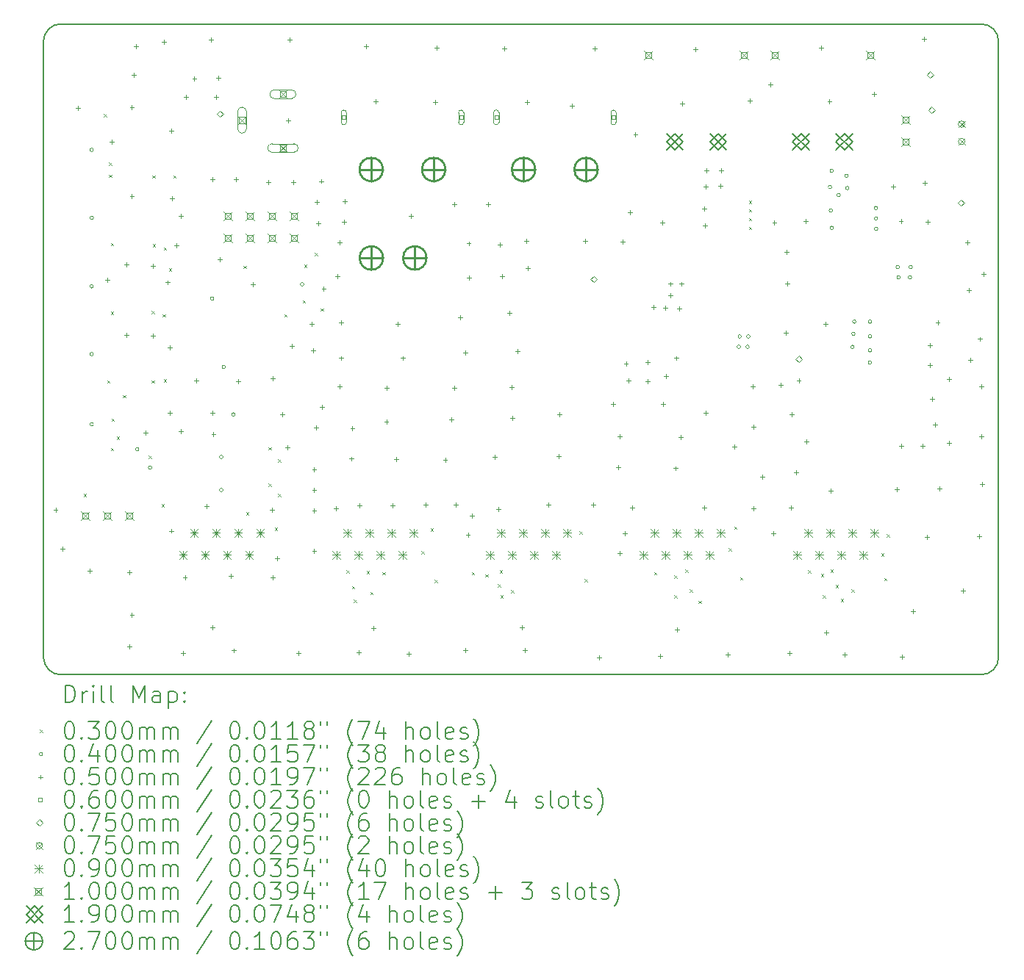
<source format=gbr>
%TF.GenerationSoftware,KiCad,Pcbnew,8.0.4*%
%TF.CreationDate,2024-10-16T14:58:21-04:00*%
%TF.ProjectId,mainBoard,6d61696e-426f-4617-9264-2e6b69636164,rev?*%
%TF.SameCoordinates,Original*%
%TF.FileFunction,Drillmap*%
%TF.FilePolarity,Positive*%
%FSLAX45Y45*%
G04 Gerber Fmt 4.5, Leading zero omitted, Abs format (unit mm)*
G04 Created by KiCad (PCBNEW 8.0.4) date 2024-10-16 14:58:21*
%MOMM*%
%LPD*%
G01*
G04 APERTURE LIST*
%ADD10C,0.200000*%
%ADD11C,0.100000*%
%ADD12C,0.190000*%
%ADD13C,0.270000*%
G04 APERTURE END LIST*
D10*
X12550000Y-2180000D02*
X12550000Y-9280000D01*
X1550000Y-2180000D02*
X1550000Y-9280000D01*
X1750000Y-9480000D02*
G75*
G02*
X1550000Y-9280000I0J200000D01*
G01*
X1750000Y-9480000D02*
X12350000Y-9480000D01*
X12550000Y-9280000D02*
G75*
G02*
X12350000Y-9480000I-200000J0D01*
G01*
X12350000Y-1980000D02*
G75*
G02*
X12550000Y-2180000I0J-200000D01*
G01*
X1750000Y-1980000D02*
X12350000Y-1980000D01*
X1550000Y-2180000D02*
G75*
G02*
X1750000Y-1980000I200000J0D01*
G01*
D11*
X2013579Y-7396421D02*
X2043579Y-7426421D01*
X2043579Y-7396421D02*
X2013579Y-7426421D01*
X2243579Y-3016421D02*
X2273579Y-3046421D01*
X2273579Y-3016421D02*
X2243579Y-3046421D01*
X2283579Y-6086421D02*
X2313579Y-6116421D01*
X2313579Y-6086421D02*
X2283579Y-6116421D01*
X2303579Y-3576421D02*
X2333579Y-3606421D01*
X2333579Y-3576421D02*
X2303579Y-3606421D01*
X2303579Y-3715500D02*
X2333579Y-3745500D01*
X2333579Y-3715500D02*
X2303579Y-3745500D01*
X2323579Y-4505500D02*
X2353579Y-4535500D01*
X2353579Y-4505500D02*
X2323579Y-4535500D01*
X2323579Y-5296422D02*
X2353579Y-5326422D01*
X2353579Y-5296422D02*
X2323579Y-5326422D01*
X2323579Y-6866421D02*
X2353579Y-6896421D01*
X2353579Y-6866421D02*
X2323579Y-6896421D01*
X2333579Y-6526421D02*
X2363579Y-6556421D01*
X2363579Y-6526421D02*
X2333579Y-6556421D01*
X2393579Y-6736421D02*
X2423579Y-6766421D01*
X2423579Y-6736421D02*
X2393579Y-6766421D01*
X2463579Y-6256421D02*
X2493579Y-6286421D01*
X2493579Y-6256421D02*
X2463579Y-6286421D01*
X2763579Y-6956421D02*
X2793579Y-6986421D01*
X2793579Y-6956421D02*
X2763579Y-6986421D01*
X2793579Y-5286422D02*
X2823579Y-5316422D01*
X2823579Y-5286422D02*
X2793579Y-5316422D01*
X2797500Y-6086421D02*
X2827500Y-6116421D01*
X2827500Y-6086421D02*
X2797500Y-6116421D01*
X2803579Y-3726421D02*
X2833579Y-3756421D01*
X2833579Y-3726421D02*
X2803579Y-3756421D01*
X2807500Y-4516422D02*
X2837500Y-4546422D01*
X2837500Y-4516422D02*
X2807500Y-4546422D01*
X2910297Y-7511999D02*
X2940297Y-7541999D01*
X2940297Y-7511999D02*
X2910297Y-7541999D01*
X2923579Y-5326422D02*
X2953579Y-5356422D01*
X2953579Y-5326422D02*
X2923579Y-5356422D01*
X2933579Y-4556422D02*
X2963579Y-4586422D01*
X2963579Y-4556422D02*
X2933579Y-4586422D01*
X2933579Y-6076421D02*
X2963579Y-6106421D01*
X2963579Y-6076421D02*
X2933579Y-6106421D01*
X2993579Y-4796422D02*
X3023579Y-4826422D01*
X3023579Y-4796422D02*
X2993579Y-4826422D01*
X3043579Y-3726421D02*
X3073579Y-3756421D01*
X3073579Y-3726421D02*
X3043579Y-3756421D01*
X3853579Y-4766422D02*
X3883579Y-4796422D01*
X3883579Y-4766422D02*
X3853579Y-4796422D01*
X3883579Y-7606421D02*
X3913579Y-7636421D01*
X3913579Y-7606421D02*
X3883579Y-7636421D01*
X4143579Y-6856421D02*
X4173579Y-6886421D01*
X4173579Y-6856421D02*
X4143579Y-6886421D01*
X4143579Y-7276421D02*
X4173579Y-7306421D01*
X4173579Y-7276421D02*
X4143579Y-7306421D01*
X4213579Y-7786421D02*
X4243579Y-7816421D01*
X4243579Y-7786421D02*
X4213579Y-7816421D01*
X4253579Y-6996421D02*
X4283579Y-7026421D01*
X4283579Y-6996421D02*
X4253579Y-7026421D01*
X4253579Y-7396421D02*
X4283579Y-7426421D01*
X4283579Y-7396421D02*
X4253579Y-7426421D01*
X4323579Y-5326422D02*
X4353579Y-5356422D01*
X4353579Y-5326422D02*
X4323579Y-5356422D01*
X4533579Y-5166422D02*
X4563579Y-5196422D01*
X4563579Y-5166422D02*
X4533579Y-5196422D01*
X4553579Y-4756422D02*
X4583579Y-4786422D01*
X4583579Y-4756422D02*
X4553579Y-4786422D01*
X4673579Y-4616422D02*
X4703579Y-4646422D01*
X4703579Y-4616422D02*
X4673579Y-4646422D01*
X4743579Y-5256422D02*
X4773579Y-5286422D01*
X4773579Y-5256422D02*
X4743579Y-5286422D01*
X5040026Y-8276420D02*
X5070026Y-8306420D01*
X5070026Y-8276420D02*
X5040026Y-8306420D01*
X5103579Y-8456422D02*
X5133579Y-8486422D01*
X5133579Y-8456422D02*
X5103579Y-8486422D01*
X5123579Y-8616422D02*
X5153579Y-8646422D01*
X5153579Y-8616422D02*
X5123579Y-8646422D01*
X5273579Y-8286421D02*
X5303579Y-8316421D01*
X5303579Y-8286421D02*
X5273579Y-8316421D01*
X5313579Y-8526422D02*
X5343579Y-8556422D01*
X5343579Y-8526422D02*
X5313579Y-8556422D01*
X5453579Y-8296421D02*
X5483579Y-8326421D01*
X5483579Y-8296421D02*
X5453579Y-8326421D01*
X5903579Y-8056421D02*
X5933579Y-8086421D01*
X5933579Y-8056421D02*
X5903579Y-8086421D01*
X6007052Y-7792163D02*
X6037052Y-7822163D01*
X6037052Y-7792163D02*
X6007052Y-7822163D01*
X6053579Y-8386421D02*
X6083579Y-8416422D01*
X6083579Y-8386421D02*
X6053579Y-8416422D01*
X6483579Y-8296421D02*
X6513579Y-8326421D01*
X6513579Y-8296421D02*
X6483579Y-8326421D01*
X6638579Y-8321421D02*
X6668579Y-8351421D01*
X6668579Y-8321421D02*
X6638579Y-8351421D01*
X6783579Y-8436422D02*
X6813579Y-8466422D01*
X6813579Y-8436422D02*
X6783579Y-8466422D01*
X6803579Y-8276421D02*
X6833579Y-8306421D01*
X6833579Y-8276421D02*
X6803579Y-8306421D01*
X6813579Y-8566422D02*
X6843579Y-8596422D01*
X6843579Y-8566422D02*
X6813579Y-8596422D01*
X6933579Y-8506422D02*
X6963579Y-8536422D01*
X6963579Y-8506422D02*
X6933579Y-8536422D01*
X7724151Y-7829519D02*
X7754151Y-7859519D01*
X7754151Y-7829519D02*
X7724151Y-7859519D01*
X7783579Y-8376421D02*
X7813579Y-8406422D01*
X7813579Y-8376421D02*
X7783579Y-8406422D01*
X8583579Y-8296421D02*
X8613579Y-8326421D01*
X8613579Y-8296421D02*
X8583579Y-8326421D01*
X8813579Y-8336421D02*
X8843579Y-8366421D01*
X8843579Y-8336421D02*
X8813579Y-8366421D01*
X8813579Y-8566422D02*
X8843579Y-8596422D01*
X8843579Y-8566422D02*
X8813579Y-8596422D01*
X8943579Y-8266421D02*
X8973579Y-8296421D01*
X8973579Y-8266421D02*
X8943579Y-8296421D01*
X8993579Y-8496422D02*
X9023579Y-8526422D01*
X9023579Y-8496422D02*
X8993579Y-8526422D01*
X9093579Y-8626422D02*
X9123579Y-8656422D01*
X9123579Y-8626422D02*
X9093579Y-8656422D01*
X9442495Y-8020031D02*
X9472495Y-8050031D01*
X9472495Y-8020031D02*
X9442495Y-8050031D01*
X9503509Y-7772241D02*
X9533509Y-7802241D01*
X9533509Y-7772241D02*
X9503509Y-7802241D01*
X9573579Y-8356421D02*
X9603579Y-8386421D01*
X9603579Y-8356421D02*
X9573579Y-8386421D01*
X9673579Y-4016421D02*
X9703579Y-4046421D01*
X9703579Y-4016421D02*
X9673579Y-4046421D01*
X9673579Y-4116421D02*
X9703579Y-4146421D01*
X9703579Y-4116421D02*
X9673579Y-4146421D01*
X9673579Y-4216422D02*
X9703579Y-4246422D01*
X9703579Y-4216422D02*
X9673579Y-4246422D01*
X9673579Y-4316422D02*
X9703579Y-4346422D01*
X9703579Y-4316422D02*
X9673579Y-4346422D01*
X10358001Y-8277716D02*
X10388001Y-8307716D01*
X10388001Y-8277716D02*
X10358001Y-8307716D01*
X10503579Y-8316421D02*
X10533579Y-8346421D01*
X10533579Y-8316421D02*
X10503579Y-8346421D01*
X10523579Y-8566422D02*
X10553579Y-8596422D01*
X10553579Y-8566422D02*
X10523579Y-8596422D01*
X10613579Y-8266421D02*
X10643579Y-8296421D01*
X10643579Y-8266421D02*
X10613579Y-8296421D01*
X10673579Y-8446422D02*
X10703579Y-8476422D01*
X10703579Y-8446422D02*
X10673579Y-8476422D01*
X10733579Y-8606422D02*
X10763579Y-8636422D01*
X10763579Y-8606422D02*
X10733579Y-8636422D01*
X10853579Y-8496422D02*
X10883579Y-8526422D01*
X10883579Y-8496422D02*
X10853579Y-8526422D01*
X11199439Y-8081044D02*
X11229439Y-8111044D01*
X11229439Y-8081044D02*
X11199439Y-8111044D01*
X11233579Y-8366421D02*
X11263579Y-8396422D01*
X11263579Y-8366421D02*
X11233579Y-8396422D01*
X11260453Y-7860648D02*
X11290453Y-7890648D01*
X11290453Y-7860648D02*
X11260453Y-7890648D01*
X2125000Y-3431421D02*
G75*
G02*
X2085000Y-3431421I-20000J0D01*
G01*
X2085000Y-3431421D02*
G75*
G02*
X2125000Y-3431421I20000J0D01*
G01*
X2125000Y-4215000D02*
G75*
G02*
X2085000Y-4215000I-20000J0D01*
G01*
X2085000Y-4215000D02*
G75*
G02*
X2125000Y-4215000I20000J0D01*
G01*
X2125000Y-5005000D02*
G75*
G02*
X2085000Y-5005000I-20000J0D01*
G01*
X2085000Y-5005000D02*
G75*
G02*
X2125000Y-5005000I20000J0D01*
G01*
X2125000Y-5785000D02*
G75*
G02*
X2085000Y-5785000I-20000J0D01*
G01*
X2085000Y-5785000D02*
G75*
G02*
X2125000Y-5785000I20000J0D01*
G01*
X2125000Y-6595000D02*
G75*
G02*
X2085000Y-6595000I-20000J0D01*
G01*
X2085000Y-6595000D02*
G75*
G02*
X2125000Y-6595000I20000J0D01*
G01*
X2648579Y-6881421D02*
G75*
G02*
X2608579Y-6881421I-20000J0D01*
G01*
X2608579Y-6881421D02*
G75*
G02*
X2648579Y-6881421I20000J0D01*
G01*
X2798579Y-7091421D02*
G75*
G02*
X2758579Y-7091421I-20000J0D01*
G01*
X2758579Y-7091421D02*
G75*
G02*
X2798579Y-7091421I20000J0D01*
G01*
X3512157Y-5145000D02*
G75*
G02*
X3472157Y-5145000I-20000J0D01*
G01*
X3472157Y-5145000D02*
G75*
G02*
X3512157Y-5145000I20000J0D01*
G01*
X3618579Y-6971421D02*
G75*
G02*
X3578579Y-6971421I-20000J0D01*
G01*
X3578579Y-6971421D02*
G75*
G02*
X3618579Y-6971421I20000J0D01*
G01*
X3618579Y-7351421D02*
G75*
G02*
X3578579Y-7351421I-20000J0D01*
G01*
X3578579Y-7351421D02*
G75*
G02*
X3618579Y-7351421I20000J0D01*
G01*
X3645750Y-5934250D02*
G75*
G02*
X3605750Y-5934250I-20000J0D01*
G01*
X3605750Y-5934250D02*
G75*
G02*
X3645750Y-5934250I20000J0D01*
G01*
X3758579Y-6481421D02*
G75*
G02*
X3718579Y-6481421I-20000J0D01*
G01*
X3718579Y-6481421D02*
G75*
G02*
X3758579Y-6481421I20000J0D01*
G01*
X4548579Y-4981422D02*
G75*
G02*
X4508579Y-4981422I-20000J0D01*
G01*
X4508579Y-4981422D02*
G75*
G02*
X4548579Y-4981422I20000J0D01*
G01*
X9578579Y-5701421D02*
G75*
G02*
X9538579Y-5701421I-20000J0D01*
G01*
X9538579Y-5701421D02*
G75*
G02*
X9578579Y-5701421I20000J0D01*
G01*
X9588579Y-5581422D02*
G75*
G02*
X9548579Y-5581422I-20000J0D01*
G01*
X9548579Y-5581422D02*
G75*
G02*
X9588579Y-5581422I20000J0D01*
G01*
X9678579Y-5701421D02*
G75*
G02*
X9638579Y-5701421I-20000J0D01*
G01*
X9638579Y-5701421D02*
G75*
G02*
X9678579Y-5701421I20000J0D01*
G01*
X9688579Y-5581422D02*
G75*
G02*
X9648579Y-5581422I-20000J0D01*
G01*
X9648579Y-5581422D02*
G75*
G02*
X9688579Y-5581422I20000J0D01*
G01*
X10628579Y-3861421D02*
G75*
G02*
X10588579Y-3861421I-20000J0D01*
G01*
X10588579Y-3861421D02*
G75*
G02*
X10628579Y-3861421I20000J0D01*
G01*
X10638579Y-4131421D02*
G75*
G02*
X10598579Y-4131421I-20000J0D01*
G01*
X10598579Y-4131421D02*
G75*
G02*
X10638579Y-4131421I20000J0D01*
G01*
X10648579Y-3671421D02*
G75*
G02*
X10608579Y-3671421I-20000J0D01*
G01*
X10608579Y-3671421D02*
G75*
G02*
X10648579Y-3671421I20000J0D01*
G01*
X10648579Y-4331422D02*
G75*
G02*
X10608579Y-4331422I-20000J0D01*
G01*
X10608579Y-4331422D02*
G75*
G02*
X10648579Y-4331422I20000J0D01*
G01*
X10728579Y-3951421D02*
G75*
G02*
X10688579Y-3951421I-20000J0D01*
G01*
X10688579Y-3951421D02*
G75*
G02*
X10728579Y-3951421I20000J0D01*
G01*
X10818579Y-3731421D02*
G75*
G02*
X10778579Y-3731421I-20000J0D01*
G01*
X10778579Y-3731421D02*
G75*
G02*
X10818579Y-3731421I20000J0D01*
G01*
X10828579Y-3871421D02*
G75*
G02*
X10788579Y-3871421I-20000J0D01*
G01*
X10788579Y-3871421D02*
G75*
G02*
X10828579Y-3871421I20000J0D01*
G01*
X10888579Y-5701421D02*
G75*
G02*
X10848579Y-5701421I-20000J0D01*
G01*
X10848579Y-5701421D02*
G75*
G02*
X10888579Y-5701421I20000J0D01*
G01*
X10898579Y-5551422D02*
G75*
G02*
X10858579Y-5551422I-20000J0D01*
G01*
X10858579Y-5551422D02*
G75*
G02*
X10898579Y-5551422I20000J0D01*
G01*
X10908579Y-5411422D02*
G75*
G02*
X10868579Y-5411422I-20000J0D01*
G01*
X10868579Y-5411422D02*
G75*
G02*
X10908579Y-5411422I20000J0D01*
G01*
X11088579Y-5411422D02*
G75*
G02*
X11048579Y-5411422I-20000J0D01*
G01*
X11048579Y-5411422D02*
G75*
G02*
X11088579Y-5411422I20000J0D01*
G01*
X11088579Y-5581422D02*
G75*
G02*
X11048579Y-5581422I-20000J0D01*
G01*
X11048579Y-5581422D02*
G75*
G02*
X11088579Y-5581422I20000J0D01*
G01*
X11088579Y-5741421D02*
G75*
G02*
X11048579Y-5741421I-20000J0D01*
G01*
X11048579Y-5741421D02*
G75*
G02*
X11088579Y-5741421I20000J0D01*
G01*
X11088579Y-5881421D02*
G75*
G02*
X11048579Y-5881421I-20000J0D01*
G01*
X11048579Y-5881421D02*
G75*
G02*
X11088579Y-5881421I20000J0D01*
G01*
X11158579Y-4101421D02*
G75*
G02*
X11118579Y-4101421I-20000J0D01*
G01*
X11118579Y-4101421D02*
G75*
G02*
X11158579Y-4101421I20000J0D01*
G01*
X11158579Y-4221422D02*
G75*
G02*
X11118579Y-4221422I-20000J0D01*
G01*
X11118579Y-4221422D02*
G75*
G02*
X11158579Y-4221422I20000J0D01*
G01*
X11158579Y-4341422D02*
G75*
G02*
X11118579Y-4341422I-20000J0D01*
G01*
X11118579Y-4341422D02*
G75*
G02*
X11158579Y-4341422I20000J0D01*
G01*
X11408579Y-4781422D02*
G75*
G02*
X11368579Y-4781422I-20000J0D01*
G01*
X11368579Y-4781422D02*
G75*
G02*
X11408579Y-4781422I20000J0D01*
G01*
X11418579Y-4901422D02*
G75*
G02*
X11378579Y-4901422I-20000J0D01*
G01*
X11378579Y-4901422D02*
G75*
G02*
X11418579Y-4901422I20000J0D01*
G01*
X11548579Y-4901422D02*
G75*
G02*
X11508579Y-4901422I-20000J0D01*
G01*
X11508579Y-4901422D02*
G75*
G02*
X11548579Y-4901422I20000J0D01*
G01*
X11558579Y-4781422D02*
G75*
G02*
X11518579Y-4781422I-20000J0D01*
G01*
X11518579Y-4781422D02*
G75*
G02*
X11558579Y-4781422I20000J0D01*
G01*
X1688579Y-7556421D02*
X1688579Y-7606421D01*
X1663579Y-7581421D02*
X1713579Y-7581421D01*
X1768579Y-8006421D02*
X1768579Y-8056421D01*
X1743579Y-8031421D02*
X1793579Y-8031421D01*
X1948579Y-2926421D02*
X1948579Y-2976421D01*
X1923579Y-2951421D02*
X1973579Y-2951421D01*
X2081382Y-8255954D02*
X2081382Y-8305954D01*
X2056382Y-8280954D02*
X2106382Y-8280954D01*
X2288579Y-4906422D02*
X2288579Y-4956422D01*
X2263579Y-4931422D02*
X2313579Y-4931422D01*
X2338579Y-3316421D02*
X2338579Y-3366421D01*
X2313579Y-3341421D02*
X2363579Y-3341421D01*
X2508579Y-4726422D02*
X2508579Y-4776422D01*
X2483579Y-4751422D02*
X2533579Y-4751422D01*
X2508579Y-5536422D02*
X2508579Y-5586422D01*
X2483579Y-5561422D02*
X2533579Y-5561422D01*
X2538579Y-8276421D02*
X2538579Y-8326421D01*
X2513579Y-8301421D02*
X2563579Y-8301421D01*
X2538579Y-9126422D02*
X2538579Y-9176422D01*
X2513579Y-9151422D02*
X2563579Y-9151422D01*
X2568579Y-2916421D02*
X2568579Y-2966421D01*
X2543579Y-2941421D02*
X2593579Y-2941421D01*
X2568579Y-3936421D02*
X2568579Y-3986421D01*
X2543579Y-3961421D02*
X2593579Y-3961421D01*
X2568579Y-8766422D02*
X2568579Y-8816422D01*
X2543579Y-8791422D02*
X2593579Y-8791422D01*
X2588579Y-2546422D02*
X2588579Y-2596422D01*
X2563579Y-2571422D02*
X2613579Y-2571422D01*
X2617819Y-2213679D02*
X2617819Y-2263679D01*
X2592819Y-2238679D02*
X2642819Y-2238679D01*
X2728579Y-6666421D02*
X2728579Y-6716421D01*
X2703579Y-6691421D02*
X2753579Y-6691421D01*
X2808579Y-4746422D02*
X2808579Y-4796422D01*
X2783579Y-4771422D02*
X2833579Y-4771422D01*
X2808579Y-5546422D02*
X2808579Y-5596421D01*
X2783579Y-5571422D02*
X2833579Y-5571422D01*
X2939075Y-2161381D02*
X2939075Y-2211381D01*
X2914075Y-2186381D02*
X2964075Y-2186381D01*
X2978579Y-4934500D02*
X2978579Y-4984500D01*
X2953579Y-4959500D02*
X3003579Y-4959500D01*
X3001567Y-6436751D02*
X3001567Y-6486751D01*
X2976567Y-6461751D02*
X3026567Y-6461751D01*
X3008579Y-5686421D02*
X3008579Y-5736421D01*
X2983579Y-5711421D02*
X3033579Y-5711421D01*
X3018579Y-3186421D02*
X3018579Y-3236421D01*
X2993579Y-3211421D02*
X3043579Y-3211421D01*
X3018579Y-7796421D02*
X3018579Y-7846421D01*
X2993579Y-7821421D02*
X3043579Y-7821421D01*
X3028579Y-3966421D02*
X3028579Y-4016421D01*
X3003579Y-3991421D02*
X3053579Y-3991421D01*
X3078579Y-4506422D02*
X3078579Y-4556422D01*
X3053579Y-4531422D02*
X3103579Y-4531422D01*
X3128579Y-6646421D02*
X3128579Y-6696421D01*
X3103579Y-6671421D02*
X3153579Y-6671421D01*
X3129258Y-4166008D02*
X3129258Y-4216008D01*
X3104258Y-4191008D02*
X3154258Y-4191008D01*
X3158579Y-9206422D02*
X3158579Y-9256422D01*
X3133579Y-9231422D02*
X3183579Y-9231422D01*
X3178579Y-8336421D02*
X3178579Y-8386421D01*
X3153579Y-8361421D02*
X3203579Y-8361421D01*
X3188579Y-2796421D02*
X3188579Y-2846421D01*
X3163579Y-2821421D02*
X3213579Y-2821421D01*
X3288579Y-2586422D02*
X3288579Y-2636422D01*
X3263579Y-2611422D02*
X3313579Y-2611422D01*
X3308579Y-6066421D02*
X3308579Y-6116421D01*
X3283579Y-6091421D02*
X3333579Y-6091421D01*
X3428579Y-7516421D02*
X3428579Y-7566421D01*
X3403579Y-7541421D02*
X3453579Y-7541421D01*
X3478859Y-2135233D02*
X3478859Y-2185233D01*
X3453859Y-2160233D02*
X3503859Y-2160233D01*
X3498579Y-3746421D02*
X3498579Y-3796421D01*
X3473579Y-3771421D02*
X3523579Y-3771421D01*
X3498579Y-6436421D02*
X3498579Y-6486421D01*
X3473579Y-6461421D02*
X3523579Y-6461421D01*
X3498579Y-8906422D02*
X3498579Y-8956422D01*
X3473579Y-8931422D02*
X3523579Y-8931422D01*
X3508579Y-6686421D02*
X3508579Y-6736421D01*
X3483579Y-6711421D02*
X3533579Y-6711421D01*
X3538579Y-2796421D02*
X3538579Y-2846421D01*
X3513579Y-2821421D02*
X3563579Y-2821421D01*
X3562787Y-2575918D02*
X3562787Y-2625918D01*
X3537787Y-2600918D02*
X3587787Y-2600918D01*
X3578579Y-4666422D02*
X3578579Y-4716422D01*
X3553579Y-4691422D02*
X3603579Y-4691422D01*
X3708579Y-8316421D02*
X3708579Y-8366421D01*
X3683579Y-8341421D02*
X3733579Y-8341421D01*
X3738579Y-9176422D02*
X3738579Y-9226422D01*
X3713579Y-9201422D02*
X3763579Y-9201422D01*
X3768579Y-3746421D02*
X3768579Y-3796421D01*
X3743579Y-3771421D02*
X3793579Y-3771421D01*
X3789295Y-6075864D02*
X3789295Y-6125864D01*
X3764295Y-6100864D02*
X3814295Y-6100864D01*
X3963579Y-4956422D02*
X3963579Y-5006422D01*
X3938579Y-4981422D02*
X3988579Y-4981422D01*
X4138579Y-3776421D02*
X4138579Y-3826421D01*
X4113579Y-3801421D02*
X4163579Y-3801421D01*
X4178579Y-7556421D02*
X4178579Y-7606421D01*
X4153579Y-7581421D02*
X4203579Y-7581421D01*
X4188579Y-8336421D02*
X4188579Y-8386421D01*
X4163579Y-8361421D02*
X4213579Y-8361421D01*
X4188582Y-6036018D02*
X4188582Y-6086018D01*
X4163582Y-6061018D02*
X4213582Y-6061018D01*
X4238579Y-8116421D02*
X4238579Y-8166421D01*
X4213579Y-8141421D02*
X4263579Y-8141421D01*
X4298579Y-6456421D02*
X4298579Y-6506421D01*
X4273579Y-6481421D02*
X4323579Y-6481421D01*
X4358579Y-6836421D02*
X4358579Y-6886421D01*
X4333579Y-6861421D02*
X4383579Y-6861421D01*
X4368579Y-3066421D02*
X4368579Y-3116421D01*
X4343579Y-3091421D02*
X4393579Y-3091421D01*
X4388579Y-2136422D02*
X4388579Y-2186422D01*
X4363579Y-2161422D02*
X4413579Y-2161422D01*
X4408579Y-5666421D02*
X4408579Y-5716421D01*
X4383579Y-5691421D02*
X4433579Y-5691421D01*
X4428579Y-3776421D02*
X4428579Y-3826421D01*
X4403579Y-3801421D02*
X4453579Y-3801421D01*
X4488579Y-9206422D02*
X4488579Y-9256422D01*
X4463579Y-9231422D02*
X4513579Y-9231422D01*
X4638579Y-5416422D02*
X4638579Y-5466422D01*
X4613579Y-5441422D02*
X4663579Y-5441422D01*
X4658579Y-5716421D02*
X4658579Y-5766421D01*
X4633579Y-5741421D02*
X4683579Y-5741421D01*
X4668579Y-7086421D02*
X4668579Y-7136421D01*
X4643579Y-7111421D02*
X4693579Y-7111421D01*
X4668579Y-7326421D02*
X4668579Y-7376421D01*
X4643579Y-7351421D02*
X4693579Y-7351421D01*
X4668579Y-7566421D02*
X4668579Y-7616421D01*
X4643579Y-7591421D02*
X4693579Y-7591421D01*
X4668579Y-8026421D02*
X4668579Y-8076421D01*
X4643579Y-8051421D02*
X4693579Y-8051421D01*
X4688579Y-6606421D02*
X4688579Y-6656421D01*
X4663579Y-6631421D02*
X4713579Y-6631421D01*
X4698579Y-4006421D02*
X4698579Y-4056421D01*
X4673579Y-4031421D02*
X4723579Y-4031421D01*
X4713608Y-4251181D02*
X4713608Y-4301181D01*
X4688608Y-4276181D02*
X4738608Y-4276181D01*
X4748579Y-3766421D02*
X4748579Y-3816421D01*
X4723579Y-3791421D02*
X4773579Y-3791421D01*
X4758579Y-6366421D02*
X4758579Y-6416421D01*
X4733579Y-6391421D02*
X4783579Y-6391421D01*
X4778579Y-5006422D02*
X4778579Y-5056422D01*
X4753579Y-5031422D02*
X4803579Y-5031422D01*
X4918579Y-7536421D02*
X4918579Y-7586421D01*
X4893579Y-7561421D02*
X4943579Y-7561421D01*
X4938579Y-4866422D02*
X4938579Y-4916422D01*
X4913579Y-4891422D02*
X4963579Y-4891422D01*
X4958579Y-4476422D02*
X4958579Y-4526422D01*
X4933579Y-4501422D02*
X4983579Y-4501422D01*
X4958579Y-6136421D02*
X4958579Y-6186421D01*
X4933579Y-6161421D02*
X4983579Y-6161421D01*
X4978579Y-5396422D02*
X4978579Y-5446422D01*
X4953579Y-5421422D02*
X5003579Y-5421422D01*
X4978579Y-5806421D02*
X4978579Y-5856421D01*
X4953579Y-5831421D02*
X5003579Y-5831421D01*
X5008579Y-4236422D02*
X5008579Y-4286422D01*
X4983579Y-4261422D02*
X5033579Y-4261422D01*
X5018579Y-3996421D02*
X5018579Y-4046421D01*
X4993579Y-4021421D02*
X5043579Y-4021421D01*
X5098579Y-6966421D02*
X5098579Y-7016421D01*
X5073579Y-6991421D02*
X5123579Y-6991421D01*
X5108579Y-6616421D02*
X5108579Y-6666421D01*
X5083579Y-6641421D02*
X5133579Y-6641421D01*
X5178579Y-9196422D02*
X5178579Y-9246422D01*
X5153579Y-9221422D02*
X5203579Y-9221422D01*
X5188579Y-7506421D02*
X5188579Y-7556421D01*
X5163579Y-7531421D02*
X5213579Y-7531421D01*
X5268579Y-2216422D02*
X5268579Y-2266422D01*
X5243579Y-2241422D02*
X5293579Y-2241422D01*
X5348579Y-8916422D02*
X5348579Y-8966422D01*
X5323579Y-8941422D02*
X5373579Y-8941422D01*
X5378579Y-2846421D02*
X5378579Y-2896421D01*
X5353579Y-2871421D02*
X5403579Y-2871421D01*
X5498579Y-6536421D02*
X5498579Y-6586421D01*
X5473579Y-6561421D02*
X5523579Y-6561421D01*
X5503752Y-6146710D02*
X5503752Y-6196710D01*
X5478752Y-6171710D02*
X5528752Y-6171710D01*
X5568579Y-7506421D02*
X5568579Y-7556421D01*
X5543579Y-7531421D02*
X5593579Y-7531421D01*
X5615818Y-6967593D02*
X5615818Y-7017593D01*
X5590818Y-6992593D02*
X5640818Y-6992593D01*
X5628579Y-5416422D02*
X5628579Y-5466422D01*
X5603579Y-5441422D02*
X5653579Y-5441422D01*
X5688579Y-5806421D02*
X5688579Y-5856421D01*
X5663579Y-5831421D02*
X5713579Y-5831421D01*
X5758579Y-9216422D02*
X5758579Y-9266422D01*
X5733579Y-9241422D02*
X5783579Y-9241422D01*
X5778579Y-4166421D02*
X5778579Y-4216422D01*
X5753579Y-4191421D02*
X5803579Y-4191421D01*
X5948579Y-7496421D02*
X5948579Y-7546421D01*
X5923579Y-7521421D02*
X5973579Y-7521421D01*
X6058579Y-2856421D02*
X6058579Y-2906421D01*
X6033579Y-2881421D02*
X6083579Y-2881421D01*
X6080656Y-2232356D02*
X6080656Y-2282356D01*
X6055656Y-2257356D02*
X6105656Y-2257356D01*
X6176148Y-6978799D02*
X6176148Y-7028799D01*
X6151148Y-7003799D02*
X6201148Y-7003799D01*
X6248579Y-6516421D02*
X6248579Y-6566421D01*
X6223579Y-6541421D02*
X6273579Y-6541421D01*
X6278579Y-4036421D02*
X6278579Y-4086421D01*
X6253579Y-4061421D02*
X6303579Y-4061421D01*
X6279809Y-6146710D02*
X6279809Y-6196710D01*
X6254809Y-6171710D02*
X6304809Y-6171710D01*
X6298579Y-7496421D02*
X6298579Y-7546421D01*
X6273579Y-7521421D02*
X6323579Y-7521421D01*
X6347352Y-5333521D02*
X6347352Y-5383521D01*
X6322352Y-5358521D02*
X6372352Y-5358521D01*
X6408579Y-5746421D02*
X6408579Y-5796421D01*
X6383579Y-5771421D02*
X6433579Y-5771421D01*
X6412157Y-9171766D02*
X6412157Y-9221766D01*
X6387157Y-9196766D02*
X6437157Y-9196766D01*
X6438579Y-7846421D02*
X6438579Y-7896421D01*
X6413579Y-7871421D02*
X6463579Y-7871421D01*
X6446966Y-4485556D02*
X6446966Y-4535556D01*
X6421966Y-4510556D02*
X6471966Y-4510556D01*
X6448579Y-4876422D02*
X6448579Y-4926422D01*
X6423579Y-4901422D02*
X6473579Y-4901422D01*
X6488579Y-7626421D02*
X6488579Y-7676421D01*
X6463579Y-7651421D02*
X6513579Y-7651421D01*
X6668579Y-4036421D02*
X6668579Y-4086421D01*
X6643579Y-4061421D02*
X6693579Y-4061421D01*
X6750485Y-6945179D02*
X6750485Y-6995179D01*
X6725485Y-6970179D02*
X6775485Y-6970179D01*
X6788579Y-7546421D02*
X6788579Y-7596421D01*
X6763579Y-7571421D02*
X6813579Y-7571421D01*
X6808579Y-4496422D02*
X6808579Y-4546422D01*
X6783579Y-4521422D02*
X6833579Y-4521422D01*
X6828579Y-4866422D02*
X6828579Y-4916422D01*
X6803579Y-4891422D02*
X6853579Y-4891422D01*
X6858579Y-2236422D02*
X6858579Y-2286422D01*
X6833579Y-2261422D02*
X6883579Y-2261422D01*
X6918888Y-5283714D02*
X6918888Y-5333714D01*
X6893888Y-5308714D02*
X6943888Y-5308714D01*
X6938196Y-6141106D02*
X6938196Y-6191106D01*
X6913196Y-6166106D02*
X6963196Y-6166106D01*
X6948579Y-6496421D02*
X6948579Y-6546421D01*
X6923579Y-6521421D02*
X6973579Y-6521421D01*
X7008579Y-5726421D02*
X7008579Y-5776421D01*
X6983579Y-5751421D02*
X7033579Y-5751421D01*
X7058579Y-8906422D02*
X7058579Y-8956422D01*
X7033579Y-8931422D02*
X7083579Y-8931422D01*
X7092957Y-9171766D02*
X7092957Y-9221766D01*
X7067957Y-9196766D02*
X7117957Y-9196766D01*
X7108579Y-4456422D02*
X7108579Y-4506422D01*
X7083579Y-4481422D02*
X7133579Y-4481422D01*
X7118579Y-2856421D02*
X7118579Y-2906421D01*
X7093579Y-2881421D02*
X7143579Y-2881421D01*
X7128579Y-4766422D02*
X7128579Y-4816422D01*
X7103579Y-4791422D02*
X7153579Y-4791422D01*
X7368579Y-7496421D02*
X7368579Y-7546421D01*
X7343579Y-7521421D02*
X7393579Y-7521421D01*
X7487319Y-6939576D02*
X7487319Y-6989576D01*
X7462319Y-6964576D02*
X7512319Y-6964576D01*
X7488579Y-6456421D02*
X7488579Y-6506421D01*
X7463579Y-6481421D02*
X7513579Y-6481421D01*
X7638579Y-2896421D02*
X7638579Y-2946421D01*
X7613579Y-2921421D02*
X7663579Y-2921421D01*
X7788579Y-4456422D02*
X7788579Y-4506422D01*
X7763579Y-4481422D02*
X7813579Y-4481422D01*
X7878579Y-7496421D02*
X7878579Y-7546421D01*
X7853579Y-7521421D02*
X7903579Y-7521421D01*
X7901727Y-2241695D02*
X7901727Y-2291695D01*
X7876727Y-2266695D02*
X7926727Y-2266695D01*
X7948579Y-9256422D02*
X7948579Y-9306422D01*
X7923579Y-9281422D02*
X7973579Y-9281422D01*
X8108579Y-6336421D02*
X8108579Y-6386421D01*
X8083579Y-6361421D02*
X8133579Y-6361421D01*
X8168579Y-7066421D02*
X8168579Y-7116421D01*
X8143579Y-7091421D02*
X8193579Y-7091421D01*
X8188579Y-6706421D02*
X8188579Y-6756421D01*
X8163579Y-6731421D02*
X8213579Y-6731421D01*
X8188579Y-8056421D02*
X8188579Y-8106421D01*
X8163579Y-8081421D02*
X8213579Y-8081421D01*
X8218579Y-4466422D02*
X8218579Y-4516422D01*
X8193579Y-4491422D02*
X8243579Y-4491422D01*
X8248579Y-7826421D02*
X8248579Y-7876421D01*
X8223579Y-7851421D02*
X8273579Y-7851421D01*
X8258579Y-5866421D02*
X8258579Y-5916421D01*
X8233579Y-5891421D02*
X8283579Y-5891421D01*
X8288579Y-6066421D02*
X8288579Y-6116421D01*
X8263579Y-6091421D02*
X8313579Y-6091421D01*
X8308579Y-4126421D02*
X8308579Y-4176421D01*
X8283579Y-4151421D02*
X8333579Y-4151421D01*
X8332230Y-7530340D02*
X8332230Y-7580340D01*
X8307230Y-7555340D02*
X8357230Y-7555340D01*
X8368579Y-3226421D02*
X8368579Y-3276421D01*
X8343579Y-3251421D02*
X8393579Y-3251421D01*
X8508579Y-5856421D02*
X8508579Y-5906421D01*
X8483579Y-5881421D02*
X8533579Y-5881421D01*
X8508579Y-6076421D02*
X8508579Y-6126421D01*
X8483579Y-6101421D02*
X8533579Y-6101421D01*
X8573579Y-5221422D02*
X8573579Y-5271422D01*
X8548579Y-5246422D02*
X8598579Y-5246422D01*
X8648579Y-9236422D02*
X8648579Y-9286422D01*
X8623579Y-9261422D02*
X8673579Y-9261422D01*
X8678579Y-4246422D02*
X8678579Y-4296422D01*
X8653579Y-4271422D02*
X8703579Y-4271422D01*
X8688579Y-6336421D02*
X8688579Y-6386421D01*
X8663579Y-6361421D02*
X8713579Y-6361421D01*
X8713579Y-5226422D02*
X8713579Y-5276422D01*
X8688579Y-5251422D02*
X8738579Y-5251422D01*
X8722500Y-6010343D02*
X8722500Y-6060343D01*
X8697500Y-6035343D02*
X8747500Y-6035343D01*
X8768579Y-5086422D02*
X8768579Y-5136422D01*
X8743579Y-5111422D02*
X8793579Y-5111422D01*
X8773579Y-4951422D02*
X8773579Y-5001422D01*
X8748579Y-4976422D02*
X8798579Y-4976422D01*
X8828579Y-7076421D02*
X8828579Y-7126421D01*
X8803579Y-7101421D02*
X8853579Y-7101421D01*
X8838579Y-5806421D02*
X8838579Y-5856421D01*
X8813579Y-5831421D02*
X8863579Y-5831421D01*
X8848579Y-8936422D02*
X8848579Y-8986422D01*
X8823579Y-8961422D02*
X8873579Y-8961422D01*
X8873579Y-5231422D02*
X8873579Y-5281422D01*
X8848579Y-5256422D02*
X8898579Y-5256422D01*
X8888579Y-6716421D02*
X8888579Y-6766421D01*
X8863579Y-6741421D02*
X8913579Y-6741421D01*
X8898579Y-4951422D02*
X8898579Y-5001422D01*
X8873579Y-4976422D02*
X8923579Y-4976422D01*
X8908579Y-2876421D02*
X8908579Y-2926421D01*
X8883579Y-2901421D02*
X8933579Y-2901421D01*
X9056006Y-2245431D02*
X9056006Y-2295431D01*
X9031006Y-2270431D02*
X9081006Y-2270431D01*
X9158579Y-4086421D02*
X9158579Y-4136421D01*
X9133579Y-4111421D02*
X9183579Y-4111421D01*
X9158579Y-7526421D02*
X9158579Y-7576421D01*
X9133579Y-7551421D02*
X9183579Y-7551421D01*
X9168579Y-4276422D02*
X9168579Y-4326422D01*
X9143579Y-4301422D02*
X9193579Y-4301422D01*
X9173579Y-3831421D02*
X9173579Y-3881421D01*
X9148579Y-3856421D02*
X9198579Y-3856421D01*
X9178579Y-6436421D02*
X9178579Y-6486421D01*
X9153579Y-6461421D02*
X9203579Y-6461421D01*
X9183579Y-3641421D02*
X9183579Y-3691421D01*
X9158579Y-3666421D02*
X9208579Y-3666421D01*
X9348579Y-3821421D02*
X9348579Y-3871421D01*
X9323579Y-3846421D02*
X9373579Y-3846421D01*
X9358579Y-3646421D02*
X9358579Y-3696421D01*
X9333579Y-3671421D02*
X9383579Y-3671421D01*
X9428579Y-9226422D02*
X9428579Y-9276422D01*
X9403579Y-9251422D02*
X9453579Y-9251422D01*
X9508579Y-6826421D02*
X9508579Y-6876421D01*
X9483579Y-6851421D02*
X9533579Y-6851421D01*
X9688579Y-2836421D02*
X9688579Y-2886421D01*
X9663579Y-2861421D02*
X9713579Y-2861421D01*
X9718579Y-6136421D02*
X9718579Y-6186421D01*
X9693579Y-6161421D02*
X9743579Y-6161421D01*
X9728579Y-6596421D02*
X9728579Y-6646421D01*
X9703579Y-6621421D02*
X9753579Y-6621421D01*
X9728579Y-7536421D02*
X9728579Y-7586421D01*
X9703579Y-7561421D02*
X9753579Y-7561421D01*
X9828579Y-7176421D02*
X9828579Y-7226421D01*
X9803579Y-7201421D02*
X9853579Y-7201421D01*
X9918579Y-2656422D02*
X9918579Y-2706422D01*
X9893579Y-2681422D02*
X9943579Y-2681422D01*
X9958579Y-7826421D02*
X9958579Y-7876421D01*
X9933579Y-7851421D02*
X9983579Y-7851421D01*
X9968579Y-4246422D02*
X9968579Y-4296422D01*
X9943579Y-4271422D02*
X9993579Y-4271422D01*
X10038579Y-6116421D02*
X10038579Y-6166421D01*
X10013579Y-6141421D02*
X10063579Y-6141421D01*
X10097292Y-5512047D02*
X10097292Y-5562047D01*
X10072292Y-5537047D02*
X10122292Y-5537047D01*
X10108579Y-4586422D02*
X10108579Y-4636422D01*
X10083579Y-4611422D02*
X10133579Y-4611422D01*
X10118579Y-4946422D02*
X10118579Y-4996422D01*
X10093579Y-4971422D02*
X10143579Y-4971422D01*
X10138579Y-9206422D02*
X10138579Y-9256422D01*
X10113579Y-9231422D02*
X10163579Y-9231422D01*
X10158579Y-7526421D02*
X10158579Y-7576421D01*
X10133579Y-7551421D02*
X10183579Y-7551421D01*
X10168579Y-6456421D02*
X10168579Y-6506421D01*
X10143579Y-6481421D02*
X10193579Y-6481421D01*
X10218579Y-7126421D02*
X10218579Y-7176421D01*
X10193579Y-7151421D02*
X10243579Y-7151421D01*
X10248579Y-6066421D02*
X10248579Y-6116421D01*
X10223579Y-6091421D02*
X10273579Y-6091421D01*
X10325159Y-4227024D02*
X10325159Y-4277024D01*
X10300159Y-4252024D02*
X10350159Y-4252024D01*
X10338579Y-6766421D02*
X10338579Y-6816421D01*
X10313579Y-6791421D02*
X10363579Y-6791421D01*
X10508579Y-2226422D02*
X10508579Y-2276422D01*
X10483579Y-2251422D02*
X10533579Y-2251422D01*
X10558579Y-5416422D02*
X10558579Y-5466422D01*
X10533579Y-5441422D02*
X10583579Y-5441422D01*
X10568579Y-8966422D02*
X10568579Y-9016422D01*
X10543579Y-8991422D02*
X10593579Y-8991422D01*
X10603523Y-2846123D02*
X10603523Y-2896123D01*
X10578523Y-2871123D02*
X10628523Y-2871123D01*
X10618579Y-7336421D02*
X10618579Y-7386421D01*
X10593579Y-7361421D02*
X10643579Y-7361421D01*
X10779926Y-9224997D02*
X10779926Y-9274997D01*
X10754926Y-9249997D02*
X10804926Y-9249997D01*
X11118579Y-2766422D02*
X11118579Y-2816421D01*
X11093579Y-2791422D02*
X11143579Y-2791422D01*
X11338579Y-3826421D02*
X11338579Y-3876421D01*
X11313579Y-3851421D02*
X11363579Y-3851421D01*
X11378579Y-7316421D02*
X11378579Y-7366421D01*
X11353579Y-7341421D02*
X11403579Y-7341421D01*
X11425273Y-4227024D02*
X11425273Y-4277024D01*
X11400273Y-4252024D02*
X11450273Y-4252024D01*
X11428579Y-6816421D02*
X11428579Y-6866421D01*
X11403579Y-6841421D02*
X11453579Y-6841421D01*
X11435511Y-9244609D02*
X11435511Y-9294609D01*
X11410511Y-9269609D02*
X11460511Y-9269609D01*
X11568579Y-8726422D02*
X11568579Y-8776422D01*
X11543579Y-8751422D02*
X11593579Y-8751422D01*
X11678579Y-6816421D02*
X11678579Y-6866421D01*
X11653579Y-6841421D02*
X11703579Y-6841421D01*
X11688579Y-2126422D02*
X11688579Y-2176422D01*
X11663579Y-2151422D02*
X11713579Y-2151422D01*
X11698579Y-3786421D02*
X11698579Y-3836421D01*
X11673579Y-3811421D02*
X11723579Y-3811421D01*
X11728579Y-7866421D02*
X11728579Y-7916421D01*
X11703579Y-7891421D02*
X11753579Y-7891421D01*
X11733454Y-4236363D02*
X11733454Y-4286363D01*
X11708454Y-4261363D02*
X11758454Y-4261363D01*
X11758579Y-5656421D02*
X11758579Y-5706421D01*
X11733579Y-5681421D02*
X11783579Y-5681421D01*
X11758579Y-5886421D02*
X11758579Y-5936421D01*
X11733579Y-5911421D02*
X11783579Y-5911421D01*
X11788579Y-6276421D02*
X11788579Y-6326421D01*
X11763579Y-6301421D02*
X11813579Y-6301421D01*
X11818579Y-6576421D02*
X11818579Y-6626421D01*
X11793579Y-6601421D02*
X11843579Y-6601421D01*
X11848579Y-5396422D02*
X11848579Y-5446422D01*
X11823579Y-5421422D02*
X11873579Y-5421422D01*
X11868579Y-7306421D02*
X11868579Y-7356421D01*
X11843579Y-7331421D02*
X11893579Y-7331421D01*
X11978579Y-6046421D02*
X11978579Y-6096421D01*
X11953579Y-6071421D02*
X12003579Y-6071421D01*
X11978579Y-6786421D02*
X11978579Y-6836421D01*
X11953579Y-6811421D02*
X12003579Y-6811421D01*
X12138579Y-8486422D02*
X12138579Y-8536422D01*
X12113579Y-8511422D02*
X12163579Y-8511422D01*
X12188579Y-4476422D02*
X12188579Y-4526422D01*
X12163579Y-4501422D02*
X12213579Y-4501422D01*
X12206657Y-5024500D02*
X12206657Y-5074500D01*
X12181657Y-5049500D02*
X12231657Y-5049500D01*
X12228579Y-5826421D02*
X12228579Y-5876421D01*
X12203579Y-5851421D02*
X12253579Y-5851421D01*
X12329271Y-7861695D02*
X12329271Y-7911695D01*
X12304271Y-7886695D02*
X12354271Y-7886695D01*
X12338579Y-5586422D02*
X12338579Y-5636421D01*
X12313579Y-5611421D02*
X12363579Y-5611421D01*
X12351684Y-6711152D02*
X12351684Y-6761152D01*
X12326684Y-6736152D02*
X12376684Y-6736152D01*
X12353552Y-6135880D02*
X12353552Y-6185880D01*
X12328552Y-6160880D02*
X12378552Y-6160880D01*
X12358579Y-7256421D02*
X12358579Y-7306421D01*
X12333579Y-7281421D02*
X12383579Y-7281421D01*
X12378579Y-4836422D02*
X12378579Y-4886422D01*
X12353579Y-4861422D02*
X12403579Y-4861422D01*
X5030713Y-3078713D02*
X5030713Y-3036287D01*
X4988287Y-3036287D01*
X4988287Y-3078713D01*
X5030713Y-3078713D01*
X4979500Y-3002500D02*
X4979500Y-3112500D01*
X5039500Y-3112500D02*
G75*
G02*
X4979500Y-3112500I-30000J0D01*
G01*
X5039500Y-3112500D02*
X5039500Y-3002500D01*
X5039500Y-3002500D02*
G75*
G03*
X4979500Y-3002500I-30000J0D01*
G01*
X6380713Y-3078713D02*
X6380713Y-3036287D01*
X6338287Y-3036287D01*
X6338287Y-3078713D01*
X6380713Y-3078713D01*
X6329500Y-3002500D02*
X6329500Y-3112500D01*
X6389500Y-3112500D02*
G75*
G02*
X6329500Y-3112500I-30000J0D01*
G01*
X6389500Y-3112500D02*
X6389500Y-3002500D01*
X6389500Y-3002500D02*
G75*
G03*
X6329500Y-3002500I-30000J0D01*
G01*
X6785713Y-3078713D02*
X6785713Y-3036287D01*
X6743287Y-3036287D01*
X6743287Y-3078713D01*
X6785713Y-3078713D01*
X6734500Y-3002500D02*
X6734500Y-3112500D01*
X6794500Y-3112500D02*
G75*
G02*
X6734500Y-3112500I-30000J0D01*
G01*
X6794500Y-3112500D02*
X6794500Y-3002500D01*
X6794500Y-3002500D02*
G75*
G03*
X6734500Y-3002500I-30000J0D01*
G01*
X8135713Y-3078713D02*
X8135713Y-3036287D01*
X8093287Y-3036287D01*
X8093287Y-3078713D01*
X8135713Y-3078713D01*
X8084500Y-3002500D02*
X8084500Y-3112500D01*
X8144500Y-3112500D02*
G75*
G02*
X8084500Y-3112500I-30000J0D01*
G01*
X8144500Y-3112500D02*
X8144500Y-3002500D01*
X8144500Y-3002500D02*
G75*
G03*
X8084500Y-3002500I-30000J0D01*
G01*
X3584157Y-3054500D02*
X3621657Y-3017000D01*
X3584157Y-2979500D01*
X3546657Y-3017000D01*
X3584157Y-3054500D01*
X7888579Y-4958922D02*
X7926079Y-4921422D01*
X7888579Y-4883922D01*
X7851079Y-4921422D01*
X7888579Y-4958922D01*
X10248579Y-5878921D02*
X10286079Y-5841421D01*
X10248579Y-5803921D01*
X10211079Y-5841421D01*
X10248579Y-5878921D01*
X11763500Y-2603843D02*
X11801000Y-2566343D01*
X11763500Y-2528843D01*
X11726000Y-2566343D01*
X11763500Y-2603843D01*
X11778579Y-3008921D02*
X11816079Y-2971421D01*
X11778579Y-2933921D01*
X11741079Y-2971421D01*
X11778579Y-3008921D01*
X12118579Y-4078921D02*
X12156079Y-4041421D01*
X12118579Y-4003921D01*
X12081079Y-4041421D01*
X12118579Y-4078921D01*
X12087157Y-3098000D02*
X12162157Y-3173000D01*
X12162157Y-3098000D02*
X12087157Y-3173000D01*
X12162157Y-3135500D02*
G75*
G02*
X12087157Y-3135500I-37500J0D01*
G01*
X12087157Y-3135500D02*
G75*
G02*
X12162157Y-3135500I37500J0D01*
G01*
X12087157Y-3298000D02*
X12162157Y-3373000D01*
X12162157Y-3298000D02*
X12087157Y-3373000D01*
X12162157Y-3335500D02*
G75*
G02*
X12087157Y-3335500I-37500J0D01*
G01*
X12087157Y-3335500D02*
G75*
G02*
X12162157Y-3335500I37500J0D01*
G01*
X3111000Y-8054500D02*
X3201000Y-8144500D01*
X3201000Y-8054500D02*
X3111000Y-8144500D01*
X3156000Y-8054500D02*
X3156000Y-8144500D01*
X3111000Y-8099500D02*
X3201000Y-8099500D01*
X3238000Y-7800500D02*
X3328000Y-7890500D01*
X3328000Y-7800500D02*
X3238000Y-7890500D01*
X3283000Y-7800500D02*
X3283000Y-7890500D01*
X3238000Y-7845500D02*
X3328000Y-7845500D01*
X3365000Y-8054500D02*
X3455000Y-8144500D01*
X3455000Y-8054500D02*
X3365000Y-8144500D01*
X3410000Y-8054500D02*
X3410000Y-8144500D01*
X3365000Y-8099500D02*
X3455000Y-8099500D01*
X3492000Y-7800500D02*
X3582000Y-7890500D01*
X3582000Y-7800500D02*
X3492000Y-7890500D01*
X3537000Y-7800500D02*
X3537000Y-7890500D01*
X3492000Y-7845500D02*
X3582000Y-7845500D01*
X3619000Y-8054500D02*
X3709000Y-8144500D01*
X3709000Y-8054500D02*
X3619000Y-8144500D01*
X3664000Y-8054500D02*
X3664000Y-8144500D01*
X3619000Y-8099500D02*
X3709000Y-8099500D01*
X3746000Y-7800500D02*
X3836000Y-7890500D01*
X3836000Y-7800500D02*
X3746000Y-7890500D01*
X3791000Y-7800500D02*
X3791000Y-7890500D01*
X3746000Y-7845500D02*
X3836000Y-7845500D01*
X3873000Y-8054500D02*
X3963000Y-8144500D01*
X3963000Y-8054500D02*
X3873000Y-8144500D01*
X3918000Y-8054500D02*
X3918000Y-8144500D01*
X3873000Y-8099500D02*
X3963000Y-8099500D01*
X4000000Y-7800500D02*
X4090000Y-7890500D01*
X4090000Y-7800500D02*
X4000000Y-7890500D01*
X4045000Y-7800500D02*
X4045000Y-7890500D01*
X4000000Y-7845500D02*
X4090000Y-7845500D01*
X4879500Y-8054500D02*
X4969500Y-8144500D01*
X4969500Y-8054500D02*
X4879500Y-8144500D01*
X4924500Y-8054500D02*
X4924500Y-8144500D01*
X4879500Y-8099500D02*
X4969500Y-8099500D01*
X5006500Y-7800500D02*
X5096500Y-7890500D01*
X5096500Y-7800500D02*
X5006500Y-7890500D01*
X5051500Y-7800500D02*
X5051500Y-7890500D01*
X5006500Y-7845500D02*
X5096500Y-7845500D01*
X5133500Y-8054500D02*
X5223500Y-8144500D01*
X5223500Y-8054500D02*
X5133500Y-8144500D01*
X5178500Y-8054500D02*
X5178500Y-8144500D01*
X5133500Y-8099500D02*
X5223500Y-8099500D01*
X5260500Y-7800500D02*
X5350500Y-7890500D01*
X5350500Y-7800500D02*
X5260500Y-7890500D01*
X5305500Y-7800500D02*
X5305500Y-7890500D01*
X5260500Y-7845500D02*
X5350500Y-7845500D01*
X5387500Y-8054500D02*
X5477500Y-8144500D01*
X5477500Y-8054500D02*
X5387500Y-8144500D01*
X5432500Y-8054500D02*
X5432500Y-8144500D01*
X5387500Y-8099500D02*
X5477500Y-8099500D01*
X5514500Y-7800500D02*
X5604500Y-7890500D01*
X5604500Y-7800500D02*
X5514500Y-7890500D01*
X5559500Y-7800500D02*
X5559500Y-7890500D01*
X5514500Y-7845500D02*
X5604500Y-7845500D01*
X5641500Y-8054500D02*
X5731500Y-8144500D01*
X5731500Y-8054500D02*
X5641500Y-8144500D01*
X5686500Y-8054500D02*
X5686500Y-8144500D01*
X5641500Y-8099500D02*
X5731500Y-8099500D01*
X5768500Y-7800500D02*
X5858500Y-7890500D01*
X5858500Y-7800500D02*
X5768500Y-7890500D01*
X5813500Y-7800500D02*
X5813500Y-7890500D01*
X5768500Y-7845500D02*
X5858500Y-7845500D01*
X6648000Y-8054500D02*
X6738000Y-8144500D01*
X6738000Y-8054500D02*
X6648000Y-8144500D01*
X6693000Y-8054500D02*
X6693000Y-8144500D01*
X6648000Y-8099500D02*
X6738000Y-8099500D01*
X6775000Y-7800500D02*
X6865000Y-7890500D01*
X6865000Y-7800500D02*
X6775000Y-7890500D01*
X6820000Y-7800500D02*
X6820000Y-7890500D01*
X6775000Y-7845500D02*
X6865000Y-7845500D01*
X6902000Y-8054500D02*
X6992000Y-8144500D01*
X6992000Y-8054500D02*
X6902000Y-8144500D01*
X6947000Y-8054500D02*
X6947000Y-8144500D01*
X6902000Y-8099500D02*
X6992000Y-8099500D01*
X7029000Y-7800500D02*
X7119000Y-7890500D01*
X7119000Y-7800500D02*
X7029000Y-7890500D01*
X7074000Y-7800500D02*
X7074000Y-7890500D01*
X7029000Y-7845500D02*
X7119000Y-7845500D01*
X7156000Y-8054500D02*
X7246000Y-8144500D01*
X7246000Y-8054500D02*
X7156000Y-8144500D01*
X7201000Y-8054500D02*
X7201000Y-8144500D01*
X7156000Y-8099500D02*
X7246000Y-8099500D01*
X7283000Y-7800500D02*
X7373000Y-7890500D01*
X7373000Y-7800500D02*
X7283000Y-7890500D01*
X7328000Y-7800500D02*
X7328000Y-7890500D01*
X7283000Y-7845500D02*
X7373000Y-7845500D01*
X7410000Y-8054500D02*
X7500000Y-8144500D01*
X7500000Y-8054500D02*
X7410000Y-8144500D01*
X7455000Y-8054500D02*
X7455000Y-8144500D01*
X7410000Y-8099500D02*
X7500000Y-8099500D01*
X7537000Y-7800500D02*
X7627000Y-7890500D01*
X7627000Y-7800500D02*
X7537000Y-7890500D01*
X7582000Y-7800500D02*
X7582000Y-7890500D01*
X7537000Y-7845500D02*
X7627000Y-7845500D01*
X8416500Y-8054500D02*
X8506500Y-8144500D01*
X8506500Y-8054500D02*
X8416500Y-8144500D01*
X8461500Y-8054500D02*
X8461500Y-8144500D01*
X8416500Y-8099500D02*
X8506500Y-8099500D01*
X8543500Y-7800500D02*
X8633500Y-7890500D01*
X8633500Y-7800500D02*
X8543500Y-7890500D01*
X8588500Y-7800500D02*
X8588500Y-7890500D01*
X8543500Y-7845500D02*
X8633500Y-7845500D01*
X8670500Y-8054500D02*
X8760500Y-8144500D01*
X8760500Y-8054500D02*
X8670500Y-8144500D01*
X8715500Y-8054500D02*
X8715500Y-8144500D01*
X8670500Y-8099500D02*
X8760500Y-8099500D01*
X8797500Y-7800500D02*
X8887500Y-7890500D01*
X8887500Y-7800500D02*
X8797500Y-7890500D01*
X8842500Y-7800500D02*
X8842500Y-7890500D01*
X8797500Y-7845500D02*
X8887500Y-7845500D01*
X8924500Y-8054500D02*
X9014500Y-8144500D01*
X9014500Y-8054500D02*
X8924500Y-8144500D01*
X8969500Y-8054500D02*
X8969500Y-8144500D01*
X8924500Y-8099500D02*
X9014500Y-8099500D01*
X9051500Y-7800500D02*
X9141500Y-7890500D01*
X9141500Y-7800500D02*
X9051500Y-7890500D01*
X9096500Y-7800500D02*
X9096500Y-7890500D01*
X9051500Y-7845500D02*
X9141500Y-7845500D01*
X9178500Y-8054500D02*
X9268500Y-8144500D01*
X9268500Y-8054500D02*
X9178500Y-8144500D01*
X9223500Y-8054500D02*
X9223500Y-8144500D01*
X9178500Y-8099500D02*
X9268500Y-8099500D01*
X9305500Y-7800500D02*
X9395500Y-7890500D01*
X9395500Y-7800500D02*
X9305500Y-7890500D01*
X9350500Y-7800500D02*
X9350500Y-7890500D01*
X9305500Y-7845500D02*
X9395500Y-7845500D01*
X10185000Y-8054500D02*
X10275000Y-8144500D01*
X10275000Y-8054500D02*
X10185000Y-8144500D01*
X10230000Y-8054500D02*
X10230000Y-8144500D01*
X10185000Y-8099500D02*
X10275000Y-8099500D01*
X10312000Y-7800500D02*
X10402000Y-7890500D01*
X10402000Y-7800500D02*
X10312000Y-7890500D01*
X10357000Y-7800500D02*
X10357000Y-7890500D01*
X10312000Y-7845500D02*
X10402000Y-7845500D01*
X10439000Y-8054500D02*
X10529000Y-8144500D01*
X10529000Y-8054500D02*
X10439000Y-8144500D01*
X10484000Y-8054500D02*
X10484000Y-8144500D01*
X10439000Y-8099500D02*
X10529000Y-8099500D01*
X10566000Y-7800500D02*
X10656000Y-7890500D01*
X10656000Y-7800500D02*
X10566000Y-7890500D01*
X10611000Y-7800500D02*
X10611000Y-7890500D01*
X10566000Y-7845500D02*
X10656000Y-7845500D01*
X10693000Y-8054500D02*
X10783000Y-8144500D01*
X10783000Y-8054500D02*
X10693000Y-8144500D01*
X10738000Y-8054500D02*
X10738000Y-8144500D01*
X10693000Y-8099500D02*
X10783000Y-8099500D01*
X10820000Y-7800500D02*
X10910000Y-7890500D01*
X10910000Y-7800500D02*
X10820000Y-7890500D01*
X10865000Y-7800500D02*
X10865000Y-7890500D01*
X10820000Y-7845500D02*
X10910000Y-7845500D01*
X10947000Y-8054500D02*
X11037000Y-8144500D01*
X11037000Y-8054500D02*
X10947000Y-8144500D01*
X10992000Y-8054500D02*
X10992000Y-8144500D01*
X10947000Y-8099500D02*
X11037000Y-8099500D01*
X11074000Y-7800500D02*
X11164000Y-7890500D01*
X11164000Y-7800500D02*
X11074000Y-7890500D01*
X11119000Y-7800500D02*
X11119000Y-7890500D01*
X11074000Y-7845500D02*
X11164000Y-7845500D01*
X1979657Y-7597500D02*
X2079657Y-7697500D01*
X2079657Y-7597500D02*
X1979657Y-7697500D01*
X2065013Y-7682856D02*
X2065013Y-7612144D01*
X1994301Y-7612144D01*
X1994301Y-7682856D01*
X2065013Y-7682856D01*
X2233657Y-7597500D02*
X2333657Y-7697500D01*
X2333657Y-7597500D02*
X2233657Y-7697500D01*
X2319013Y-7682856D02*
X2319013Y-7612144D01*
X2248301Y-7612144D01*
X2248301Y-7682856D01*
X2319013Y-7682856D01*
X2487657Y-7597500D02*
X2587657Y-7697500D01*
X2587657Y-7597500D02*
X2487657Y-7697500D01*
X2573013Y-7682856D02*
X2573013Y-7612144D01*
X2502301Y-7612144D01*
X2502301Y-7682856D01*
X2573013Y-7682856D01*
X3622500Y-4143500D02*
X3722500Y-4243500D01*
X3722500Y-4143500D02*
X3622500Y-4243500D01*
X3707856Y-4228856D02*
X3707856Y-4158144D01*
X3637144Y-4158144D01*
X3637144Y-4228856D01*
X3707856Y-4228856D01*
X3622500Y-4397500D02*
X3722500Y-4497500D01*
X3722500Y-4397500D02*
X3622500Y-4497500D01*
X3707856Y-4482856D02*
X3707856Y-4412144D01*
X3637144Y-4412144D01*
X3637144Y-4482856D01*
X3707856Y-4482856D01*
X3787500Y-3039500D02*
X3887500Y-3139500D01*
X3887500Y-3039500D02*
X3787500Y-3139500D01*
X3872856Y-3124856D02*
X3872856Y-3054144D01*
X3802144Y-3054144D01*
X3802144Y-3124856D01*
X3872856Y-3124856D01*
X3787500Y-2989500D02*
X3787500Y-3189500D01*
X3887500Y-3189500D02*
G75*
G02*
X3787500Y-3189500I-50000J0D01*
G01*
X3887500Y-3189500D02*
X3887500Y-2989500D01*
X3887500Y-2989500D02*
G75*
G03*
X3787500Y-2989500I-50000J0D01*
G01*
X3876500Y-4143500D02*
X3976500Y-4243500D01*
X3976500Y-4143500D02*
X3876500Y-4243500D01*
X3961856Y-4228856D02*
X3961856Y-4158144D01*
X3891144Y-4158144D01*
X3891144Y-4228856D01*
X3961856Y-4228856D01*
X3876500Y-4397500D02*
X3976500Y-4497500D01*
X3976500Y-4397500D02*
X3876500Y-4497500D01*
X3961856Y-4482856D02*
X3961856Y-4412144D01*
X3891144Y-4412144D01*
X3891144Y-4482856D01*
X3961856Y-4482856D01*
X4130500Y-4143500D02*
X4230500Y-4243500D01*
X4230500Y-4143500D02*
X4130500Y-4243500D01*
X4215856Y-4228856D02*
X4215856Y-4158144D01*
X4145144Y-4158144D01*
X4145144Y-4228856D01*
X4215856Y-4228856D01*
X4130500Y-4397500D02*
X4230500Y-4497500D01*
X4230500Y-4397500D02*
X4130500Y-4497500D01*
X4215856Y-4482856D02*
X4215856Y-4412144D01*
X4145144Y-4412144D01*
X4145144Y-4482856D01*
X4215856Y-4482856D01*
X4257500Y-2739500D02*
X4357500Y-2839500D01*
X4357500Y-2739500D02*
X4257500Y-2839500D01*
X4342856Y-2824856D02*
X4342856Y-2754144D01*
X4272144Y-2754144D01*
X4272144Y-2824856D01*
X4342856Y-2824856D01*
X4407500Y-2739500D02*
X4207500Y-2739500D01*
X4207500Y-2839500D02*
G75*
G02*
X4207500Y-2739500I0J50000D01*
G01*
X4207500Y-2839500D02*
X4407500Y-2839500D01*
X4407500Y-2839500D02*
G75*
G03*
X4407500Y-2739500I0J50000D01*
G01*
X4257500Y-3359500D02*
X4357500Y-3459500D01*
X4357500Y-3359500D02*
X4257500Y-3459500D01*
X4342856Y-3444856D02*
X4342856Y-3374144D01*
X4272144Y-3374144D01*
X4272144Y-3444856D01*
X4342856Y-3444856D01*
X4432500Y-3359500D02*
X4182500Y-3359500D01*
X4182500Y-3459500D02*
G75*
G02*
X4182500Y-3359500I0J50000D01*
G01*
X4182500Y-3459500D02*
X4432500Y-3459500D01*
X4432500Y-3459500D02*
G75*
G03*
X4432500Y-3359500I0J50000D01*
G01*
X4384500Y-4143500D02*
X4484500Y-4243500D01*
X4484500Y-4143500D02*
X4384500Y-4243500D01*
X4469856Y-4228856D02*
X4469856Y-4158144D01*
X4399144Y-4158144D01*
X4399144Y-4228856D01*
X4469856Y-4228856D01*
X4384500Y-4397500D02*
X4484500Y-4497500D01*
X4484500Y-4397500D02*
X4384500Y-4497500D01*
X4469856Y-4482856D02*
X4469856Y-4412144D01*
X4399144Y-4412144D01*
X4399144Y-4482856D01*
X4469856Y-4482856D01*
X8469500Y-2287500D02*
X8569500Y-2387500D01*
X8569500Y-2287500D02*
X8469500Y-2387500D01*
X8554856Y-2372856D02*
X8554856Y-2302144D01*
X8484144Y-2302144D01*
X8484144Y-2372856D01*
X8554856Y-2372856D01*
X9569500Y-2287500D02*
X9669500Y-2387500D01*
X9669500Y-2287500D02*
X9569500Y-2387500D01*
X9654856Y-2372856D02*
X9654856Y-2302144D01*
X9584144Y-2302144D01*
X9584144Y-2372856D01*
X9654856Y-2372856D01*
X9924500Y-2287500D02*
X10024500Y-2387500D01*
X10024500Y-2287500D02*
X9924500Y-2387500D01*
X10009856Y-2372856D02*
X10009856Y-2302144D01*
X9939144Y-2302144D01*
X9939144Y-2372856D01*
X10009856Y-2372856D01*
X11024500Y-2287500D02*
X11124500Y-2387500D01*
X11124500Y-2287500D02*
X11024500Y-2387500D01*
X11109856Y-2372856D02*
X11109856Y-2302144D01*
X11039144Y-2302144D01*
X11039144Y-2372856D01*
X11109856Y-2372856D01*
X11427500Y-3033500D02*
X11527500Y-3133500D01*
X11527500Y-3033500D02*
X11427500Y-3133500D01*
X11512856Y-3118856D02*
X11512856Y-3048144D01*
X11442144Y-3048144D01*
X11442144Y-3118856D01*
X11512856Y-3118856D01*
X11427500Y-3287500D02*
X11527500Y-3387500D01*
X11527500Y-3287500D02*
X11427500Y-3387500D01*
X11512856Y-3372856D02*
X11512856Y-3302144D01*
X11442144Y-3302144D01*
X11442144Y-3372856D01*
X11512856Y-3372856D01*
D12*
X8724500Y-3242500D02*
X8914500Y-3432500D01*
X8914500Y-3242500D02*
X8724500Y-3432500D01*
X8819500Y-3432500D02*
X8914500Y-3337500D01*
X8819500Y-3242500D01*
X8724500Y-3337500D01*
X8819500Y-3432500D01*
X9224500Y-3242500D02*
X9414500Y-3432500D01*
X9414500Y-3242500D02*
X9224500Y-3432500D01*
X9319500Y-3432500D02*
X9414500Y-3337500D01*
X9319500Y-3242500D01*
X9224500Y-3337500D01*
X9319500Y-3432500D01*
X10179500Y-3242500D02*
X10369500Y-3432500D01*
X10369500Y-3242500D02*
X10179500Y-3432500D01*
X10274500Y-3432500D02*
X10369500Y-3337500D01*
X10274500Y-3242500D01*
X10179500Y-3337500D01*
X10274500Y-3432500D01*
X10679500Y-3242500D02*
X10869500Y-3432500D01*
X10869500Y-3242500D02*
X10679500Y-3432500D01*
X10774500Y-3432500D02*
X10869500Y-3337500D01*
X10774500Y-3242500D01*
X10679500Y-3337500D01*
X10774500Y-3432500D01*
D13*
X5324500Y-3522500D02*
X5324500Y-3792500D01*
X5189500Y-3657500D02*
X5459500Y-3657500D01*
X5459500Y-3657500D02*
G75*
G02*
X5189500Y-3657500I-135000J0D01*
G01*
X5189500Y-3657500D02*
G75*
G02*
X5459500Y-3657500I135000J0D01*
G01*
X5326657Y-4542500D02*
X5326657Y-4812500D01*
X5191657Y-4677500D02*
X5461657Y-4677500D01*
X5461657Y-4677500D02*
G75*
G02*
X5191657Y-4677500I-135000J0D01*
G01*
X5191657Y-4677500D02*
G75*
G02*
X5461657Y-4677500I135000J0D01*
G01*
X5826657Y-4542500D02*
X5826657Y-4812500D01*
X5691657Y-4677500D02*
X5961657Y-4677500D01*
X5961657Y-4677500D02*
G75*
G02*
X5691657Y-4677500I-135000J0D01*
G01*
X5691657Y-4677500D02*
G75*
G02*
X5961657Y-4677500I135000J0D01*
G01*
X6044500Y-3522500D02*
X6044500Y-3792500D01*
X5909500Y-3657500D02*
X6179500Y-3657500D01*
X6179500Y-3657500D02*
G75*
G02*
X5909500Y-3657500I-135000J0D01*
G01*
X5909500Y-3657500D02*
G75*
G02*
X6179500Y-3657500I135000J0D01*
G01*
X7079500Y-3522500D02*
X7079500Y-3792500D01*
X6944500Y-3657500D02*
X7214500Y-3657500D01*
X7214500Y-3657500D02*
G75*
G02*
X6944500Y-3657500I-135000J0D01*
G01*
X6944500Y-3657500D02*
G75*
G02*
X7214500Y-3657500I135000J0D01*
G01*
X7799500Y-3522500D02*
X7799500Y-3792500D01*
X7664500Y-3657500D02*
X7934500Y-3657500D01*
X7934500Y-3657500D02*
G75*
G02*
X7664500Y-3657500I-135000J0D01*
G01*
X7664500Y-3657500D02*
G75*
G02*
X7934500Y-3657500I135000J0D01*
G01*
D10*
X1800777Y-9801484D02*
X1800777Y-9601484D01*
X1800777Y-9601484D02*
X1848396Y-9601484D01*
X1848396Y-9601484D02*
X1876967Y-9611008D01*
X1876967Y-9611008D02*
X1896015Y-9630055D01*
X1896015Y-9630055D02*
X1905539Y-9649103D01*
X1905539Y-9649103D02*
X1915062Y-9687198D01*
X1915062Y-9687198D02*
X1915062Y-9715770D01*
X1915062Y-9715770D02*
X1905539Y-9753865D01*
X1905539Y-9753865D02*
X1896015Y-9772912D01*
X1896015Y-9772912D02*
X1876967Y-9791960D01*
X1876967Y-9791960D02*
X1848396Y-9801484D01*
X1848396Y-9801484D02*
X1800777Y-9801484D01*
X2000777Y-9801484D02*
X2000777Y-9668151D01*
X2000777Y-9706246D02*
X2010301Y-9687198D01*
X2010301Y-9687198D02*
X2019824Y-9677674D01*
X2019824Y-9677674D02*
X2038872Y-9668151D01*
X2038872Y-9668151D02*
X2057920Y-9668151D01*
X2124586Y-9801484D02*
X2124586Y-9668151D01*
X2124586Y-9601484D02*
X2115063Y-9611008D01*
X2115063Y-9611008D02*
X2124586Y-9620532D01*
X2124586Y-9620532D02*
X2134110Y-9611008D01*
X2134110Y-9611008D02*
X2124586Y-9601484D01*
X2124586Y-9601484D02*
X2124586Y-9620532D01*
X2248396Y-9801484D02*
X2229348Y-9791960D01*
X2229348Y-9791960D02*
X2219824Y-9772912D01*
X2219824Y-9772912D02*
X2219824Y-9601484D01*
X2353158Y-9801484D02*
X2334110Y-9791960D01*
X2334110Y-9791960D02*
X2324586Y-9772912D01*
X2324586Y-9772912D02*
X2324586Y-9601484D01*
X2581729Y-9801484D02*
X2581729Y-9601484D01*
X2581729Y-9601484D02*
X2648396Y-9744341D01*
X2648396Y-9744341D02*
X2715063Y-9601484D01*
X2715063Y-9601484D02*
X2715063Y-9801484D01*
X2896015Y-9801484D02*
X2896015Y-9696722D01*
X2896015Y-9696722D02*
X2886491Y-9677674D01*
X2886491Y-9677674D02*
X2867443Y-9668151D01*
X2867443Y-9668151D02*
X2829348Y-9668151D01*
X2829348Y-9668151D02*
X2810301Y-9677674D01*
X2896015Y-9791960D02*
X2876967Y-9801484D01*
X2876967Y-9801484D02*
X2829348Y-9801484D01*
X2829348Y-9801484D02*
X2810301Y-9791960D01*
X2810301Y-9791960D02*
X2800777Y-9772912D01*
X2800777Y-9772912D02*
X2800777Y-9753865D01*
X2800777Y-9753865D02*
X2810301Y-9734817D01*
X2810301Y-9734817D02*
X2829348Y-9725293D01*
X2829348Y-9725293D02*
X2876967Y-9725293D01*
X2876967Y-9725293D02*
X2896015Y-9715770D01*
X2991253Y-9668151D02*
X2991253Y-9868151D01*
X2991253Y-9677674D02*
X3010301Y-9668151D01*
X3010301Y-9668151D02*
X3048396Y-9668151D01*
X3048396Y-9668151D02*
X3067443Y-9677674D01*
X3067443Y-9677674D02*
X3076967Y-9687198D01*
X3076967Y-9687198D02*
X3086491Y-9706246D01*
X3086491Y-9706246D02*
X3086491Y-9763389D01*
X3086491Y-9763389D02*
X3076967Y-9782436D01*
X3076967Y-9782436D02*
X3067443Y-9791960D01*
X3067443Y-9791960D02*
X3048396Y-9801484D01*
X3048396Y-9801484D02*
X3010301Y-9801484D01*
X3010301Y-9801484D02*
X2991253Y-9791960D01*
X3172205Y-9782436D02*
X3181729Y-9791960D01*
X3181729Y-9791960D02*
X3172205Y-9801484D01*
X3172205Y-9801484D02*
X3162682Y-9791960D01*
X3162682Y-9791960D02*
X3172205Y-9782436D01*
X3172205Y-9782436D02*
X3172205Y-9801484D01*
X3172205Y-9677674D02*
X3181729Y-9687198D01*
X3181729Y-9687198D02*
X3172205Y-9696722D01*
X3172205Y-9696722D02*
X3162682Y-9687198D01*
X3162682Y-9687198D02*
X3172205Y-9677674D01*
X3172205Y-9677674D02*
X3172205Y-9696722D01*
D11*
X1510000Y-10115000D02*
X1540000Y-10145000D01*
X1540000Y-10115000D02*
X1510000Y-10145000D01*
D10*
X1838872Y-10021484D02*
X1857920Y-10021484D01*
X1857920Y-10021484D02*
X1876967Y-10031008D01*
X1876967Y-10031008D02*
X1886491Y-10040532D01*
X1886491Y-10040532D02*
X1896015Y-10059579D01*
X1896015Y-10059579D02*
X1905539Y-10097674D01*
X1905539Y-10097674D02*
X1905539Y-10145293D01*
X1905539Y-10145293D02*
X1896015Y-10183389D01*
X1896015Y-10183389D02*
X1886491Y-10202436D01*
X1886491Y-10202436D02*
X1876967Y-10211960D01*
X1876967Y-10211960D02*
X1857920Y-10221484D01*
X1857920Y-10221484D02*
X1838872Y-10221484D01*
X1838872Y-10221484D02*
X1819824Y-10211960D01*
X1819824Y-10211960D02*
X1810301Y-10202436D01*
X1810301Y-10202436D02*
X1800777Y-10183389D01*
X1800777Y-10183389D02*
X1791253Y-10145293D01*
X1791253Y-10145293D02*
X1791253Y-10097674D01*
X1791253Y-10097674D02*
X1800777Y-10059579D01*
X1800777Y-10059579D02*
X1810301Y-10040532D01*
X1810301Y-10040532D02*
X1819824Y-10031008D01*
X1819824Y-10031008D02*
X1838872Y-10021484D01*
X1991253Y-10202436D02*
X2000777Y-10211960D01*
X2000777Y-10211960D02*
X1991253Y-10221484D01*
X1991253Y-10221484D02*
X1981729Y-10211960D01*
X1981729Y-10211960D02*
X1991253Y-10202436D01*
X1991253Y-10202436D02*
X1991253Y-10221484D01*
X2067443Y-10021484D02*
X2191253Y-10021484D01*
X2191253Y-10021484D02*
X2124586Y-10097674D01*
X2124586Y-10097674D02*
X2153158Y-10097674D01*
X2153158Y-10097674D02*
X2172205Y-10107198D01*
X2172205Y-10107198D02*
X2181729Y-10116722D01*
X2181729Y-10116722D02*
X2191253Y-10135770D01*
X2191253Y-10135770D02*
X2191253Y-10183389D01*
X2191253Y-10183389D02*
X2181729Y-10202436D01*
X2181729Y-10202436D02*
X2172205Y-10211960D01*
X2172205Y-10211960D02*
X2153158Y-10221484D01*
X2153158Y-10221484D02*
X2096015Y-10221484D01*
X2096015Y-10221484D02*
X2076967Y-10211960D01*
X2076967Y-10211960D02*
X2067443Y-10202436D01*
X2315063Y-10021484D02*
X2334110Y-10021484D01*
X2334110Y-10021484D02*
X2353158Y-10031008D01*
X2353158Y-10031008D02*
X2362682Y-10040532D01*
X2362682Y-10040532D02*
X2372205Y-10059579D01*
X2372205Y-10059579D02*
X2381729Y-10097674D01*
X2381729Y-10097674D02*
X2381729Y-10145293D01*
X2381729Y-10145293D02*
X2372205Y-10183389D01*
X2372205Y-10183389D02*
X2362682Y-10202436D01*
X2362682Y-10202436D02*
X2353158Y-10211960D01*
X2353158Y-10211960D02*
X2334110Y-10221484D01*
X2334110Y-10221484D02*
X2315063Y-10221484D01*
X2315063Y-10221484D02*
X2296015Y-10211960D01*
X2296015Y-10211960D02*
X2286491Y-10202436D01*
X2286491Y-10202436D02*
X2276967Y-10183389D01*
X2276967Y-10183389D02*
X2267444Y-10145293D01*
X2267444Y-10145293D02*
X2267444Y-10097674D01*
X2267444Y-10097674D02*
X2276967Y-10059579D01*
X2276967Y-10059579D02*
X2286491Y-10040532D01*
X2286491Y-10040532D02*
X2296015Y-10031008D01*
X2296015Y-10031008D02*
X2315063Y-10021484D01*
X2505539Y-10021484D02*
X2524586Y-10021484D01*
X2524586Y-10021484D02*
X2543634Y-10031008D01*
X2543634Y-10031008D02*
X2553158Y-10040532D01*
X2553158Y-10040532D02*
X2562682Y-10059579D01*
X2562682Y-10059579D02*
X2572205Y-10097674D01*
X2572205Y-10097674D02*
X2572205Y-10145293D01*
X2572205Y-10145293D02*
X2562682Y-10183389D01*
X2562682Y-10183389D02*
X2553158Y-10202436D01*
X2553158Y-10202436D02*
X2543634Y-10211960D01*
X2543634Y-10211960D02*
X2524586Y-10221484D01*
X2524586Y-10221484D02*
X2505539Y-10221484D01*
X2505539Y-10221484D02*
X2486491Y-10211960D01*
X2486491Y-10211960D02*
X2476967Y-10202436D01*
X2476967Y-10202436D02*
X2467444Y-10183389D01*
X2467444Y-10183389D02*
X2457920Y-10145293D01*
X2457920Y-10145293D02*
X2457920Y-10097674D01*
X2457920Y-10097674D02*
X2467444Y-10059579D01*
X2467444Y-10059579D02*
X2476967Y-10040532D01*
X2476967Y-10040532D02*
X2486491Y-10031008D01*
X2486491Y-10031008D02*
X2505539Y-10021484D01*
X2657920Y-10221484D02*
X2657920Y-10088151D01*
X2657920Y-10107198D02*
X2667444Y-10097674D01*
X2667444Y-10097674D02*
X2686491Y-10088151D01*
X2686491Y-10088151D02*
X2715063Y-10088151D01*
X2715063Y-10088151D02*
X2734110Y-10097674D01*
X2734110Y-10097674D02*
X2743634Y-10116722D01*
X2743634Y-10116722D02*
X2743634Y-10221484D01*
X2743634Y-10116722D02*
X2753158Y-10097674D01*
X2753158Y-10097674D02*
X2772205Y-10088151D01*
X2772205Y-10088151D02*
X2800777Y-10088151D01*
X2800777Y-10088151D02*
X2819824Y-10097674D01*
X2819824Y-10097674D02*
X2829348Y-10116722D01*
X2829348Y-10116722D02*
X2829348Y-10221484D01*
X2924586Y-10221484D02*
X2924586Y-10088151D01*
X2924586Y-10107198D02*
X2934110Y-10097674D01*
X2934110Y-10097674D02*
X2953158Y-10088151D01*
X2953158Y-10088151D02*
X2981729Y-10088151D01*
X2981729Y-10088151D02*
X3000777Y-10097674D01*
X3000777Y-10097674D02*
X3010301Y-10116722D01*
X3010301Y-10116722D02*
X3010301Y-10221484D01*
X3010301Y-10116722D02*
X3019824Y-10097674D01*
X3019824Y-10097674D02*
X3038872Y-10088151D01*
X3038872Y-10088151D02*
X3067443Y-10088151D01*
X3067443Y-10088151D02*
X3086491Y-10097674D01*
X3086491Y-10097674D02*
X3096015Y-10116722D01*
X3096015Y-10116722D02*
X3096015Y-10221484D01*
X3486491Y-10011960D02*
X3315063Y-10269103D01*
X3743634Y-10021484D02*
X3762682Y-10021484D01*
X3762682Y-10021484D02*
X3781729Y-10031008D01*
X3781729Y-10031008D02*
X3791253Y-10040532D01*
X3791253Y-10040532D02*
X3800777Y-10059579D01*
X3800777Y-10059579D02*
X3810301Y-10097674D01*
X3810301Y-10097674D02*
X3810301Y-10145293D01*
X3810301Y-10145293D02*
X3800777Y-10183389D01*
X3800777Y-10183389D02*
X3791253Y-10202436D01*
X3791253Y-10202436D02*
X3781729Y-10211960D01*
X3781729Y-10211960D02*
X3762682Y-10221484D01*
X3762682Y-10221484D02*
X3743634Y-10221484D01*
X3743634Y-10221484D02*
X3724586Y-10211960D01*
X3724586Y-10211960D02*
X3715063Y-10202436D01*
X3715063Y-10202436D02*
X3705539Y-10183389D01*
X3705539Y-10183389D02*
X3696015Y-10145293D01*
X3696015Y-10145293D02*
X3696015Y-10097674D01*
X3696015Y-10097674D02*
X3705539Y-10059579D01*
X3705539Y-10059579D02*
X3715063Y-10040532D01*
X3715063Y-10040532D02*
X3724586Y-10031008D01*
X3724586Y-10031008D02*
X3743634Y-10021484D01*
X3896015Y-10202436D02*
X3905539Y-10211960D01*
X3905539Y-10211960D02*
X3896015Y-10221484D01*
X3896015Y-10221484D02*
X3886491Y-10211960D01*
X3886491Y-10211960D02*
X3896015Y-10202436D01*
X3896015Y-10202436D02*
X3896015Y-10221484D01*
X4029348Y-10021484D02*
X4048396Y-10021484D01*
X4048396Y-10021484D02*
X4067444Y-10031008D01*
X4067444Y-10031008D02*
X4076967Y-10040532D01*
X4076967Y-10040532D02*
X4086491Y-10059579D01*
X4086491Y-10059579D02*
X4096015Y-10097674D01*
X4096015Y-10097674D02*
X4096015Y-10145293D01*
X4096015Y-10145293D02*
X4086491Y-10183389D01*
X4086491Y-10183389D02*
X4076967Y-10202436D01*
X4076967Y-10202436D02*
X4067444Y-10211960D01*
X4067444Y-10211960D02*
X4048396Y-10221484D01*
X4048396Y-10221484D02*
X4029348Y-10221484D01*
X4029348Y-10221484D02*
X4010301Y-10211960D01*
X4010301Y-10211960D02*
X4000777Y-10202436D01*
X4000777Y-10202436D02*
X3991253Y-10183389D01*
X3991253Y-10183389D02*
X3981729Y-10145293D01*
X3981729Y-10145293D02*
X3981729Y-10097674D01*
X3981729Y-10097674D02*
X3991253Y-10059579D01*
X3991253Y-10059579D02*
X4000777Y-10040532D01*
X4000777Y-10040532D02*
X4010301Y-10031008D01*
X4010301Y-10031008D02*
X4029348Y-10021484D01*
X4286491Y-10221484D02*
X4172206Y-10221484D01*
X4229348Y-10221484D02*
X4229348Y-10021484D01*
X4229348Y-10021484D02*
X4210301Y-10050055D01*
X4210301Y-10050055D02*
X4191253Y-10069103D01*
X4191253Y-10069103D02*
X4172206Y-10078627D01*
X4476968Y-10221484D02*
X4362682Y-10221484D01*
X4419825Y-10221484D02*
X4419825Y-10021484D01*
X4419825Y-10021484D02*
X4400777Y-10050055D01*
X4400777Y-10050055D02*
X4381729Y-10069103D01*
X4381729Y-10069103D02*
X4362682Y-10078627D01*
X4591253Y-10107198D02*
X4572206Y-10097674D01*
X4572206Y-10097674D02*
X4562682Y-10088151D01*
X4562682Y-10088151D02*
X4553158Y-10069103D01*
X4553158Y-10069103D02*
X4553158Y-10059579D01*
X4553158Y-10059579D02*
X4562682Y-10040532D01*
X4562682Y-10040532D02*
X4572206Y-10031008D01*
X4572206Y-10031008D02*
X4591253Y-10021484D01*
X4591253Y-10021484D02*
X4629349Y-10021484D01*
X4629349Y-10021484D02*
X4648396Y-10031008D01*
X4648396Y-10031008D02*
X4657920Y-10040532D01*
X4657920Y-10040532D02*
X4667444Y-10059579D01*
X4667444Y-10059579D02*
X4667444Y-10069103D01*
X4667444Y-10069103D02*
X4657920Y-10088151D01*
X4657920Y-10088151D02*
X4648396Y-10097674D01*
X4648396Y-10097674D02*
X4629349Y-10107198D01*
X4629349Y-10107198D02*
X4591253Y-10107198D01*
X4591253Y-10107198D02*
X4572206Y-10116722D01*
X4572206Y-10116722D02*
X4562682Y-10126246D01*
X4562682Y-10126246D02*
X4553158Y-10145293D01*
X4553158Y-10145293D02*
X4553158Y-10183389D01*
X4553158Y-10183389D02*
X4562682Y-10202436D01*
X4562682Y-10202436D02*
X4572206Y-10211960D01*
X4572206Y-10211960D02*
X4591253Y-10221484D01*
X4591253Y-10221484D02*
X4629349Y-10221484D01*
X4629349Y-10221484D02*
X4648396Y-10211960D01*
X4648396Y-10211960D02*
X4657920Y-10202436D01*
X4657920Y-10202436D02*
X4667444Y-10183389D01*
X4667444Y-10183389D02*
X4667444Y-10145293D01*
X4667444Y-10145293D02*
X4657920Y-10126246D01*
X4657920Y-10126246D02*
X4648396Y-10116722D01*
X4648396Y-10116722D02*
X4629349Y-10107198D01*
X4743634Y-10021484D02*
X4743634Y-10059579D01*
X4819825Y-10021484D02*
X4819825Y-10059579D01*
X5115063Y-10297674D02*
X5105539Y-10288151D01*
X5105539Y-10288151D02*
X5086491Y-10259579D01*
X5086491Y-10259579D02*
X5076968Y-10240532D01*
X5076968Y-10240532D02*
X5067444Y-10211960D01*
X5067444Y-10211960D02*
X5057920Y-10164341D01*
X5057920Y-10164341D02*
X5057920Y-10126246D01*
X5057920Y-10126246D02*
X5067444Y-10078627D01*
X5067444Y-10078627D02*
X5076968Y-10050055D01*
X5076968Y-10050055D02*
X5086491Y-10031008D01*
X5086491Y-10031008D02*
X5105539Y-10002436D01*
X5105539Y-10002436D02*
X5115063Y-9992912D01*
X5172206Y-10021484D02*
X5305539Y-10021484D01*
X5305539Y-10021484D02*
X5219825Y-10221484D01*
X5467444Y-10088151D02*
X5467444Y-10221484D01*
X5419825Y-10011960D02*
X5372206Y-10154817D01*
X5372206Y-10154817D02*
X5496015Y-10154817D01*
X5724587Y-10221484D02*
X5724587Y-10021484D01*
X5810301Y-10221484D02*
X5810301Y-10116722D01*
X5810301Y-10116722D02*
X5800777Y-10097674D01*
X5800777Y-10097674D02*
X5781730Y-10088151D01*
X5781730Y-10088151D02*
X5753158Y-10088151D01*
X5753158Y-10088151D02*
X5734110Y-10097674D01*
X5734110Y-10097674D02*
X5724587Y-10107198D01*
X5934110Y-10221484D02*
X5915063Y-10211960D01*
X5915063Y-10211960D02*
X5905539Y-10202436D01*
X5905539Y-10202436D02*
X5896015Y-10183389D01*
X5896015Y-10183389D02*
X5896015Y-10126246D01*
X5896015Y-10126246D02*
X5905539Y-10107198D01*
X5905539Y-10107198D02*
X5915063Y-10097674D01*
X5915063Y-10097674D02*
X5934110Y-10088151D01*
X5934110Y-10088151D02*
X5962682Y-10088151D01*
X5962682Y-10088151D02*
X5981730Y-10097674D01*
X5981730Y-10097674D02*
X5991253Y-10107198D01*
X5991253Y-10107198D02*
X6000777Y-10126246D01*
X6000777Y-10126246D02*
X6000777Y-10183389D01*
X6000777Y-10183389D02*
X5991253Y-10202436D01*
X5991253Y-10202436D02*
X5981730Y-10211960D01*
X5981730Y-10211960D02*
X5962682Y-10221484D01*
X5962682Y-10221484D02*
X5934110Y-10221484D01*
X6115063Y-10221484D02*
X6096015Y-10211960D01*
X6096015Y-10211960D02*
X6086491Y-10192912D01*
X6086491Y-10192912D02*
X6086491Y-10021484D01*
X6267444Y-10211960D02*
X6248396Y-10221484D01*
X6248396Y-10221484D02*
X6210301Y-10221484D01*
X6210301Y-10221484D02*
X6191253Y-10211960D01*
X6191253Y-10211960D02*
X6181730Y-10192912D01*
X6181730Y-10192912D02*
X6181730Y-10116722D01*
X6181730Y-10116722D02*
X6191253Y-10097674D01*
X6191253Y-10097674D02*
X6210301Y-10088151D01*
X6210301Y-10088151D02*
X6248396Y-10088151D01*
X6248396Y-10088151D02*
X6267444Y-10097674D01*
X6267444Y-10097674D02*
X6276968Y-10116722D01*
X6276968Y-10116722D02*
X6276968Y-10135770D01*
X6276968Y-10135770D02*
X6181730Y-10154817D01*
X6353158Y-10211960D02*
X6372206Y-10221484D01*
X6372206Y-10221484D02*
X6410301Y-10221484D01*
X6410301Y-10221484D02*
X6429349Y-10211960D01*
X6429349Y-10211960D02*
X6438872Y-10192912D01*
X6438872Y-10192912D02*
X6438872Y-10183389D01*
X6438872Y-10183389D02*
X6429349Y-10164341D01*
X6429349Y-10164341D02*
X6410301Y-10154817D01*
X6410301Y-10154817D02*
X6381730Y-10154817D01*
X6381730Y-10154817D02*
X6362682Y-10145293D01*
X6362682Y-10145293D02*
X6353158Y-10126246D01*
X6353158Y-10126246D02*
X6353158Y-10116722D01*
X6353158Y-10116722D02*
X6362682Y-10097674D01*
X6362682Y-10097674D02*
X6381730Y-10088151D01*
X6381730Y-10088151D02*
X6410301Y-10088151D01*
X6410301Y-10088151D02*
X6429349Y-10097674D01*
X6505539Y-10297674D02*
X6515063Y-10288151D01*
X6515063Y-10288151D02*
X6534111Y-10259579D01*
X6534111Y-10259579D02*
X6543634Y-10240532D01*
X6543634Y-10240532D02*
X6553158Y-10211960D01*
X6553158Y-10211960D02*
X6562682Y-10164341D01*
X6562682Y-10164341D02*
X6562682Y-10126246D01*
X6562682Y-10126246D02*
X6553158Y-10078627D01*
X6553158Y-10078627D02*
X6543634Y-10050055D01*
X6543634Y-10050055D02*
X6534111Y-10031008D01*
X6534111Y-10031008D02*
X6515063Y-10002436D01*
X6515063Y-10002436D02*
X6505539Y-9992912D01*
D11*
X1540000Y-10394000D02*
G75*
G02*
X1500000Y-10394000I-20000J0D01*
G01*
X1500000Y-10394000D02*
G75*
G02*
X1540000Y-10394000I20000J0D01*
G01*
D10*
X1838872Y-10285484D02*
X1857920Y-10285484D01*
X1857920Y-10285484D02*
X1876967Y-10295008D01*
X1876967Y-10295008D02*
X1886491Y-10304532D01*
X1886491Y-10304532D02*
X1896015Y-10323579D01*
X1896015Y-10323579D02*
X1905539Y-10361674D01*
X1905539Y-10361674D02*
X1905539Y-10409293D01*
X1905539Y-10409293D02*
X1896015Y-10447389D01*
X1896015Y-10447389D02*
X1886491Y-10466436D01*
X1886491Y-10466436D02*
X1876967Y-10475960D01*
X1876967Y-10475960D02*
X1857920Y-10485484D01*
X1857920Y-10485484D02*
X1838872Y-10485484D01*
X1838872Y-10485484D02*
X1819824Y-10475960D01*
X1819824Y-10475960D02*
X1810301Y-10466436D01*
X1810301Y-10466436D02*
X1800777Y-10447389D01*
X1800777Y-10447389D02*
X1791253Y-10409293D01*
X1791253Y-10409293D02*
X1791253Y-10361674D01*
X1791253Y-10361674D02*
X1800777Y-10323579D01*
X1800777Y-10323579D02*
X1810301Y-10304532D01*
X1810301Y-10304532D02*
X1819824Y-10295008D01*
X1819824Y-10295008D02*
X1838872Y-10285484D01*
X1991253Y-10466436D02*
X2000777Y-10475960D01*
X2000777Y-10475960D02*
X1991253Y-10485484D01*
X1991253Y-10485484D02*
X1981729Y-10475960D01*
X1981729Y-10475960D02*
X1991253Y-10466436D01*
X1991253Y-10466436D02*
X1991253Y-10485484D01*
X2172205Y-10352151D02*
X2172205Y-10485484D01*
X2124586Y-10275960D02*
X2076967Y-10418817D01*
X2076967Y-10418817D02*
X2200777Y-10418817D01*
X2315063Y-10285484D02*
X2334110Y-10285484D01*
X2334110Y-10285484D02*
X2353158Y-10295008D01*
X2353158Y-10295008D02*
X2362682Y-10304532D01*
X2362682Y-10304532D02*
X2372205Y-10323579D01*
X2372205Y-10323579D02*
X2381729Y-10361674D01*
X2381729Y-10361674D02*
X2381729Y-10409293D01*
X2381729Y-10409293D02*
X2372205Y-10447389D01*
X2372205Y-10447389D02*
X2362682Y-10466436D01*
X2362682Y-10466436D02*
X2353158Y-10475960D01*
X2353158Y-10475960D02*
X2334110Y-10485484D01*
X2334110Y-10485484D02*
X2315063Y-10485484D01*
X2315063Y-10485484D02*
X2296015Y-10475960D01*
X2296015Y-10475960D02*
X2286491Y-10466436D01*
X2286491Y-10466436D02*
X2276967Y-10447389D01*
X2276967Y-10447389D02*
X2267444Y-10409293D01*
X2267444Y-10409293D02*
X2267444Y-10361674D01*
X2267444Y-10361674D02*
X2276967Y-10323579D01*
X2276967Y-10323579D02*
X2286491Y-10304532D01*
X2286491Y-10304532D02*
X2296015Y-10295008D01*
X2296015Y-10295008D02*
X2315063Y-10285484D01*
X2505539Y-10285484D02*
X2524586Y-10285484D01*
X2524586Y-10285484D02*
X2543634Y-10295008D01*
X2543634Y-10295008D02*
X2553158Y-10304532D01*
X2553158Y-10304532D02*
X2562682Y-10323579D01*
X2562682Y-10323579D02*
X2572205Y-10361674D01*
X2572205Y-10361674D02*
X2572205Y-10409293D01*
X2572205Y-10409293D02*
X2562682Y-10447389D01*
X2562682Y-10447389D02*
X2553158Y-10466436D01*
X2553158Y-10466436D02*
X2543634Y-10475960D01*
X2543634Y-10475960D02*
X2524586Y-10485484D01*
X2524586Y-10485484D02*
X2505539Y-10485484D01*
X2505539Y-10485484D02*
X2486491Y-10475960D01*
X2486491Y-10475960D02*
X2476967Y-10466436D01*
X2476967Y-10466436D02*
X2467444Y-10447389D01*
X2467444Y-10447389D02*
X2457920Y-10409293D01*
X2457920Y-10409293D02*
X2457920Y-10361674D01*
X2457920Y-10361674D02*
X2467444Y-10323579D01*
X2467444Y-10323579D02*
X2476967Y-10304532D01*
X2476967Y-10304532D02*
X2486491Y-10295008D01*
X2486491Y-10295008D02*
X2505539Y-10285484D01*
X2657920Y-10485484D02*
X2657920Y-10352151D01*
X2657920Y-10371198D02*
X2667444Y-10361674D01*
X2667444Y-10361674D02*
X2686491Y-10352151D01*
X2686491Y-10352151D02*
X2715063Y-10352151D01*
X2715063Y-10352151D02*
X2734110Y-10361674D01*
X2734110Y-10361674D02*
X2743634Y-10380722D01*
X2743634Y-10380722D02*
X2743634Y-10485484D01*
X2743634Y-10380722D02*
X2753158Y-10361674D01*
X2753158Y-10361674D02*
X2772205Y-10352151D01*
X2772205Y-10352151D02*
X2800777Y-10352151D01*
X2800777Y-10352151D02*
X2819824Y-10361674D01*
X2819824Y-10361674D02*
X2829348Y-10380722D01*
X2829348Y-10380722D02*
X2829348Y-10485484D01*
X2924586Y-10485484D02*
X2924586Y-10352151D01*
X2924586Y-10371198D02*
X2934110Y-10361674D01*
X2934110Y-10361674D02*
X2953158Y-10352151D01*
X2953158Y-10352151D02*
X2981729Y-10352151D01*
X2981729Y-10352151D02*
X3000777Y-10361674D01*
X3000777Y-10361674D02*
X3010301Y-10380722D01*
X3010301Y-10380722D02*
X3010301Y-10485484D01*
X3010301Y-10380722D02*
X3019824Y-10361674D01*
X3019824Y-10361674D02*
X3038872Y-10352151D01*
X3038872Y-10352151D02*
X3067443Y-10352151D01*
X3067443Y-10352151D02*
X3086491Y-10361674D01*
X3086491Y-10361674D02*
X3096015Y-10380722D01*
X3096015Y-10380722D02*
X3096015Y-10485484D01*
X3486491Y-10275960D02*
X3315063Y-10533103D01*
X3743634Y-10285484D02*
X3762682Y-10285484D01*
X3762682Y-10285484D02*
X3781729Y-10295008D01*
X3781729Y-10295008D02*
X3791253Y-10304532D01*
X3791253Y-10304532D02*
X3800777Y-10323579D01*
X3800777Y-10323579D02*
X3810301Y-10361674D01*
X3810301Y-10361674D02*
X3810301Y-10409293D01*
X3810301Y-10409293D02*
X3800777Y-10447389D01*
X3800777Y-10447389D02*
X3791253Y-10466436D01*
X3791253Y-10466436D02*
X3781729Y-10475960D01*
X3781729Y-10475960D02*
X3762682Y-10485484D01*
X3762682Y-10485484D02*
X3743634Y-10485484D01*
X3743634Y-10485484D02*
X3724586Y-10475960D01*
X3724586Y-10475960D02*
X3715063Y-10466436D01*
X3715063Y-10466436D02*
X3705539Y-10447389D01*
X3705539Y-10447389D02*
X3696015Y-10409293D01*
X3696015Y-10409293D02*
X3696015Y-10361674D01*
X3696015Y-10361674D02*
X3705539Y-10323579D01*
X3705539Y-10323579D02*
X3715063Y-10304532D01*
X3715063Y-10304532D02*
X3724586Y-10295008D01*
X3724586Y-10295008D02*
X3743634Y-10285484D01*
X3896015Y-10466436D02*
X3905539Y-10475960D01*
X3905539Y-10475960D02*
X3896015Y-10485484D01*
X3896015Y-10485484D02*
X3886491Y-10475960D01*
X3886491Y-10475960D02*
X3896015Y-10466436D01*
X3896015Y-10466436D02*
X3896015Y-10485484D01*
X4029348Y-10285484D02*
X4048396Y-10285484D01*
X4048396Y-10285484D02*
X4067444Y-10295008D01*
X4067444Y-10295008D02*
X4076967Y-10304532D01*
X4076967Y-10304532D02*
X4086491Y-10323579D01*
X4086491Y-10323579D02*
X4096015Y-10361674D01*
X4096015Y-10361674D02*
X4096015Y-10409293D01*
X4096015Y-10409293D02*
X4086491Y-10447389D01*
X4086491Y-10447389D02*
X4076967Y-10466436D01*
X4076967Y-10466436D02*
X4067444Y-10475960D01*
X4067444Y-10475960D02*
X4048396Y-10485484D01*
X4048396Y-10485484D02*
X4029348Y-10485484D01*
X4029348Y-10485484D02*
X4010301Y-10475960D01*
X4010301Y-10475960D02*
X4000777Y-10466436D01*
X4000777Y-10466436D02*
X3991253Y-10447389D01*
X3991253Y-10447389D02*
X3981729Y-10409293D01*
X3981729Y-10409293D02*
X3981729Y-10361674D01*
X3981729Y-10361674D02*
X3991253Y-10323579D01*
X3991253Y-10323579D02*
X4000777Y-10304532D01*
X4000777Y-10304532D02*
X4010301Y-10295008D01*
X4010301Y-10295008D02*
X4029348Y-10285484D01*
X4286491Y-10485484D02*
X4172206Y-10485484D01*
X4229348Y-10485484D02*
X4229348Y-10285484D01*
X4229348Y-10285484D02*
X4210301Y-10314055D01*
X4210301Y-10314055D02*
X4191253Y-10333103D01*
X4191253Y-10333103D02*
X4172206Y-10342627D01*
X4467444Y-10285484D02*
X4372206Y-10285484D01*
X4372206Y-10285484D02*
X4362682Y-10380722D01*
X4362682Y-10380722D02*
X4372206Y-10371198D01*
X4372206Y-10371198D02*
X4391253Y-10361674D01*
X4391253Y-10361674D02*
X4438872Y-10361674D01*
X4438872Y-10361674D02*
X4457920Y-10371198D01*
X4457920Y-10371198D02*
X4467444Y-10380722D01*
X4467444Y-10380722D02*
X4476968Y-10399770D01*
X4476968Y-10399770D02*
X4476968Y-10447389D01*
X4476968Y-10447389D02*
X4467444Y-10466436D01*
X4467444Y-10466436D02*
X4457920Y-10475960D01*
X4457920Y-10475960D02*
X4438872Y-10485484D01*
X4438872Y-10485484D02*
X4391253Y-10485484D01*
X4391253Y-10485484D02*
X4372206Y-10475960D01*
X4372206Y-10475960D02*
X4362682Y-10466436D01*
X4543634Y-10285484D02*
X4676968Y-10285484D01*
X4676968Y-10285484D02*
X4591253Y-10485484D01*
X4743634Y-10285484D02*
X4743634Y-10323579D01*
X4819825Y-10285484D02*
X4819825Y-10323579D01*
X5115063Y-10561674D02*
X5105539Y-10552151D01*
X5105539Y-10552151D02*
X5086491Y-10523579D01*
X5086491Y-10523579D02*
X5076968Y-10504532D01*
X5076968Y-10504532D02*
X5067444Y-10475960D01*
X5067444Y-10475960D02*
X5057920Y-10428341D01*
X5057920Y-10428341D02*
X5057920Y-10390246D01*
X5057920Y-10390246D02*
X5067444Y-10342627D01*
X5067444Y-10342627D02*
X5076968Y-10314055D01*
X5076968Y-10314055D02*
X5086491Y-10295008D01*
X5086491Y-10295008D02*
X5105539Y-10266436D01*
X5105539Y-10266436D02*
X5115063Y-10256912D01*
X5172206Y-10285484D02*
X5296015Y-10285484D01*
X5296015Y-10285484D02*
X5229349Y-10361674D01*
X5229349Y-10361674D02*
X5257920Y-10361674D01*
X5257920Y-10361674D02*
X5276968Y-10371198D01*
X5276968Y-10371198D02*
X5286491Y-10380722D01*
X5286491Y-10380722D02*
X5296015Y-10399770D01*
X5296015Y-10399770D02*
X5296015Y-10447389D01*
X5296015Y-10447389D02*
X5286491Y-10466436D01*
X5286491Y-10466436D02*
X5276968Y-10475960D01*
X5276968Y-10475960D02*
X5257920Y-10485484D01*
X5257920Y-10485484D02*
X5200777Y-10485484D01*
X5200777Y-10485484D02*
X5181730Y-10475960D01*
X5181730Y-10475960D02*
X5172206Y-10466436D01*
X5410301Y-10371198D02*
X5391253Y-10361674D01*
X5391253Y-10361674D02*
X5381730Y-10352151D01*
X5381730Y-10352151D02*
X5372206Y-10333103D01*
X5372206Y-10333103D02*
X5372206Y-10323579D01*
X5372206Y-10323579D02*
X5381730Y-10304532D01*
X5381730Y-10304532D02*
X5391253Y-10295008D01*
X5391253Y-10295008D02*
X5410301Y-10285484D01*
X5410301Y-10285484D02*
X5448396Y-10285484D01*
X5448396Y-10285484D02*
X5467444Y-10295008D01*
X5467444Y-10295008D02*
X5476968Y-10304532D01*
X5476968Y-10304532D02*
X5486491Y-10323579D01*
X5486491Y-10323579D02*
X5486491Y-10333103D01*
X5486491Y-10333103D02*
X5476968Y-10352151D01*
X5476968Y-10352151D02*
X5467444Y-10361674D01*
X5467444Y-10361674D02*
X5448396Y-10371198D01*
X5448396Y-10371198D02*
X5410301Y-10371198D01*
X5410301Y-10371198D02*
X5391253Y-10380722D01*
X5391253Y-10380722D02*
X5381730Y-10390246D01*
X5381730Y-10390246D02*
X5372206Y-10409293D01*
X5372206Y-10409293D02*
X5372206Y-10447389D01*
X5372206Y-10447389D02*
X5381730Y-10466436D01*
X5381730Y-10466436D02*
X5391253Y-10475960D01*
X5391253Y-10475960D02*
X5410301Y-10485484D01*
X5410301Y-10485484D02*
X5448396Y-10485484D01*
X5448396Y-10485484D02*
X5467444Y-10475960D01*
X5467444Y-10475960D02*
X5476968Y-10466436D01*
X5476968Y-10466436D02*
X5486491Y-10447389D01*
X5486491Y-10447389D02*
X5486491Y-10409293D01*
X5486491Y-10409293D02*
X5476968Y-10390246D01*
X5476968Y-10390246D02*
X5467444Y-10380722D01*
X5467444Y-10380722D02*
X5448396Y-10371198D01*
X5724587Y-10485484D02*
X5724587Y-10285484D01*
X5810301Y-10485484D02*
X5810301Y-10380722D01*
X5810301Y-10380722D02*
X5800777Y-10361674D01*
X5800777Y-10361674D02*
X5781730Y-10352151D01*
X5781730Y-10352151D02*
X5753158Y-10352151D01*
X5753158Y-10352151D02*
X5734110Y-10361674D01*
X5734110Y-10361674D02*
X5724587Y-10371198D01*
X5934110Y-10485484D02*
X5915063Y-10475960D01*
X5915063Y-10475960D02*
X5905539Y-10466436D01*
X5905539Y-10466436D02*
X5896015Y-10447389D01*
X5896015Y-10447389D02*
X5896015Y-10390246D01*
X5896015Y-10390246D02*
X5905539Y-10371198D01*
X5905539Y-10371198D02*
X5915063Y-10361674D01*
X5915063Y-10361674D02*
X5934110Y-10352151D01*
X5934110Y-10352151D02*
X5962682Y-10352151D01*
X5962682Y-10352151D02*
X5981730Y-10361674D01*
X5981730Y-10361674D02*
X5991253Y-10371198D01*
X5991253Y-10371198D02*
X6000777Y-10390246D01*
X6000777Y-10390246D02*
X6000777Y-10447389D01*
X6000777Y-10447389D02*
X5991253Y-10466436D01*
X5991253Y-10466436D02*
X5981730Y-10475960D01*
X5981730Y-10475960D02*
X5962682Y-10485484D01*
X5962682Y-10485484D02*
X5934110Y-10485484D01*
X6115063Y-10485484D02*
X6096015Y-10475960D01*
X6096015Y-10475960D02*
X6086491Y-10456912D01*
X6086491Y-10456912D02*
X6086491Y-10285484D01*
X6267444Y-10475960D02*
X6248396Y-10485484D01*
X6248396Y-10485484D02*
X6210301Y-10485484D01*
X6210301Y-10485484D02*
X6191253Y-10475960D01*
X6191253Y-10475960D02*
X6181730Y-10456912D01*
X6181730Y-10456912D02*
X6181730Y-10380722D01*
X6181730Y-10380722D02*
X6191253Y-10361674D01*
X6191253Y-10361674D02*
X6210301Y-10352151D01*
X6210301Y-10352151D02*
X6248396Y-10352151D01*
X6248396Y-10352151D02*
X6267444Y-10361674D01*
X6267444Y-10361674D02*
X6276968Y-10380722D01*
X6276968Y-10380722D02*
X6276968Y-10399770D01*
X6276968Y-10399770D02*
X6181730Y-10418817D01*
X6353158Y-10475960D02*
X6372206Y-10485484D01*
X6372206Y-10485484D02*
X6410301Y-10485484D01*
X6410301Y-10485484D02*
X6429349Y-10475960D01*
X6429349Y-10475960D02*
X6438872Y-10456912D01*
X6438872Y-10456912D02*
X6438872Y-10447389D01*
X6438872Y-10447389D02*
X6429349Y-10428341D01*
X6429349Y-10428341D02*
X6410301Y-10418817D01*
X6410301Y-10418817D02*
X6381730Y-10418817D01*
X6381730Y-10418817D02*
X6362682Y-10409293D01*
X6362682Y-10409293D02*
X6353158Y-10390246D01*
X6353158Y-10390246D02*
X6353158Y-10380722D01*
X6353158Y-10380722D02*
X6362682Y-10361674D01*
X6362682Y-10361674D02*
X6381730Y-10352151D01*
X6381730Y-10352151D02*
X6410301Y-10352151D01*
X6410301Y-10352151D02*
X6429349Y-10361674D01*
X6505539Y-10561674D02*
X6515063Y-10552151D01*
X6515063Y-10552151D02*
X6534111Y-10523579D01*
X6534111Y-10523579D02*
X6543634Y-10504532D01*
X6543634Y-10504532D02*
X6553158Y-10475960D01*
X6553158Y-10475960D02*
X6562682Y-10428341D01*
X6562682Y-10428341D02*
X6562682Y-10390246D01*
X6562682Y-10390246D02*
X6553158Y-10342627D01*
X6553158Y-10342627D02*
X6543634Y-10314055D01*
X6543634Y-10314055D02*
X6534111Y-10295008D01*
X6534111Y-10295008D02*
X6515063Y-10266436D01*
X6515063Y-10266436D02*
X6505539Y-10256912D01*
D11*
X1515000Y-10633000D02*
X1515000Y-10683000D01*
X1490000Y-10658000D02*
X1540000Y-10658000D01*
D10*
X1838872Y-10549484D02*
X1857920Y-10549484D01*
X1857920Y-10549484D02*
X1876967Y-10559008D01*
X1876967Y-10559008D02*
X1886491Y-10568532D01*
X1886491Y-10568532D02*
X1896015Y-10587579D01*
X1896015Y-10587579D02*
X1905539Y-10625674D01*
X1905539Y-10625674D02*
X1905539Y-10673293D01*
X1905539Y-10673293D02*
X1896015Y-10711389D01*
X1896015Y-10711389D02*
X1886491Y-10730436D01*
X1886491Y-10730436D02*
X1876967Y-10739960D01*
X1876967Y-10739960D02*
X1857920Y-10749484D01*
X1857920Y-10749484D02*
X1838872Y-10749484D01*
X1838872Y-10749484D02*
X1819824Y-10739960D01*
X1819824Y-10739960D02*
X1810301Y-10730436D01*
X1810301Y-10730436D02*
X1800777Y-10711389D01*
X1800777Y-10711389D02*
X1791253Y-10673293D01*
X1791253Y-10673293D02*
X1791253Y-10625674D01*
X1791253Y-10625674D02*
X1800777Y-10587579D01*
X1800777Y-10587579D02*
X1810301Y-10568532D01*
X1810301Y-10568532D02*
X1819824Y-10559008D01*
X1819824Y-10559008D02*
X1838872Y-10549484D01*
X1991253Y-10730436D02*
X2000777Y-10739960D01*
X2000777Y-10739960D02*
X1991253Y-10749484D01*
X1991253Y-10749484D02*
X1981729Y-10739960D01*
X1981729Y-10739960D02*
X1991253Y-10730436D01*
X1991253Y-10730436D02*
X1991253Y-10749484D01*
X2181729Y-10549484D02*
X2086491Y-10549484D01*
X2086491Y-10549484D02*
X2076967Y-10644722D01*
X2076967Y-10644722D02*
X2086491Y-10635198D01*
X2086491Y-10635198D02*
X2105539Y-10625674D01*
X2105539Y-10625674D02*
X2153158Y-10625674D01*
X2153158Y-10625674D02*
X2172205Y-10635198D01*
X2172205Y-10635198D02*
X2181729Y-10644722D01*
X2181729Y-10644722D02*
X2191253Y-10663770D01*
X2191253Y-10663770D02*
X2191253Y-10711389D01*
X2191253Y-10711389D02*
X2181729Y-10730436D01*
X2181729Y-10730436D02*
X2172205Y-10739960D01*
X2172205Y-10739960D02*
X2153158Y-10749484D01*
X2153158Y-10749484D02*
X2105539Y-10749484D01*
X2105539Y-10749484D02*
X2086491Y-10739960D01*
X2086491Y-10739960D02*
X2076967Y-10730436D01*
X2315063Y-10549484D02*
X2334110Y-10549484D01*
X2334110Y-10549484D02*
X2353158Y-10559008D01*
X2353158Y-10559008D02*
X2362682Y-10568532D01*
X2362682Y-10568532D02*
X2372205Y-10587579D01*
X2372205Y-10587579D02*
X2381729Y-10625674D01*
X2381729Y-10625674D02*
X2381729Y-10673293D01*
X2381729Y-10673293D02*
X2372205Y-10711389D01*
X2372205Y-10711389D02*
X2362682Y-10730436D01*
X2362682Y-10730436D02*
X2353158Y-10739960D01*
X2353158Y-10739960D02*
X2334110Y-10749484D01*
X2334110Y-10749484D02*
X2315063Y-10749484D01*
X2315063Y-10749484D02*
X2296015Y-10739960D01*
X2296015Y-10739960D02*
X2286491Y-10730436D01*
X2286491Y-10730436D02*
X2276967Y-10711389D01*
X2276967Y-10711389D02*
X2267444Y-10673293D01*
X2267444Y-10673293D02*
X2267444Y-10625674D01*
X2267444Y-10625674D02*
X2276967Y-10587579D01*
X2276967Y-10587579D02*
X2286491Y-10568532D01*
X2286491Y-10568532D02*
X2296015Y-10559008D01*
X2296015Y-10559008D02*
X2315063Y-10549484D01*
X2505539Y-10549484D02*
X2524586Y-10549484D01*
X2524586Y-10549484D02*
X2543634Y-10559008D01*
X2543634Y-10559008D02*
X2553158Y-10568532D01*
X2553158Y-10568532D02*
X2562682Y-10587579D01*
X2562682Y-10587579D02*
X2572205Y-10625674D01*
X2572205Y-10625674D02*
X2572205Y-10673293D01*
X2572205Y-10673293D02*
X2562682Y-10711389D01*
X2562682Y-10711389D02*
X2553158Y-10730436D01*
X2553158Y-10730436D02*
X2543634Y-10739960D01*
X2543634Y-10739960D02*
X2524586Y-10749484D01*
X2524586Y-10749484D02*
X2505539Y-10749484D01*
X2505539Y-10749484D02*
X2486491Y-10739960D01*
X2486491Y-10739960D02*
X2476967Y-10730436D01*
X2476967Y-10730436D02*
X2467444Y-10711389D01*
X2467444Y-10711389D02*
X2457920Y-10673293D01*
X2457920Y-10673293D02*
X2457920Y-10625674D01*
X2457920Y-10625674D02*
X2467444Y-10587579D01*
X2467444Y-10587579D02*
X2476967Y-10568532D01*
X2476967Y-10568532D02*
X2486491Y-10559008D01*
X2486491Y-10559008D02*
X2505539Y-10549484D01*
X2657920Y-10749484D02*
X2657920Y-10616151D01*
X2657920Y-10635198D02*
X2667444Y-10625674D01*
X2667444Y-10625674D02*
X2686491Y-10616151D01*
X2686491Y-10616151D02*
X2715063Y-10616151D01*
X2715063Y-10616151D02*
X2734110Y-10625674D01*
X2734110Y-10625674D02*
X2743634Y-10644722D01*
X2743634Y-10644722D02*
X2743634Y-10749484D01*
X2743634Y-10644722D02*
X2753158Y-10625674D01*
X2753158Y-10625674D02*
X2772205Y-10616151D01*
X2772205Y-10616151D02*
X2800777Y-10616151D01*
X2800777Y-10616151D02*
X2819824Y-10625674D01*
X2819824Y-10625674D02*
X2829348Y-10644722D01*
X2829348Y-10644722D02*
X2829348Y-10749484D01*
X2924586Y-10749484D02*
X2924586Y-10616151D01*
X2924586Y-10635198D02*
X2934110Y-10625674D01*
X2934110Y-10625674D02*
X2953158Y-10616151D01*
X2953158Y-10616151D02*
X2981729Y-10616151D01*
X2981729Y-10616151D02*
X3000777Y-10625674D01*
X3000777Y-10625674D02*
X3010301Y-10644722D01*
X3010301Y-10644722D02*
X3010301Y-10749484D01*
X3010301Y-10644722D02*
X3019824Y-10625674D01*
X3019824Y-10625674D02*
X3038872Y-10616151D01*
X3038872Y-10616151D02*
X3067443Y-10616151D01*
X3067443Y-10616151D02*
X3086491Y-10625674D01*
X3086491Y-10625674D02*
X3096015Y-10644722D01*
X3096015Y-10644722D02*
X3096015Y-10749484D01*
X3486491Y-10539960D02*
X3315063Y-10797103D01*
X3743634Y-10549484D02*
X3762682Y-10549484D01*
X3762682Y-10549484D02*
X3781729Y-10559008D01*
X3781729Y-10559008D02*
X3791253Y-10568532D01*
X3791253Y-10568532D02*
X3800777Y-10587579D01*
X3800777Y-10587579D02*
X3810301Y-10625674D01*
X3810301Y-10625674D02*
X3810301Y-10673293D01*
X3810301Y-10673293D02*
X3800777Y-10711389D01*
X3800777Y-10711389D02*
X3791253Y-10730436D01*
X3791253Y-10730436D02*
X3781729Y-10739960D01*
X3781729Y-10739960D02*
X3762682Y-10749484D01*
X3762682Y-10749484D02*
X3743634Y-10749484D01*
X3743634Y-10749484D02*
X3724586Y-10739960D01*
X3724586Y-10739960D02*
X3715063Y-10730436D01*
X3715063Y-10730436D02*
X3705539Y-10711389D01*
X3705539Y-10711389D02*
X3696015Y-10673293D01*
X3696015Y-10673293D02*
X3696015Y-10625674D01*
X3696015Y-10625674D02*
X3705539Y-10587579D01*
X3705539Y-10587579D02*
X3715063Y-10568532D01*
X3715063Y-10568532D02*
X3724586Y-10559008D01*
X3724586Y-10559008D02*
X3743634Y-10549484D01*
X3896015Y-10730436D02*
X3905539Y-10739960D01*
X3905539Y-10739960D02*
X3896015Y-10749484D01*
X3896015Y-10749484D02*
X3886491Y-10739960D01*
X3886491Y-10739960D02*
X3896015Y-10730436D01*
X3896015Y-10730436D02*
X3896015Y-10749484D01*
X4029348Y-10549484D02*
X4048396Y-10549484D01*
X4048396Y-10549484D02*
X4067444Y-10559008D01*
X4067444Y-10559008D02*
X4076967Y-10568532D01*
X4076967Y-10568532D02*
X4086491Y-10587579D01*
X4086491Y-10587579D02*
X4096015Y-10625674D01*
X4096015Y-10625674D02*
X4096015Y-10673293D01*
X4096015Y-10673293D02*
X4086491Y-10711389D01*
X4086491Y-10711389D02*
X4076967Y-10730436D01*
X4076967Y-10730436D02*
X4067444Y-10739960D01*
X4067444Y-10739960D02*
X4048396Y-10749484D01*
X4048396Y-10749484D02*
X4029348Y-10749484D01*
X4029348Y-10749484D02*
X4010301Y-10739960D01*
X4010301Y-10739960D02*
X4000777Y-10730436D01*
X4000777Y-10730436D02*
X3991253Y-10711389D01*
X3991253Y-10711389D02*
X3981729Y-10673293D01*
X3981729Y-10673293D02*
X3981729Y-10625674D01*
X3981729Y-10625674D02*
X3991253Y-10587579D01*
X3991253Y-10587579D02*
X4000777Y-10568532D01*
X4000777Y-10568532D02*
X4010301Y-10559008D01*
X4010301Y-10559008D02*
X4029348Y-10549484D01*
X4286491Y-10749484D02*
X4172206Y-10749484D01*
X4229348Y-10749484D02*
X4229348Y-10549484D01*
X4229348Y-10549484D02*
X4210301Y-10578055D01*
X4210301Y-10578055D02*
X4191253Y-10597103D01*
X4191253Y-10597103D02*
X4172206Y-10606627D01*
X4381729Y-10749484D02*
X4419825Y-10749484D01*
X4419825Y-10749484D02*
X4438872Y-10739960D01*
X4438872Y-10739960D02*
X4448396Y-10730436D01*
X4448396Y-10730436D02*
X4467444Y-10701865D01*
X4467444Y-10701865D02*
X4476968Y-10663770D01*
X4476968Y-10663770D02*
X4476968Y-10587579D01*
X4476968Y-10587579D02*
X4467444Y-10568532D01*
X4467444Y-10568532D02*
X4457920Y-10559008D01*
X4457920Y-10559008D02*
X4438872Y-10549484D01*
X4438872Y-10549484D02*
X4400777Y-10549484D01*
X4400777Y-10549484D02*
X4381729Y-10559008D01*
X4381729Y-10559008D02*
X4372206Y-10568532D01*
X4372206Y-10568532D02*
X4362682Y-10587579D01*
X4362682Y-10587579D02*
X4362682Y-10635198D01*
X4362682Y-10635198D02*
X4372206Y-10654246D01*
X4372206Y-10654246D02*
X4381729Y-10663770D01*
X4381729Y-10663770D02*
X4400777Y-10673293D01*
X4400777Y-10673293D02*
X4438872Y-10673293D01*
X4438872Y-10673293D02*
X4457920Y-10663770D01*
X4457920Y-10663770D02*
X4467444Y-10654246D01*
X4467444Y-10654246D02*
X4476968Y-10635198D01*
X4543634Y-10549484D02*
X4676968Y-10549484D01*
X4676968Y-10549484D02*
X4591253Y-10749484D01*
X4743634Y-10549484D02*
X4743634Y-10587579D01*
X4819825Y-10549484D02*
X4819825Y-10587579D01*
X5115063Y-10825674D02*
X5105539Y-10816151D01*
X5105539Y-10816151D02*
X5086491Y-10787579D01*
X5086491Y-10787579D02*
X5076968Y-10768532D01*
X5076968Y-10768532D02*
X5067444Y-10739960D01*
X5067444Y-10739960D02*
X5057920Y-10692341D01*
X5057920Y-10692341D02*
X5057920Y-10654246D01*
X5057920Y-10654246D02*
X5067444Y-10606627D01*
X5067444Y-10606627D02*
X5076968Y-10578055D01*
X5076968Y-10578055D02*
X5086491Y-10559008D01*
X5086491Y-10559008D02*
X5105539Y-10530436D01*
X5105539Y-10530436D02*
X5115063Y-10520912D01*
X5181730Y-10568532D02*
X5191253Y-10559008D01*
X5191253Y-10559008D02*
X5210301Y-10549484D01*
X5210301Y-10549484D02*
X5257920Y-10549484D01*
X5257920Y-10549484D02*
X5276968Y-10559008D01*
X5276968Y-10559008D02*
X5286491Y-10568532D01*
X5286491Y-10568532D02*
X5296015Y-10587579D01*
X5296015Y-10587579D02*
X5296015Y-10606627D01*
X5296015Y-10606627D02*
X5286491Y-10635198D01*
X5286491Y-10635198D02*
X5172206Y-10749484D01*
X5172206Y-10749484D02*
X5296015Y-10749484D01*
X5372206Y-10568532D02*
X5381730Y-10559008D01*
X5381730Y-10559008D02*
X5400777Y-10549484D01*
X5400777Y-10549484D02*
X5448396Y-10549484D01*
X5448396Y-10549484D02*
X5467444Y-10559008D01*
X5467444Y-10559008D02*
X5476968Y-10568532D01*
X5476968Y-10568532D02*
X5486491Y-10587579D01*
X5486491Y-10587579D02*
X5486491Y-10606627D01*
X5486491Y-10606627D02*
X5476968Y-10635198D01*
X5476968Y-10635198D02*
X5362682Y-10749484D01*
X5362682Y-10749484D02*
X5486491Y-10749484D01*
X5657920Y-10549484D02*
X5619825Y-10549484D01*
X5619825Y-10549484D02*
X5600777Y-10559008D01*
X5600777Y-10559008D02*
X5591253Y-10568532D01*
X5591253Y-10568532D02*
X5572206Y-10597103D01*
X5572206Y-10597103D02*
X5562682Y-10635198D01*
X5562682Y-10635198D02*
X5562682Y-10711389D01*
X5562682Y-10711389D02*
X5572206Y-10730436D01*
X5572206Y-10730436D02*
X5581730Y-10739960D01*
X5581730Y-10739960D02*
X5600777Y-10749484D01*
X5600777Y-10749484D02*
X5638872Y-10749484D01*
X5638872Y-10749484D02*
X5657920Y-10739960D01*
X5657920Y-10739960D02*
X5667444Y-10730436D01*
X5667444Y-10730436D02*
X5676968Y-10711389D01*
X5676968Y-10711389D02*
X5676968Y-10663770D01*
X5676968Y-10663770D02*
X5667444Y-10644722D01*
X5667444Y-10644722D02*
X5657920Y-10635198D01*
X5657920Y-10635198D02*
X5638872Y-10625674D01*
X5638872Y-10625674D02*
X5600777Y-10625674D01*
X5600777Y-10625674D02*
X5581730Y-10635198D01*
X5581730Y-10635198D02*
X5572206Y-10644722D01*
X5572206Y-10644722D02*
X5562682Y-10663770D01*
X5915063Y-10749484D02*
X5915063Y-10549484D01*
X6000777Y-10749484D02*
X6000777Y-10644722D01*
X6000777Y-10644722D02*
X5991253Y-10625674D01*
X5991253Y-10625674D02*
X5972206Y-10616151D01*
X5972206Y-10616151D02*
X5943634Y-10616151D01*
X5943634Y-10616151D02*
X5924587Y-10625674D01*
X5924587Y-10625674D02*
X5915063Y-10635198D01*
X6124587Y-10749484D02*
X6105539Y-10739960D01*
X6105539Y-10739960D02*
X6096015Y-10730436D01*
X6096015Y-10730436D02*
X6086491Y-10711389D01*
X6086491Y-10711389D02*
X6086491Y-10654246D01*
X6086491Y-10654246D02*
X6096015Y-10635198D01*
X6096015Y-10635198D02*
X6105539Y-10625674D01*
X6105539Y-10625674D02*
X6124587Y-10616151D01*
X6124587Y-10616151D02*
X6153158Y-10616151D01*
X6153158Y-10616151D02*
X6172206Y-10625674D01*
X6172206Y-10625674D02*
X6181730Y-10635198D01*
X6181730Y-10635198D02*
X6191253Y-10654246D01*
X6191253Y-10654246D02*
X6191253Y-10711389D01*
X6191253Y-10711389D02*
X6181730Y-10730436D01*
X6181730Y-10730436D02*
X6172206Y-10739960D01*
X6172206Y-10739960D02*
X6153158Y-10749484D01*
X6153158Y-10749484D02*
X6124587Y-10749484D01*
X6305539Y-10749484D02*
X6286491Y-10739960D01*
X6286491Y-10739960D02*
X6276968Y-10720912D01*
X6276968Y-10720912D02*
X6276968Y-10549484D01*
X6457920Y-10739960D02*
X6438872Y-10749484D01*
X6438872Y-10749484D02*
X6400777Y-10749484D01*
X6400777Y-10749484D02*
X6381730Y-10739960D01*
X6381730Y-10739960D02*
X6372206Y-10720912D01*
X6372206Y-10720912D02*
X6372206Y-10644722D01*
X6372206Y-10644722D02*
X6381730Y-10625674D01*
X6381730Y-10625674D02*
X6400777Y-10616151D01*
X6400777Y-10616151D02*
X6438872Y-10616151D01*
X6438872Y-10616151D02*
X6457920Y-10625674D01*
X6457920Y-10625674D02*
X6467444Y-10644722D01*
X6467444Y-10644722D02*
X6467444Y-10663770D01*
X6467444Y-10663770D02*
X6372206Y-10682817D01*
X6543634Y-10739960D02*
X6562682Y-10749484D01*
X6562682Y-10749484D02*
X6600777Y-10749484D01*
X6600777Y-10749484D02*
X6619825Y-10739960D01*
X6619825Y-10739960D02*
X6629349Y-10720912D01*
X6629349Y-10720912D02*
X6629349Y-10711389D01*
X6629349Y-10711389D02*
X6619825Y-10692341D01*
X6619825Y-10692341D02*
X6600777Y-10682817D01*
X6600777Y-10682817D02*
X6572206Y-10682817D01*
X6572206Y-10682817D02*
X6553158Y-10673293D01*
X6553158Y-10673293D02*
X6543634Y-10654246D01*
X6543634Y-10654246D02*
X6543634Y-10644722D01*
X6543634Y-10644722D02*
X6553158Y-10625674D01*
X6553158Y-10625674D02*
X6572206Y-10616151D01*
X6572206Y-10616151D02*
X6600777Y-10616151D01*
X6600777Y-10616151D02*
X6619825Y-10625674D01*
X6696015Y-10825674D02*
X6705539Y-10816151D01*
X6705539Y-10816151D02*
X6724587Y-10787579D01*
X6724587Y-10787579D02*
X6734111Y-10768532D01*
X6734111Y-10768532D02*
X6743634Y-10739960D01*
X6743634Y-10739960D02*
X6753158Y-10692341D01*
X6753158Y-10692341D02*
X6753158Y-10654246D01*
X6753158Y-10654246D02*
X6743634Y-10606627D01*
X6743634Y-10606627D02*
X6734111Y-10578055D01*
X6734111Y-10578055D02*
X6724587Y-10559008D01*
X6724587Y-10559008D02*
X6705539Y-10530436D01*
X6705539Y-10530436D02*
X6696015Y-10520912D01*
D11*
X1531213Y-10943214D02*
X1531213Y-10900787D01*
X1488787Y-10900787D01*
X1488787Y-10943214D01*
X1531213Y-10943214D01*
D10*
X1838872Y-10813484D02*
X1857920Y-10813484D01*
X1857920Y-10813484D02*
X1876967Y-10823008D01*
X1876967Y-10823008D02*
X1886491Y-10832532D01*
X1886491Y-10832532D02*
X1896015Y-10851579D01*
X1896015Y-10851579D02*
X1905539Y-10889674D01*
X1905539Y-10889674D02*
X1905539Y-10937293D01*
X1905539Y-10937293D02*
X1896015Y-10975389D01*
X1896015Y-10975389D02*
X1886491Y-10994436D01*
X1886491Y-10994436D02*
X1876967Y-11003960D01*
X1876967Y-11003960D02*
X1857920Y-11013484D01*
X1857920Y-11013484D02*
X1838872Y-11013484D01*
X1838872Y-11013484D02*
X1819824Y-11003960D01*
X1819824Y-11003960D02*
X1810301Y-10994436D01*
X1810301Y-10994436D02*
X1800777Y-10975389D01*
X1800777Y-10975389D02*
X1791253Y-10937293D01*
X1791253Y-10937293D02*
X1791253Y-10889674D01*
X1791253Y-10889674D02*
X1800777Y-10851579D01*
X1800777Y-10851579D02*
X1810301Y-10832532D01*
X1810301Y-10832532D02*
X1819824Y-10823008D01*
X1819824Y-10823008D02*
X1838872Y-10813484D01*
X1991253Y-10994436D02*
X2000777Y-11003960D01*
X2000777Y-11003960D02*
X1991253Y-11013484D01*
X1991253Y-11013484D02*
X1981729Y-11003960D01*
X1981729Y-11003960D02*
X1991253Y-10994436D01*
X1991253Y-10994436D02*
X1991253Y-11013484D01*
X2172205Y-10813484D02*
X2134110Y-10813484D01*
X2134110Y-10813484D02*
X2115063Y-10823008D01*
X2115063Y-10823008D02*
X2105539Y-10832532D01*
X2105539Y-10832532D02*
X2086491Y-10861103D01*
X2086491Y-10861103D02*
X2076967Y-10899198D01*
X2076967Y-10899198D02*
X2076967Y-10975389D01*
X2076967Y-10975389D02*
X2086491Y-10994436D01*
X2086491Y-10994436D02*
X2096015Y-11003960D01*
X2096015Y-11003960D02*
X2115063Y-11013484D01*
X2115063Y-11013484D02*
X2153158Y-11013484D01*
X2153158Y-11013484D02*
X2172205Y-11003960D01*
X2172205Y-11003960D02*
X2181729Y-10994436D01*
X2181729Y-10994436D02*
X2191253Y-10975389D01*
X2191253Y-10975389D02*
X2191253Y-10927770D01*
X2191253Y-10927770D02*
X2181729Y-10908722D01*
X2181729Y-10908722D02*
X2172205Y-10899198D01*
X2172205Y-10899198D02*
X2153158Y-10889674D01*
X2153158Y-10889674D02*
X2115063Y-10889674D01*
X2115063Y-10889674D02*
X2096015Y-10899198D01*
X2096015Y-10899198D02*
X2086491Y-10908722D01*
X2086491Y-10908722D02*
X2076967Y-10927770D01*
X2315063Y-10813484D02*
X2334110Y-10813484D01*
X2334110Y-10813484D02*
X2353158Y-10823008D01*
X2353158Y-10823008D02*
X2362682Y-10832532D01*
X2362682Y-10832532D02*
X2372205Y-10851579D01*
X2372205Y-10851579D02*
X2381729Y-10889674D01*
X2381729Y-10889674D02*
X2381729Y-10937293D01*
X2381729Y-10937293D02*
X2372205Y-10975389D01*
X2372205Y-10975389D02*
X2362682Y-10994436D01*
X2362682Y-10994436D02*
X2353158Y-11003960D01*
X2353158Y-11003960D02*
X2334110Y-11013484D01*
X2334110Y-11013484D02*
X2315063Y-11013484D01*
X2315063Y-11013484D02*
X2296015Y-11003960D01*
X2296015Y-11003960D02*
X2286491Y-10994436D01*
X2286491Y-10994436D02*
X2276967Y-10975389D01*
X2276967Y-10975389D02*
X2267444Y-10937293D01*
X2267444Y-10937293D02*
X2267444Y-10889674D01*
X2267444Y-10889674D02*
X2276967Y-10851579D01*
X2276967Y-10851579D02*
X2286491Y-10832532D01*
X2286491Y-10832532D02*
X2296015Y-10823008D01*
X2296015Y-10823008D02*
X2315063Y-10813484D01*
X2505539Y-10813484D02*
X2524586Y-10813484D01*
X2524586Y-10813484D02*
X2543634Y-10823008D01*
X2543634Y-10823008D02*
X2553158Y-10832532D01*
X2553158Y-10832532D02*
X2562682Y-10851579D01*
X2562682Y-10851579D02*
X2572205Y-10889674D01*
X2572205Y-10889674D02*
X2572205Y-10937293D01*
X2572205Y-10937293D02*
X2562682Y-10975389D01*
X2562682Y-10975389D02*
X2553158Y-10994436D01*
X2553158Y-10994436D02*
X2543634Y-11003960D01*
X2543634Y-11003960D02*
X2524586Y-11013484D01*
X2524586Y-11013484D02*
X2505539Y-11013484D01*
X2505539Y-11013484D02*
X2486491Y-11003960D01*
X2486491Y-11003960D02*
X2476967Y-10994436D01*
X2476967Y-10994436D02*
X2467444Y-10975389D01*
X2467444Y-10975389D02*
X2457920Y-10937293D01*
X2457920Y-10937293D02*
X2457920Y-10889674D01*
X2457920Y-10889674D02*
X2467444Y-10851579D01*
X2467444Y-10851579D02*
X2476967Y-10832532D01*
X2476967Y-10832532D02*
X2486491Y-10823008D01*
X2486491Y-10823008D02*
X2505539Y-10813484D01*
X2657920Y-11013484D02*
X2657920Y-10880151D01*
X2657920Y-10899198D02*
X2667444Y-10889674D01*
X2667444Y-10889674D02*
X2686491Y-10880151D01*
X2686491Y-10880151D02*
X2715063Y-10880151D01*
X2715063Y-10880151D02*
X2734110Y-10889674D01*
X2734110Y-10889674D02*
X2743634Y-10908722D01*
X2743634Y-10908722D02*
X2743634Y-11013484D01*
X2743634Y-10908722D02*
X2753158Y-10889674D01*
X2753158Y-10889674D02*
X2772205Y-10880151D01*
X2772205Y-10880151D02*
X2800777Y-10880151D01*
X2800777Y-10880151D02*
X2819824Y-10889674D01*
X2819824Y-10889674D02*
X2829348Y-10908722D01*
X2829348Y-10908722D02*
X2829348Y-11013484D01*
X2924586Y-11013484D02*
X2924586Y-10880151D01*
X2924586Y-10899198D02*
X2934110Y-10889674D01*
X2934110Y-10889674D02*
X2953158Y-10880151D01*
X2953158Y-10880151D02*
X2981729Y-10880151D01*
X2981729Y-10880151D02*
X3000777Y-10889674D01*
X3000777Y-10889674D02*
X3010301Y-10908722D01*
X3010301Y-10908722D02*
X3010301Y-11013484D01*
X3010301Y-10908722D02*
X3019824Y-10889674D01*
X3019824Y-10889674D02*
X3038872Y-10880151D01*
X3038872Y-10880151D02*
X3067443Y-10880151D01*
X3067443Y-10880151D02*
X3086491Y-10889674D01*
X3086491Y-10889674D02*
X3096015Y-10908722D01*
X3096015Y-10908722D02*
X3096015Y-11013484D01*
X3486491Y-10803960D02*
X3315063Y-11061103D01*
X3743634Y-10813484D02*
X3762682Y-10813484D01*
X3762682Y-10813484D02*
X3781729Y-10823008D01*
X3781729Y-10823008D02*
X3791253Y-10832532D01*
X3791253Y-10832532D02*
X3800777Y-10851579D01*
X3800777Y-10851579D02*
X3810301Y-10889674D01*
X3810301Y-10889674D02*
X3810301Y-10937293D01*
X3810301Y-10937293D02*
X3800777Y-10975389D01*
X3800777Y-10975389D02*
X3791253Y-10994436D01*
X3791253Y-10994436D02*
X3781729Y-11003960D01*
X3781729Y-11003960D02*
X3762682Y-11013484D01*
X3762682Y-11013484D02*
X3743634Y-11013484D01*
X3743634Y-11013484D02*
X3724586Y-11003960D01*
X3724586Y-11003960D02*
X3715063Y-10994436D01*
X3715063Y-10994436D02*
X3705539Y-10975389D01*
X3705539Y-10975389D02*
X3696015Y-10937293D01*
X3696015Y-10937293D02*
X3696015Y-10889674D01*
X3696015Y-10889674D02*
X3705539Y-10851579D01*
X3705539Y-10851579D02*
X3715063Y-10832532D01*
X3715063Y-10832532D02*
X3724586Y-10823008D01*
X3724586Y-10823008D02*
X3743634Y-10813484D01*
X3896015Y-10994436D02*
X3905539Y-11003960D01*
X3905539Y-11003960D02*
X3896015Y-11013484D01*
X3896015Y-11013484D02*
X3886491Y-11003960D01*
X3886491Y-11003960D02*
X3896015Y-10994436D01*
X3896015Y-10994436D02*
X3896015Y-11013484D01*
X4029348Y-10813484D02*
X4048396Y-10813484D01*
X4048396Y-10813484D02*
X4067444Y-10823008D01*
X4067444Y-10823008D02*
X4076967Y-10832532D01*
X4076967Y-10832532D02*
X4086491Y-10851579D01*
X4086491Y-10851579D02*
X4096015Y-10889674D01*
X4096015Y-10889674D02*
X4096015Y-10937293D01*
X4096015Y-10937293D02*
X4086491Y-10975389D01*
X4086491Y-10975389D02*
X4076967Y-10994436D01*
X4076967Y-10994436D02*
X4067444Y-11003960D01*
X4067444Y-11003960D02*
X4048396Y-11013484D01*
X4048396Y-11013484D02*
X4029348Y-11013484D01*
X4029348Y-11013484D02*
X4010301Y-11003960D01*
X4010301Y-11003960D02*
X4000777Y-10994436D01*
X4000777Y-10994436D02*
X3991253Y-10975389D01*
X3991253Y-10975389D02*
X3981729Y-10937293D01*
X3981729Y-10937293D02*
X3981729Y-10889674D01*
X3981729Y-10889674D02*
X3991253Y-10851579D01*
X3991253Y-10851579D02*
X4000777Y-10832532D01*
X4000777Y-10832532D02*
X4010301Y-10823008D01*
X4010301Y-10823008D02*
X4029348Y-10813484D01*
X4172206Y-10832532D02*
X4181729Y-10823008D01*
X4181729Y-10823008D02*
X4200777Y-10813484D01*
X4200777Y-10813484D02*
X4248396Y-10813484D01*
X4248396Y-10813484D02*
X4267444Y-10823008D01*
X4267444Y-10823008D02*
X4276968Y-10832532D01*
X4276968Y-10832532D02*
X4286491Y-10851579D01*
X4286491Y-10851579D02*
X4286491Y-10870627D01*
X4286491Y-10870627D02*
X4276968Y-10899198D01*
X4276968Y-10899198D02*
X4162682Y-11013484D01*
X4162682Y-11013484D02*
X4286491Y-11013484D01*
X4353158Y-10813484D02*
X4476968Y-10813484D01*
X4476968Y-10813484D02*
X4410301Y-10889674D01*
X4410301Y-10889674D02*
X4438872Y-10889674D01*
X4438872Y-10889674D02*
X4457920Y-10899198D01*
X4457920Y-10899198D02*
X4467444Y-10908722D01*
X4467444Y-10908722D02*
X4476968Y-10927770D01*
X4476968Y-10927770D02*
X4476968Y-10975389D01*
X4476968Y-10975389D02*
X4467444Y-10994436D01*
X4467444Y-10994436D02*
X4457920Y-11003960D01*
X4457920Y-11003960D02*
X4438872Y-11013484D01*
X4438872Y-11013484D02*
X4381729Y-11013484D01*
X4381729Y-11013484D02*
X4362682Y-11003960D01*
X4362682Y-11003960D02*
X4353158Y-10994436D01*
X4648396Y-10813484D02*
X4610301Y-10813484D01*
X4610301Y-10813484D02*
X4591253Y-10823008D01*
X4591253Y-10823008D02*
X4581729Y-10832532D01*
X4581729Y-10832532D02*
X4562682Y-10861103D01*
X4562682Y-10861103D02*
X4553158Y-10899198D01*
X4553158Y-10899198D02*
X4553158Y-10975389D01*
X4553158Y-10975389D02*
X4562682Y-10994436D01*
X4562682Y-10994436D02*
X4572206Y-11003960D01*
X4572206Y-11003960D02*
X4591253Y-11013484D01*
X4591253Y-11013484D02*
X4629349Y-11013484D01*
X4629349Y-11013484D02*
X4648396Y-11003960D01*
X4648396Y-11003960D02*
X4657920Y-10994436D01*
X4657920Y-10994436D02*
X4667444Y-10975389D01*
X4667444Y-10975389D02*
X4667444Y-10927770D01*
X4667444Y-10927770D02*
X4657920Y-10908722D01*
X4657920Y-10908722D02*
X4648396Y-10899198D01*
X4648396Y-10899198D02*
X4629349Y-10889674D01*
X4629349Y-10889674D02*
X4591253Y-10889674D01*
X4591253Y-10889674D02*
X4572206Y-10899198D01*
X4572206Y-10899198D02*
X4562682Y-10908722D01*
X4562682Y-10908722D02*
X4553158Y-10927770D01*
X4743634Y-10813484D02*
X4743634Y-10851579D01*
X4819825Y-10813484D02*
X4819825Y-10851579D01*
X5115063Y-11089674D02*
X5105539Y-11080151D01*
X5105539Y-11080151D02*
X5086491Y-11051579D01*
X5086491Y-11051579D02*
X5076968Y-11032532D01*
X5076968Y-11032532D02*
X5067444Y-11003960D01*
X5067444Y-11003960D02*
X5057920Y-10956341D01*
X5057920Y-10956341D02*
X5057920Y-10918246D01*
X5057920Y-10918246D02*
X5067444Y-10870627D01*
X5067444Y-10870627D02*
X5076968Y-10842055D01*
X5076968Y-10842055D02*
X5086491Y-10823008D01*
X5086491Y-10823008D02*
X5105539Y-10794436D01*
X5105539Y-10794436D02*
X5115063Y-10784912D01*
X5229349Y-10813484D02*
X5248396Y-10813484D01*
X5248396Y-10813484D02*
X5267444Y-10823008D01*
X5267444Y-10823008D02*
X5276968Y-10832532D01*
X5276968Y-10832532D02*
X5286491Y-10851579D01*
X5286491Y-10851579D02*
X5296015Y-10889674D01*
X5296015Y-10889674D02*
X5296015Y-10937293D01*
X5296015Y-10937293D02*
X5286491Y-10975389D01*
X5286491Y-10975389D02*
X5276968Y-10994436D01*
X5276968Y-10994436D02*
X5267444Y-11003960D01*
X5267444Y-11003960D02*
X5248396Y-11013484D01*
X5248396Y-11013484D02*
X5229349Y-11013484D01*
X5229349Y-11013484D02*
X5210301Y-11003960D01*
X5210301Y-11003960D02*
X5200777Y-10994436D01*
X5200777Y-10994436D02*
X5191253Y-10975389D01*
X5191253Y-10975389D02*
X5181730Y-10937293D01*
X5181730Y-10937293D02*
X5181730Y-10889674D01*
X5181730Y-10889674D02*
X5191253Y-10851579D01*
X5191253Y-10851579D02*
X5200777Y-10832532D01*
X5200777Y-10832532D02*
X5210301Y-10823008D01*
X5210301Y-10823008D02*
X5229349Y-10813484D01*
X5534111Y-11013484D02*
X5534111Y-10813484D01*
X5619825Y-11013484D02*
X5619825Y-10908722D01*
X5619825Y-10908722D02*
X5610301Y-10889674D01*
X5610301Y-10889674D02*
X5591253Y-10880151D01*
X5591253Y-10880151D02*
X5562682Y-10880151D01*
X5562682Y-10880151D02*
X5543634Y-10889674D01*
X5543634Y-10889674D02*
X5534111Y-10899198D01*
X5743634Y-11013484D02*
X5724587Y-11003960D01*
X5724587Y-11003960D02*
X5715063Y-10994436D01*
X5715063Y-10994436D02*
X5705539Y-10975389D01*
X5705539Y-10975389D02*
X5705539Y-10918246D01*
X5705539Y-10918246D02*
X5715063Y-10899198D01*
X5715063Y-10899198D02*
X5724587Y-10889674D01*
X5724587Y-10889674D02*
X5743634Y-10880151D01*
X5743634Y-10880151D02*
X5772206Y-10880151D01*
X5772206Y-10880151D02*
X5791253Y-10889674D01*
X5791253Y-10889674D02*
X5800777Y-10899198D01*
X5800777Y-10899198D02*
X5810301Y-10918246D01*
X5810301Y-10918246D02*
X5810301Y-10975389D01*
X5810301Y-10975389D02*
X5800777Y-10994436D01*
X5800777Y-10994436D02*
X5791253Y-11003960D01*
X5791253Y-11003960D02*
X5772206Y-11013484D01*
X5772206Y-11013484D02*
X5743634Y-11013484D01*
X5924587Y-11013484D02*
X5905539Y-11003960D01*
X5905539Y-11003960D02*
X5896015Y-10984912D01*
X5896015Y-10984912D02*
X5896015Y-10813484D01*
X6076968Y-11003960D02*
X6057920Y-11013484D01*
X6057920Y-11013484D02*
X6019825Y-11013484D01*
X6019825Y-11013484D02*
X6000777Y-11003960D01*
X6000777Y-11003960D02*
X5991253Y-10984912D01*
X5991253Y-10984912D02*
X5991253Y-10908722D01*
X5991253Y-10908722D02*
X6000777Y-10889674D01*
X6000777Y-10889674D02*
X6019825Y-10880151D01*
X6019825Y-10880151D02*
X6057920Y-10880151D01*
X6057920Y-10880151D02*
X6076968Y-10889674D01*
X6076968Y-10889674D02*
X6086491Y-10908722D01*
X6086491Y-10908722D02*
X6086491Y-10927770D01*
X6086491Y-10927770D02*
X5991253Y-10946817D01*
X6162682Y-11003960D02*
X6181730Y-11013484D01*
X6181730Y-11013484D02*
X6219825Y-11013484D01*
X6219825Y-11013484D02*
X6238872Y-11003960D01*
X6238872Y-11003960D02*
X6248396Y-10984912D01*
X6248396Y-10984912D02*
X6248396Y-10975389D01*
X6248396Y-10975389D02*
X6238872Y-10956341D01*
X6238872Y-10956341D02*
X6219825Y-10946817D01*
X6219825Y-10946817D02*
X6191253Y-10946817D01*
X6191253Y-10946817D02*
X6172206Y-10937293D01*
X6172206Y-10937293D02*
X6162682Y-10918246D01*
X6162682Y-10918246D02*
X6162682Y-10908722D01*
X6162682Y-10908722D02*
X6172206Y-10889674D01*
X6172206Y-10889674D02*
X6191253Y-10880151D01*
X6191253Y-10880151D02*
X6219825Y-10880151D01*
X6219825Y-10880151D02*
X6238872Y-10889674D01*
X6486492Y-10937293D02*
X6638873Y-10937293D01*
X6562682Y-11013484D02*
X6562682Y-10861103D01*
X6972206Y-10880151D02*
X6972206Y-11013484D01*
X6924587Y-10803960D02*
X6876968Y-10946817D01*
X6876968Y-10946817D02*
X7000777Y-10946817D01*
X7219825Y-11003960D02*
X7238873Y-11013484D01*
X7238873Y-11013484D02*
X7276968Y-11013484D01*
X7276968Y-11013484D02*
X7296015Y-11003960D01*
X7296015Y-11003960D02*
X7305539Y-10984912D01*
X7305539Y-10984912D02*
X7305539Y-10975389D01*
X7305539Y-10975389D02*
X7296015Y-10956341D01*
X7296015Y-10956341D02*
X7276968Y-10946817D01*
X7276968Y-10946817D02*
X7248396Y-10946817D01*
X7248396Y-10946817D02*
X7229349Y-10937293D01*
X7229349Y-10937293D02*
X7219825Y-10918246D01*
X7219825Y-10918246D02*
X7219825Y-10908722D01*
X7219825Y-10908722D02*
X7229349Y-10889674D01*
X7229349Y-10889674D02*
X7248396Y-10880151D01*
X7248396Y-10880151D02*
X7276968Y-10880151D01*
X7276968Y-10880151D02*
X7296015Y-10889674D01*
X7419825Y-11013484D02*
X7400777Y-11003960D01*
X7400777Y-11003960D02*
X7391254Y-10984912D01*
X7391254Y-10984912D02*
X7391254Y-10813484D01*
X7524587Y-11013484D02*
X7505539Y-11003960D01*
X7505539Y-11003960D02*
X7496015Y-10994436D01*
X7496015Y-10994436D02*
X7486492Y-10975389D01*
X7486492Y-10975389D02*
X7486492Y-10918246D01*
X7486492Y-10918246D02*
X7496015Y-10899198D01*
X7496015Y-10899198D02*
X7505539Y-10889674D01*
X7505539Y-10889674D02*
X7524587Y-10880151D01*
X7524587Y-10880151D02*
X7553158Y-10880151D01*
X7553158Y-10880151D02*
X7572206Y-10889674D01*
X7572206Y-10889674D02*
X7581730Y-10899198D01*
X7581730Y-10899198D02*
X7591254Y-10918246D01*
X7591254Y-10918246D02*
X7591254Y-10975389D01*
X7591254Y-10975389D02*
X7581730Y-10994436D01*
X7581730Y-10994436D02*
X7572206Y-11003960D01*
X7572206Y-11003960D02*
X7553158Y-11013484D01*
X7553158Y-11013484D02*
X7524587Y-11013484D01*
X7648396Y-10880151D02*
X7724587Y-10880151D01*
X7676968Y-10813484D02*
X7676968Y-10984912D01*
X7676968Y-10984912D02*
X7686492Y-11003960D01*
X7686492Y-11003960D02*
X7705539Y-11013484D01*
X7705539Y-11013484D02*
X7724587Y-11013484D01*
X7781730Y-11003960D02*
X7800777Y-11013484D01*
X7800777Y-11013484D02*
X7838873Y-11013484D01*
X7838873Y-11013484D02*
X7857920Y-11003960D01*
X7857920Y-11003960D02*
X7867444Y-10984912D01*
X7867444Y-10984912D02*
X7867444Y-10975389D01*
X7867444Y-10975389D02*
X7857920Y-10956341D01*
X7857920Y-10956341D02*
X7838873Y-10946817D01*
X7838873Y-10946817D02*
X7810301Y-10946817D01*
X7810301Y-10946817D02*
X7791254Y-10937293D01*
X7791254Y-10937293D02*
X7781730Y-10918246D01*
X7781730Y-10918246D02*
X7781730Y-10908722D01*
X7781730Y-10908722D02*
X7791254Y-10889674D01*
X7791254Y-10889674D02*
X7810301Y-10880151D01*
X7810301Y-10880151D02*
X7838873Y-10880151D01*
X7838873Y-10880151D02*
X7857920Y-10889674D01*
X7934111Y-11089674D02*
X7943635Y-11080151D01*
X7943635Y-11080151D02*
X7962682Y-11051579D01*
X7962682Y-11051579D02*
X7972206Y-11032532D01*
X7972206Y-11032532D02*
X7981730Y-11003960D01*
X7981730Y-11003960D02*
X7991254Y-10956341D01*
X7991254Y-10956341D02*
X7991254Y-10918246D01*
X7991254Y-10918246D02*
X7981730Y-10870627D01*
X7981730Y-10870627D02*
X7972206Y-10842055D01*
X7972206Y-10842055D02*
X7962682Y-10823008D01*
X7962682Y-10823008D02*
X7943635Y-10794436D01*
X7943635Y-10794436D02*
X7934111Y-10784912D01*
D11*
X1502500Y-11223500D02*
X1540000Y-11186000D01*
X1502500Y-11148500D01*
X1465000Y-11186000D01*
X1502500Y-11223500D01*
D10*
X1838872Y-11077484D02*
X1857920Y-11077484D01*
X1857920Y-11077484D02*
X1876967Y-11087008D01*
X1876967Y-11087008D02*
X1886491Y-11096532D01*
X1886491Y-11096532D02*
X1896015Y-11115579D01*
X1896015Y-11115579D02*
X1905539Y-11153674D01*
X1905539Y-11153674D02*
X1905539Y-11201293D01*
X1905539Y-11201293D02*
X1896015Y-11239389D01*
X1896015Y-11239389D02*
X1886491Y-11258436D01*
X1886491Y-11258436D02*
X1876967Y-11267960D01*
X1876967Y-11267960D02*
X1857920Y-11277484D01*
X1857920Y-11277484D02*
X1838872Y-11277484D01*
X1838872Y-11277484D02*
X1819824Y-11267960D01*
X1819824Y-11267960D02*
X1810301Y-11258436D01*
X1810301Y-11258436D02*
X1800777Y-11239389D01*
X1800777Y-11239389D02*
X1791253Y-11201293D01*
X1791253Y-11201293D02*
X1791253Y-11153674D01*
X1791253Y-11153674D02*
X1800777Y-11115579D01*
X1800777Y-11115579D02*
X1810301Y-11096532D01*
X1810301Y-11096532D02*
X1819824Y-11087008D01*
X1819824Y-11087008D02*
X1838872Y-11077484D01*
X1991253Y-11258436D02*
X2000777Y-11267960D01*
X2000777Y-11267960D02*
X1991253Y-11277484D01*
X1991253Y-11277484D02*
X1981729Y-11267960D01*
X1981729Y-11267960D02*
X1991253Y-11258436D01*
X1991253Y-11258436D02*
X1991253Y-11277484D01*
X2067443Y-11077484D02*
X2200777Y-11077484D01*
X2200777Y-11077484D02*
X2115063Y-11277484D01*
X2372205Y-11077484D02*
X2276967Y-11077484D01*
X2276967Y-11077484D02*
X2267444Y-11172722D01*
X2267444Y-11172722D02*
X2276967Y-11163198D01*
X2276967Y-11163198D02*
X2296015Y-11153674D01*
X2296015Y-11153674D02*
X2343634Y-11153674D01*
X2343634Y-11153674D02*
X2362682Y-11163198D01*
X2362682Y-11163198D02*
X2372205Y-11172722D01*
X2372205Y-11172722D02*
X2381729Y-11191770D01*
X2381729Y-11191770D02*
X2381729Y-11239389D01*
X2381729Y-11239389D02*
X2372205Y-11258436D01*
X2372205Y-11258436D02*
X2362682Y-11267960D01*
X2362682Y-11267960D02*
X2343634Y-11277484D01*
X2343634Y-11277484D02*
X2296015Y-11277484D01*
X2296015Y-11277484D02*
X2276967Y-11267960D01*
X2276967Y-11267960D02*
X2267444Y-11258436D01*
X2505539Y-11077484D02*
X2524586Y-11077484D01*
X2524586Y-11077484D02*
X2543634Y-11087008D01*
X2543634Y-11087008D02*
X2553158Y-11096532D01*
X2553158Y-11096532D02*
X2562682Y-11115579D01*
X2562682Y-11115579D02*
X2572205Y-11153674D01*
X2572205Y-11153674D02*
X2572205Y-11201293D01*
X2572205Y-11201293D02*
X2562682Y-11239389D01*
X2562682Y-11239389D02*
X2553158Y-11258436D01*
X2553158Y-11258436D02*
X2543634Y-11267960D01*
X2543634Y-11267960D02*
X2524586Y-11277484D01*
X2524586Y-11277484D02*
X2505539Y-11277484D01*
X2505539Y-11277484D02*
X2486491Y-11267960D01*
X2486491Y-11267960D02*
X2476967Y-11258436D01*
X2476967Y-11258436D02*
X2467444Y-11239389D01*
X2467444Y-11239389D02*
X2457920Y-11201293D01*
X2457920Y-11201293D02*
X2457920Y-11153674D01*
X2457920Y-11153674D02*
X2467444Y-11115579D01*
X2467444Y-11115579D02*
X2476967Y-11096532D01*
X2476967Y-11096532D02*
X2486491Y-11087008D01*
X2486491Y-11087008D02*
X2505539Y-11077484D01*
X2657920Y-11277484D02*
X2657920Y-11144151D01*
X2657920Y-11163198D02*
X2667444Y-11153674D01*
X2667444Y-11153674D02*
X2686491Y-11144151D01*
X2686491Y-11144151D02*
X2715063Y-11144151D01*
X2715063Y-11144151D02*
X2734110Y-11153674D01*
X2734110Y-11153674D02*
X2743634Y-11172722D01*
X2743634Y-11172722D02*
X2743634Y-11277484D01*
X2743634Y-11172722D02*
X2753158Y-11153674D01*
X2753158Y-11153674D02*
X2772205Y-11144151D01*
X2772205Y-11144151D02*
X2800777Y-11144151D01*
X2800777Y-11144151D02*
X2819824Y-11153674D01*
X2819824Y-11153674D02*
X2829348Y-11172722D01*
X2829348Y-11172722D02*
X2829348Y-11277484D01*
X2924586Y-11277484D02*
X2924586Y-11144151D01*
X2924586Y-11163198D02*
X2934110Y-11153674D01*
X2934110Y-11153674D02*
X2953158Y-11144151D01*
X2953158Y-11144151D02*
X2981729Y-11144151D01*
X2981729Y-11144151D02*
X3000777Y-11153674D01*
X3000777Y-11153674D02*
X3010301Y-11172722D01*
X3010301Y-11172722D02*
X3010301Y-11277484D01*
X3010301Y-11172722D02*
X3019824Y-11153674D01*
X3019824Y-11153674D02*
X3038872Y-11144151D01*
X3038872Y-11144151D02*
X3067443Y-11144151D01*
X3067443Y-11144151D02*
X3086491Y-11153674D01*
X3086491Y-11153674D02*
X3096015Y-11172722D01*
X3096015Y-11172722D02*
X3096015Y-11277484D01*
X3486491Y-11067960D02*
X3315063Y-11325103D01*
X3743634Y-11077484D02*
X3762682Y-11077484D01*
X3762682Y-11077484D02*
X3781729Y-11087008D01*
X3781729Y-11087008D02*
X3791253Y-11096532D01*
X3791253Y-11096532D02*
X3800777Y-11115579D01*
X3800777Y-11115579D02*
X3810301Y-11153674D01*
X3810301Y-11153674D02*
X3810301Y-11201293D01*
X3810301Y-11201293D02*
X3800777Y-11239389D01*
X3800777Y-11239389D02*
X3791253Y-11258436D01*
X3791253Y-11258436D02*
X3781729Y-11267960D01*
X3781729Y-11267960D02*
X3762682Y-11277484D01*
X3762682Y-11277484D02*
X3743634Y-11277484D01*
X3743634Y-11277484D02*
X3724586Y-11267960D01*
X3724586Y-11267960D02*
X3715063Y-11258436D01*
X3715063Y-11258436D02*
X3705539Y-11239389D01*
X3705539Y-11239389D02*
X3696015Y-11201293D01*
X3696015Y-11201293D02*
X3696015Y-11153674D01*
X3696015Y-11153674D02*
X3705539Y-11115579D01*
X3705539Y-11115579D02*
X3715063Y-11096532D01*
X3715063Y-11096532D02*
X3724586Y-11087008D01*
X3724586Y-11087008D02*
X3743634Y-11077484D01*
X3896015Y-11258436D02*
X3905539Y-11267960D01*
X3905539Y-11267960D02*
X3896015Y-11277484D01*
X3896015Y-11277484D02*
X3886491Y-11267960D01*
X3886491Y-11267960D02*
X3896015Y-11258436D01*
X3896015Y-11258436D02*
X3896015Y-11277484D01*
X4029348Y-11077484D02*
X4048396Y-11077484D01*
X4048396Y-11077484D02*
X4067444Y-11087008D01*
X4067444Y-11087008D02*
X4076967Y-11096532D01*
X4076967Y-11096532D02*
X4086491Y-11115579D01*
X4086491Y-11115579D02*
X4096015Y-11153674D01*
X4096015Y-11153674D02*
X4096015Y-11201293D01*
X4096015Y-11201293D02*
X4086491Y-11239389D01*
X4086491Y-11239389D02*
X4076967Y-11258436D01*
X4076967Y-11258436D02*
X4067444Y-11267960D01*
X4067444Y-11267960D02*
X4048396Y-11277484D01*
X4048396Y-11277484D02*
X4029348Y-11277484D01*
X4029348Y-11277484D02*
X4010301Y-11267960D01*
X4010301Y-11267960D02*
X4000777Y-11258436D01*
X4000777Y-11258436D02*
X3991253Y-11239389D01*
X3991253Y-11239389D02*
X3981729Y-11201293D01*
X3981729Y-11201293D02*
X3981729Y-11153674D01*
X3981729Y-11153674D02*
X3991253Y-11115579D01*
X3991253Y-11115579D02*
X4000777Y-11096532D01*
X4000777Y-11096532D02*
X4010301Y-11087008D01*
X4010301Y-11087008D02*
X4029348Y-11077484D01*
X4172206Y-11096532D02*
X4181729Y-11087008D01*
X4181729Y-11087008D02*
X4200777Y-11077484D01*
X4200777Y-11077484D02*
X4248396Y-11077484D01*
X4248396Y-11077484D02*
X4267444Y-11087008D01*
X4267444Y-11087008D02*
X4276968Y-11096532D01*
X4276968Y-11096532D02*
X4286491Y-11115579D01*
X4286491Y-11115579D02*
X4286491Y-11134627D01*
X4286491Y-11134627D02*
X4276968Y-11163198D01*
X4276968Y-11163198D02*
X4162682Y-11277484D01*
X4162682Y-11277484D02*
X4286491Y-11277484D01*
X4381729Y-11277484D02*
X4419825Y-11277484D01*
X4419825Y-11277484D02*
X4438872Y-11267960D01*
X4438872Y-11267960D02*
X4448396Y-11258436D01*
X4448396Y-11258436D02*
X4467444Y-11229865D01*
X4467444Y-11229865D02*
X4476968Y-11191770D01*
X4476968Y-11191770D02*
X4476968Y-11115579D01*
X4476968Y-11115579D02*
X4467444Y-11096532D01*
X4467444Y-11096532D02*
X4457920Y-11087008D01*
X4457920Y-11087008D02*
X4438872Y-11077484D01*
X4438872Y-11077484D02*
X4400777Y-11077484D01*
X4400777Y-11077484D02*
X4381729Y-11087008D01*
X4381729Y-11087008D02*
X4372206Y-11096532D01*
X4372206Y-11096532D02*
X4362682Y-11115579D01*
X4362682Y-11115579D02*
X4362682Y-11163198D01*
X4362682Y-11163198D02*
X4372206Y-11182246D01*
X4372206Y-11182246D02*
X4381729Y-11191770D01*
X4381729Y-11191770D02*
X4400777Y-11201293D01*
X4400777Y-11201293D02*
X4438872Y-11201293D01*
X4438872Y-11201293D02*
X4457920Y-11191770D01*
X4457920Y-11191770D02*
X4467444Y-11182246D01*
X4467444Y-11182246D02*
X4476968Y-11163198D01*
X4657920Y-11077484D02*
X4562682Y-11077484D01*
X4562682Y-11077484D02*
X4553158Y-11172722D01*
X4553158Y-11172722D02*
X4562682Y-11163198D01*
X4562682Y-11163198D02*
X4581729Y-11153674D01*
X4581729Y-11153674D02*
X4629349Y-11153674D01*
X4629349Y-11153674D02*
X4648396Y-11163198D01*
X4648396Y-11163198D02*
X4657920Y-11172722D01*
X4657920Y-11172722D02*
X4667444Y-11191770D01*
X4667444Y-11191770D02*
X4667444Y-11239389D01*
X4667444Y-11239389D02*
X4657920Y-11258436D01*
X4657920Y-11258436D02*
X4648396Y-11267960D01*
X4648396Y-11267960D02*
X4629349Y-11277484D01*
X4629349Y-11277484D02*
X4581729Y-11277484D01*
X4581729Y-11277484D02*
X4562682Y-11267960D01*
X4562682Y-11267960D02*
X4553158Y-11258436D01*
X4743634Y-11077484D02*
X4743634Y-11115579D01*
X4819825Y-11077484D02*
X4819825Y-11115579D01*
X5115063Y-11353674D02*
X5105539Y-11344150D01*
X5105539Y-11344150D02*
X5086491Y-11315579D01*
X5086491Y-11315579D02*
X5076968Y-11296531D01*
X5076968Y-11296531D02*
X5067444Y-11267960D01*
X5067444Y-11267960D02*
X5057920Y-11220341D01*
X5057920Y-11220341D02*
X5057920Y-11182246D01*
X5057920Y-11182246D02*
X5067444Y-11134627D01*
X5067444Y-11134627D02*
X5076968Y-11106055D01*
X5076968Y-11106055D02*
X5086491Y-11087008D01*
X5086491Y-11087008D02*
X5105539Y-11058436D01*
X5105539Y-11058436D02*
X5115063Y-11048912D01*
X5276968Y-11077484D02*
X5238872Y-11077484D01*
X5238872Y-11077484D02*
X5219825Y-11087008D01*
X5219825Y-11087008D02*
X5210301Y-11096532D01*
X5210301Y-11096532D02*
X5191253Y-11125103D01*
X5191253Y-11125103D02*
X5181730Y-11163198D01*
X5181730Y-11163198D02*
X5181730Y-11239389D01*
X5181730Y-11239389D02*
X5191253Y-11258436D01*
X5191253Y-11258436D02*
X5200777Y-11267960D01*
X5200777Y-11267960D02*
X5219825Y-11277484D01*
X5219825Y-11277484D02*
X5257920Y-11277484D01*
X5257920Y-11277484D02*
X5276968Y-11267960D01*
X5276968Y-11267960D02*
X5286491Y-11258436D01*
X5286491Y-11258436D02*
X5296015Y-11239389D01*
X5296015Y-11239389D02*
X5296015Y-11191770D01*
X5296015Y-11191770D02*
X5286491Y-11172722D01*
X5286491Y-11172722D02*
X5276968Y-11163198D01*
X5276968Y-11163198D02*
X5257920Y-11153674D01*
X5257920Y-11153674D02*
X5219825Y-11153674D01*
X5219825Y-11153674D02*
X5200777Y-11163198D01*
X5200777Y-11163198D02*
X5191253Y-11172722D01*
X5191253Y-11172722D02*
X5181730Y-11191770D01*
X5534111Y-11277484D02*
X5534111Y-11077484D01*
X5619825Y-11277484D02*
X5619825Y-11172722D01*
X5619825Y-11172722D02*
X5610301Y-11153674D01*
X5610301Y-11153674D02*
X5591253Y-11144151D01*
X5591253Y-11144151D02*
X5562682Y-11144151D01*
X5562682Y-11144151D02*
X5543634Y-11153674D01*
X5543634Y-11153674D02*
X5534111Y-11163198D01*
X5743634Y-11277484D02*
X5724587Y-11267960D01*
X5724587Y-11267960D02*
X5715063Y-11258436D01*
X5715063Y-11258436D02*
X5705539Y-11239389D01*
X5705539Y-11239389D02*
X5705539Y-11182246D01*
X5705539Y-11182246D02*
X5715063Y-11163198D01*
X5715063Y-11163198D02*
X5724587Y-11153674D01*
X5724587Y-11153674D02*
X5743634Y-11144151D01*
X5743634Y-11144151D02*
X5772206Y-11144151D01*
X5772206Y-11144151D02*
X5791253Y-11153674D01*
X5791253Y-11153674D02*
X5800777Y-11163198D01*
X5800777Y-11163198D02*
X5810301Y-11182246D01*
X5810301Y-11182246D02*
X5810301Y-11239389D01*
X5810301Y-11239389D02*
X5800777Y-11258436D01*
X5800777Y-11258436D02*
X5791253Y-11267960D01*
X5791253Y-11267960D02*
X5772206Y-11277484D01*
X5772206Y-11277484D02*
X5743634Y-11277484D01*
X5924587Y-11277484D02*
X5905539Y-11267960D01*
X5905539Y-11267960D02*
X5896015Y-11248912D01*
X5896015Y-11248912D02*
X5896015Y-11077484D01*
X6076968Y-11267960D02*
X6057920Y-11277484D01*
X6057920Y-11277484D02*
X6019825Y-11277484D01*
X6019825Y-11277484D02*
X6000777Y-11267960D01*
X6000777Y-11267960D02*
X5991253Y-11248912D01*
X5991253Y-11248912D02*
X5991253Y-11172722D01*
X5991253Y-11172722D02*
X6000777Y-11153674D01*
X6000777Y-11153674D02*
X6019825Y-11144151D01*
X6019825Y-11144151D02*
X6057920Y-11144151D01*
X6057920Y-11144151D02*
X6076968Y-11153674D01*
X6076968Y-11153674D02*
X6086491Y-11172722D01*
X6086491Y-11172722D02*
X6086491Y-11191770D01*
X6086491Y-11191770D02*
X5991253Y-11210817D01*
X6162682Y-11267960D02*
X6181730Y-11277484D01*
X6181730Y-11277484D02*
X6219825Y-11277484D01*
X6219825Y-11277484D02*
X6238872Y-11267960D01*
X6238872Y-11267960D02*
X6248396Y-11248912D01*
X6248396Y-11248912D02*
X6248396Y-11239389D01*
X6248396Y-11239389D02*
X6238872Y-11220341D01*
X6238872Y-11220341D02*
X6219825Y-11210817D01*
X6219825Y-11210817D02*
X6191253Y-11210817D01*
X6191253Y-11210817D02*
X6172206Y-11201293D01*
X6172206Y-11201293D02*
X6162682Y-11182246D01*
X6162682Y-11182246D02*
X6162682Y-11172722D01*
X6162682Y-11172722D02*
X6172206Y-11153674D01*
X6172206Y-11153674D02*
X6191253Y-11144151D01*
X6191253Y-11144151D02*
X6219825Y-11144151D01*
X6219825Y-11144151D02*
X6238872Y-11153674D01*
X6315063Y-11353674D02*
X6324587Y-11344150D01*
X6324587Y-11344150D02*
X6343634Y-11315579D01*
X6343634Y-11315579D02*
X6353158Y-11296531D01*
X6353158Y-11296531D02*
X6362682Y-11267960D01*
X6362682Y-11267960D02*
X6372206Y-11220341D01*
X6372206Y-11220341D02*
X6372206Y-11182246D01*
X6372206Y-11182246D02*
X6362682Y-11134627D01*
X6362682Y-11134627D02*
X6353158Y-11106055D01*
X6353158Y-11106055D02*
X6343634Y-11087008D01*
X6343634Y-11087008D02*
X6324587Y-11058436D01*
X6324587Y-11058436D02*
X6315063Y-11048912D01*
D11*
X1465000Y-11412500D02*
X1540000Y-11487500D01*
X1540000Y-11412500D02*
X1465000Y-11487500D01*
X1540000Y-11450000D02*
G75*
G02*
X1465000Y-11450000I-37500J0D01*
G01*
X1465000Y-11450000D02*
G75*
G02*
X1540000Y-11450000I37500J0D01*
G01*
D10*
X1838872Y-11341484D02*
X1857920Y-11341484D01*
X1857920Y-11341484D02*
X1876967Y-11351008D01*
X1876967Y-11351008D02*
X1886491Y-11360531D01*
X1886491Y-11360531D02*
X1896015Y-11379579D01*
X1896015Y-11379579D02*
X1905539Y-11417674D01*
X1905539Y-11417674D02*
X1905539Y-11465293D01*
X1905539Y-11465293D02*
X1896015Y-11503389D01*
X1896015Y-11503389D02*
X1886491Y-11522436D01*
X1886491Y-11522436D02*
X1876967Y-11531960D01*
X1876967Y-11531960D02*
X1857920Y-11541484D01*
X1857920Y-11541484D02*
X1838872Y-11541484D01*
X1838872Y-11541484D02*
X1819824Y-11531960D01*
X1819824Y-11531960D02*
X1810301Y-11522436D01*
X1810301Y-11522436D02*
X1800777Y-11503389D01*
X1800777Y-11503389D02*
X1791253Y-11465293D01*
X1791253Y-11465293D02*
X1791253Y-11417674D01*
X1791253Y-11417674D02*
X1800777Y-11379579D01*
X1800777Y-11379579D02*
X1810301Y-11360531D01*
X1810301Y-11360531D02*
X1819824Y-11351008D01*
X1819824Y-11351008D02*
X1838872Y-11341484D01*
X1991253Y-11522436D02*
X2000777Y-11531960D01*
X2000777Y-11531960D02*
X1991253Y-11541484D01*
X1991253Y-11541484D02*
X1981729Y-11531960D01*
X1981729Y-11531960D02*
X1991253Y-11522436D01*
X1991253Y-11522436D02*
X1991253Y-11541484D01*
X2067443Y-11341484D02*
X2200777Y-11341484D01*
X2200777Y-11341484D02*
X2115063Y-11541484D01*
X2372205Y-11341484D02*
X2276967Y-11341484D01*
X2276967Y-11341484D02*
X2267444Y-11436722D01*
X2267444Y-11436722D02*
X2276967Y-11427198D01*
X2276967Y-11427198D02*
X2296015Y-11417674D01*
X2296015Y-11417674D02*
X2343634Y-11417674D01*
X2343634Y-11417674D02*
X2362682Y-11427198D01*
X2362682Y-11427198D02*
X2372205Y-11436722D01*
X2372205Y-11436722D02*
X2381729Y-11455770D01*
X2381729Y-11455770D02*
X2381729Y-11503389D01*
X2381729Y-11503389D02*
X2372205Y-11522436D01*
X2372205Y-11522436D02*
X2362682Y-11531960D01*
X2362682Y-11531960D02*
X2343634Y-11541484D01*
X2343634Y-11541484D02*
X2296015Y-11541484D01*
X2296015Y-11541484D02*
X2276967Y-11531960D01*
X2276967Y-11531960D02*
X2267444Y-11522436D01*
X2505539Y-11341484D02*
X2524586Y-11341484D01*
X2524586Y-11341484D02*
X2543634Y-11351008D01*
X2543634Y-11351008D02*
X2553158Y-11360531D01*
X2553158Y-11360531D02*
X2562682Y-11379579D01*
X2562682Y-11379579D02*
X2572205Y-11417674D01*
X2572205Y-11417674D02*
X2572205Y-11465293D01*
X2572205Y-11465293D02*
X2562682Y-11503389D01*
X2562682Y-11503389D02*
X2553158Y-11522436D01*
X2553158Y-11522436D02*
X2543634Y-11531960D01*
X2543634Y-11531960D02*
X2524586Y-11541484D01*
X2524586Y-11541484D02*
X2505539Y-11541484D01*
X2505539Y-11541484D02*
X2486491Y-11531960D01*
X2486491Y-11531960D02*
X2476967Y-11522436D01*
X2476967Y-11522436D02*
X2467444Y-11503389D01*
X2467444Y-11503389D02*
X2457920Y-11465293D01*
X2457920Y-11465293D02*
X2457920Y-11417674D01*
X2457920Y-11417674D02*
X2467444Y-11379579D01*
X2467444Y-11379579D02*
X2476967Y-11360531D01*
X2476967Y-11360531D02*
X2486491Y-11351008D01*
X2486491Y-11351008D02*
X2505539Y-11341484D01*
X2657920Y-11541484D02*
X2657920Y-11408150D01*
X2657920Y-11427198D02*
X2667444Y-11417674D01*
X2667444Y-11417674D02*
X2686491Y-11408150D01*
X2686491Y-11408150D02*
X2715063Y-11408150D01*
X2715063Y-11408150D02*
X2734110Y-11417674D01*
X2734110Y-11417674D02*
X2743634Y-11436722D01*
X2743634Y-11436722D02*
X2743634Y-11541484D01*
X2743634Y-11436722D02*
X2753158Y-11417674D01*
X2753158Y-11417674D02*
X2772205Y-11408150D01*
X2772205Y-11408150D02*
X2800777Y-11408150D01*
X2800777Y-11408150D02*
X2819824Y-11417674D01*
X2819824Y-11417674D02*
X2829348Y-11436722D01*
X2829348Y-11436722D02*
X2829348Y-11541484D01*
X2924586Y-11541484D02*
X2924586Y-11408150D01*
X2924586Y-11427198D02*
X2934110Y-11417674D01*
X2934110Y-11417674D02*
X2953158Y-11408150D01*
X2953158Y-11408150D02*
X2981729Y-11408150D01*
X2981729Y-11408150D02*
X3000777Y-11417674D01*
X3000777Y-11417674D02*
X3010301Y-11436722D01*
X3010301Y-11436722D02*
X3010301Y-11541484D01*
X3010301Y-11436722D02*
X3019824Y-11417674D01*
X3019824Y-11417674D02*
X3038872Y-11408150D01*
X3038872Y-11408150D02*
X3067443Y-11408150D01*
X3067443Y-11408150D02*
X3086491Y-11417674D01*
X3086491Y-11417674D02*
X3096015Y-11436722D01*
X3096015Y-11436722D02*
X3096015Y-11541484D01*
X3486491Y-11331960D02*
X3315063Y-11589103D01*
X3743634Y-11341484D02*
X3762682Y-11341484D01*
X3762682Y-11341484D02*
X3781729Y-11351008D01*
X3781729Y-11351008D02*
X3791253Y-11360531D01*
X3791253Y-11360531D02*
X3800777Y-11379579D01*
X3800777Y-11379579D02*
X3810301Y-11417674D01*
X3810301Y-11417674D02*
X3810301Y-11465293D01*
X3810301Y-11465293D02*
X3800777Y-11503389D01*
X3800777Y-11503389D02*
X3791253Y-11522436D01*
X3791253Y-11522436D02*
X3781729Y-11531960D01*
X3781729Y-11531960D02*
X3762682Y-11541484D01*
X3762682Y-11541484D02*
X3743634Y-11541484D01*
X3743634Y-11541484D02*
X3724586Y-11531960D01*
X3724586Y-11531960D02*
X3715063Y-11522436D01*
X3715063Y-11522436D02*
X3705539Y-11503389D01*
X3705539Y-11503389D02*
X3696015Y-11465293D01*
X3696015Y-11465293D02*
X3696015Y-11417674D01*
X3696015Y-11417674D02*
X3705539Y-11379579D01*
X3705539Y-11379579D02*
X3715063Y-11360531D01*
X3715063Y-11360531D02*
X3724586Y-11351008D01*
X3724586Y-11351008D02*
X3743634Y-11341484D01*
X3896015Y-11522436D02*
X3905539Y-11531960D01*
X3905539Y-11531960D02*
X3896015Y-11541484D01*
X3896015Y-11541484D02*
X3886491Y-11531960D01*
X3886491Y-11531960D02*
X3896015Y-11522436D01*
X3896015Y-11522436D02*
X3896015Y-11541484D01*
X4029348Y-11341484D02*
X4048396Y-11341484D01*
X4048396Y-11341484D02*
X4067444Y-11351008D01*
X4067444Y-11351008D02*
X4076967Y-11360531D01*
X4076967Y-11360531D02*
X4086491Y-11379579D01*
X4086491Y-11379579D02*
X4096015Y-11417674D01*
X4096015Y-11417674D02*
X4096015Y-11465293D01*
X4096015Y-11465293D02*
X4086491Y-11503389D01*
X4086491Y-11503389D02*
X4076967Y-11522436D01*
X4076967Y-11522436D02*
X4067444Y-11531960D01*
X4067444Y-11531960D02*
X4048396Y-11541484D01*
X4048396Y-11541484D02*
X4029348Y-11541484D01*
X4029348Y-11541484D02*
X4010301Y-11531960D01*
X4010301Y-11531960D02*
X4000777Y-11522436D01*
X4000777Y-11522436D02*
X3991253Y-11503389D01*
X3991253Y-11503389D02*
X3981729Y-11465293D01*
X3981729Y-11465293D02*
X3981729Y-11417674D01*
X3981729Y-11417674D02*
X3991253Y-11379579D01*
X3991253Y-11379579D02*
X4000777Y-11360531D01*
X4000777Y-11360531D02*
X4010301Y-11351008D01*
X4010301Y-11351008D02*
X4029348Y-11341484D01*
X4172206Y-11360531D02*
X4181729Y-11351008D01*
X4181729Y-11351008D02*
X4200777Y-11341484D01*
X4200777Y-11341484D02*
X4248396Y-11341484D01*
X4248396Y-11341484D02*
X4267444Y-11351008D01*
X4267444Y-11351008D02*
X4276968Y-11360531D01*
X4276968Y-11360531D02*
X4286491Y-11379579D01*
X4286491Y-11379579D02*
X4286491Y-11398627D01*
X4286491Y-11398627D02*
X4276968Y-11427198D01*
X4276968Y-11427198D02*
X4162682Y-11541484D01*
X4162682Y-11541484D02*
X4286491Y-11541484D01*
X4381729Y-11541484D02*
X4419825Y-11541484D01*
X4419825Y-11541484D02*
X4438872Y-11531960D01*
X4438872Y-11531960D02*
X4448396Y-11522436D01*
X4448396Y-11522436D02*
X4467444Y-11493865D01*
X4467444Y-11493865D02*
X4476968Y-11455770D01*
X4476968Y-11455770D02*
X4476968Y-11379579D01*
X4476968Y-11379579D02*
X4467444Y-11360531D01*
X4467444Y-11360531D02*
X4457920Y-11351008D01*
X4457920Y-11351008D02*
X4438872Y-11341484D01*
X4438872Y-11341484D02*
X4400777Y-11341484D01*
X4400777Y-11341484D02*
X4381729Y-11351008D01*
X4381729Y-11351008D02*
X4372206Y-11360531D01*
X4372206Y-11360531D02*
X4362682Y-11379579D01*
X4362682Y-11379579D02*
X4362682Y-11427198D01*
X4362682Y-11427198D02*
X4372206Y-11446246D01*
X4372206Y-11446246D02*
X4381729Y-11455770D01*
X4381729Y-11455770D02*
X4400777Y-11465293D01*
X4400777Y-11465293D02*
X4438872Y-11465293D01*
X4438872Y-11465293D02*
X4457920Y-11455770D01*
X4457920Y-11455770D02*
X4467444Y-11446246D01*
X4467444Y-11446246D02*
X4476968Y-11427198D01*
X4657920Y-11341484D02*
X4562682Y-11341484D01*
X4562682Y-11341484D02*
X4553158Y-11436722D01*
X4553158Y-11436722D02*
X4562682Y-11427198D01*
X4562682Y-11427198D02*
X4581729Y-11417674D01*
X4581729Y-11417674D02*
X4629349Y-11417674D01*
X4629349Y-11417674D02*
X4648396Y-11427198D01*
X4648396Y-11427198D02*
X4657920Y-11436722D01*
X4657920Y-11436722D02*
X4667444Y-11455770D01*
X4667444Y-11455770D02*
X4667444Y-11503389D01*
X4667444Y-11503389D02*
X4657920Y-11522436D01*
X4657920Y-11522436D02*
X4648396Y-11531960D01*
X4648396Y-11531960D02*
X4629349Y-11541484D01*
X4629349Y-11541484D02*
X4581729Y-11541484D01*
X4581729Y-11541484D02*
X4562682Y-11531960D01*
X4562682Y-11531960D02*
X4553158Y-11522436D01*
X4743634Y-11341484D02*
X4743634Y-11379579D01*
X4819825Y-11341484D02*
X4819825Y-11379579D01*
X5115063Y-11617674D02*
X5105539Y-11608150D01*
X5105539Y-11608150D02*
X5086491Y-11579579D01*
X5086491Y-11579579D02*
X5076968Y-11560531D01*
X5076968Y-11560531D02*
X5067444Y-11531960D01*
X5067444Y-11531960D02*
X5057920Y-11484341D01*
X5057920Y-11484341D02*
X5057920Y-11446246D01*
X5057920Y-11446246D02*
X5067444Y-11398627D01*
X5067444Y-11398627D02*
X5076968Y-11370055D01*
X5076968Y-11370055D02*
X5086491Y-11351008D01*
X5086491Y-11351008D02*
X5105539Y-11322436D01*
X5105539Y-11322436D02*
X5115063Y-11312912D01*
X5181730Y-11360531D02*
X5191253Y-11351008D01*
X5191253Y-11351008D02*
X5210301Y-11341484D01*
X5210301Y-11341484D02*
X5257920Y-11341484D01*
X5257920Y-11341484D02*
X5276968Y-11351008D01*
X5276968Y-11351008D02*
X5286491Y-11360531D01*
X5286491Y-11360531D02*
X5296015Y-11379579D01*
X5296015Y-11379579D02*
X5296015Y-11398627D01*
X5296015Y-11398627D02*
X5286491Y-11427198D01*
X5286491Y-11427198D02*
X5172206Y-11541484D01*
X5172206Y-11541484D02*
X5296015Y-11541484D01*
X5534111Y-11541484D02*
X5534111Y-11341484D01*
X5619825Y-11541484D02*
X5619825Y-11436722D01*
X5619825Y-11436722D02*
X5610301Y-11417674D01*
X5610301Y-11417674D02*
X5591253Y-11408150D01*
X5591253Y-11408150D02*
X5562682Y-11408150D01*
X5562682Y-11408150D02*
X5543634Y-11417674D01*
X5543634Y-11417674D02*
X5534111Y-11427198D01*
X5743634Y-11541484D02*
X5724587Y-11531960D01*
X5724587Y-11531960D02*
X5715063Y-11522436D01*
X5715063Y-11522436D02*
X5705539Y-11503389D01*
X5705539Y-11503389D02*
X5705539Y-11446246D01*
X5705539Y-11446246D02*
X5715063Y-11427198D01*
X5715063Y-11427198D02*
X5724587Y-11417674D01*
X5724587Y-11417674D02*
X5743634Y-11408150D01*
X5743634Y-11408150D02*
X5772206Y-11408150D01*
X5772206Y-11408150D02*
X5791253Y-11417674D01*
X5791253Y-11417674D02*
X5800777Y-11427198D01*
X5800777Y-11427198D02*
X5810301Y-11446246D01*
X5810301Y-11446246D02*
X5810301Y-11503389D01*
X5810301Y-11503389D02*
X5800777Y-11522436D01*
X5800777Y-11522436D02*
X5791253Y-11531960D01*
X5791253Y-11531960D02*
X5772206Y-11541484D01*
X5772206Y-11541484D02*
X5743634Y-11541484D01*
X5924587Y-11541484D02*
X5905539Y-11531960D01*
X5905539Y-11531960D02*
X5896015Y-11512912D01*
X5896015Y-11512912D02*
X5896015Y-11341484D01*
X6076968Y-11531960D02*
X6057920Y-11541484D01*
X6057920Y-11541484D02*
X6019825Y-11541484D01*
X6019825Y-11541484D02*
X6000777Y-11531960D01*
X6000777Y-11531960D02*
X5991253Y-11512912D01*
X5991253Y-11512912D02*
X5991253Y-11436722D01*
X5991253Y-11436722D02*
X6000777Y-11417674D01*
X6000777Y-11417674D02*
X6019825Y-11408150D01*
X6019825Y-11408150D02*
X6057920Y-11408150D01*
X6057920Y-11408150D02*
X6076968Y-11417674D01*
X6076968Y-11417674D02*
X6086491Y-11436722D01*
X6086491Y-11436722D02*
X6086491Y-11455770D01*
X6086491Y-11455770D02*
X5991253Y-11474817D01*
X6162682Y-11531960D02*
X6181730Y-11541484D01*
X6181730Y-11541484D02*
X6219825Y-11541484D01*
X6219825Y-11541484D02*
X6238872Y-11531960D01*
X6238872Y-11531960D02*
X6248396Y-11512912D01*
X6248396Y-11512912D02*
X6248396Y-11503389D01*
X6248396Y-11503389D02*
X6238872Y-11484341D01*
X6238872Y-11484341D02*
X6219825Y-11474817D01*
X6219825Y-11474817D02*
X6191253Y-11474817D01*
X6191253Y-11474817D02*
X6172206Y-11465293D01*
X6172206Y-11465293D02*
X6162682Y-11446246D01*
X6162682Y-11446246D02*
X6162682Y-11436722D01*
X6162682Y-11436722D02*
X6172206Y-11417674D01*
X6172206Y-11417674D02*
X6191253Y-11408150D01*
X6191253Y-11408150D02*
X6219825Y-11408150D01*
X6219825Y-11408150D02*
X6238872Y-11417674D01*
X6315063Y-11617674D02*
X6324587Y-11608150D01*
X6324587Y-11608150D02*
X6343634Y-11579579D01*
X6343634Y-11579579D02*
X6353158Y-11560531D01*
X6353158Y-11560531D02*
X6362682Y-11531960D01*
X6362682Y-11531960D02*
X6372206Y-11484341D01*
X6372206Y-11484341D02*
X6372206Y-11446246D01*
X6372206Y-11446246D02*
X6362682Y-11398627D01*
X6362682Y-11398627D02*
X6353158Y-11370055D01*
X6353158Y-11370055D02*
X6343634Y-11351008D01*
X6343634Y-11351008D02*
X6324587Y-11322436D01*
X6324587Y-11322436D02*
X6315063Y-11312912D01*
D11*
X1450000Y-11669000D02*
X1540000Y-11759000D01*
X1540000Y-11669000D02*
X1450000Y-11759000D01*
X1495000Y-11669000D02*
X1495000Y-11759000D01*
X1450000Y-11714000D02*
X1540000Y-11714000D01*
D10*
X1838872Y-11605484D02*
X1857920Y-11605484D01*
X1857920Y-11605484D02*
X1876967Y-11615008D01*
X1876967Y-11615008D02*
X1886491Y-11624531D01*
X1886491Y-11624531D02*
X1896015Y-11643579D01*
X1896015Y-11643579D02*
X1905539Y-11681674D01*
X1905539Y-11681674D02*
X1905539Y-11729293D01*
X1905539Y-11729293D02*
X1896015Y-11767389D01*
X1896015Y-11767389D02*
X1886491Y-11786436D01*
X1886491Y-11786436D02*
X1876967Y-11795960D01*
X1876967Y-11795960D02*
X1857920Y-11805484D01*
X1857920Y-11805484D02*
X1838872Y-11805484D01*
X1838872Y-11805484D02*
X1819824Y-11795960D01*
X1819824Y-11795960D02*
X1810301Y-11786436D01*
X1810301Y-11786436D02*
X1800777Y-11767389D01*
X1800777Y-11767389D02*
X1791253Y-11729293D01*
X1791253Y-11729293D02*
X1791253Y-11681674D01*
X1791253Y-11681674D02*
X1800777Y-11643579D01*
X1800777Y-11643579D02*
X1810301Y-11624531D01*
X1810301Y-11624531D02*
X1819824Y-11615008D01*
X1819824Y-11615008D02*
X1838872Y-11605484D01*
X1991253Y-11786436D02*
X2000777Y-11795960D01*
X2000777Y-11795960D02*
X1991253Y-11805484D01*
X1991253Y-11805484D02*
X1981729Y-11795960D01*
X1981729Y-11795960D02*
X1991253Y-11786436D01*
X1991253Y-11786436D02*
X1991253Y-11805484D01*
X2096015Y-11805484D02*
X2134110Y-11805484D01*
X2134110Y-11805484D02*
X2153158Y-11795960D01*
X2153158Y-11795960D02*
X2162682Y-11786436D01*
X2162682Y-11786436D02*
X2181729Y-11757865D01*
X2181729Y-11757865D02*
X2191253Y-11719770D01*
X2191253Y-11719770D02*
X2191253Y-11643579D01*
X2191253Y-11643579D02*
X2181729Y-11624531D01*
X2181729Y-11624531D02*
X2172205Y-11615008D01*
X2172205Y-11615008D02*
X2153158Y-11605484D01*
X2153158Y-11605484D02*
X2115063Y-11605484D01*
X2115063Y-11605484D02*
X2096015Y-11615008D01*
X2096015Y-11615008D02*
X2086491Y-11624531D01*
X2086491Y-11624531D02*
X2076967Y-11643579D01*
X2076967Y-11643579D02*
X2076967Y-11691198D01*
X2076967Y-11691198D02*
X2086491Y-11710246D01*
X2086491Y-11710246D02*
X2096015Y-11719770D01*
X2096015Y-11719770D02*
X2115063Y-11729293D01*
X2115063Y-11729293D02*
X2153158Y-11729293D01*
X2153158Y-11729293D02*
X2172205Y-11719770D01*
X2172205Y-11719770D02*
X2181729Y-11710246D01*
X2181729Y-11710246D02*
X2191253Y-11691198D01*
X2315063Y-11605484D02*
X2334110Y-11605484D01*
X2334110Y-11605484D02*
X2353158Y-11615008D01*
X2353158Y-11615008D02*
X2362682Y-11624531D01*
X2362682Y-11624531D02*
X2372205Y-11643579D01*
X2372205Y-11643579D02*
X2381729Y-11681674D01*
X2381729Y-11681674D02*
X2381729Y-11729293D01*
X2381729Y-11729293D02*
X2372205Y-11767389D01*
X2372205Y-11767389D02*
X2362682Y-11786436D01*
X2362682Y-11786436D02*
X2353158Y-11795960D01*
X2353158Y-11795960D02*
X2334110Y-11805484D01*
X2334110Y-11805484D02*
X2315063Y-11805484D01*
X2315063Y-11805484D02*
X2296015Y-11795960D01*
X2296015Y-11795960D02*
X2286491Y-11786436D01*
X2286491Y-11786436D02*
X2276967Y-11767389D01*
X2276967Y-11767389D02*
X2267444Y-11729293D01*
X2267444Y-11729293D02*
X2267444Y-11681674D01*
X2267444Y-11681674D02*
X2276967Y-11643579D01*
X2276967Y-11643579D02*
X2286491Y-11624531D01*
X2286491Y-11624531D02*
X2296015Y-11615008D01*
X2296015Y-11615008D02*
X2315063Y-11605484D01*
X2505539Y-11605484D02*
X2524586Y-11605484D01*
X2524586Y-11605484D02*
X2543634Y-11615008D01*
X2543634Y-11615008D02*
X2553158Y-11624531D01*
X2553158Y-11624531D02*
X2562682Y-11643579D01*
X2562682Y-11643579D02*
X2572205Y-11681674D01*
X2572205Y-11681674D02*
X2572205Y-11729293D01*
X2572205Y-11729293D02*
X2562682Y-11767389D01*
X2562682Y-11767389D02*
X2553158Y-11786436D01*
X2553158Y-11786436D02*
X2543634Y-11795960D01*
X2543634Y-11795960D02*
X2524586Y-11805484D01*
X2524586Y-11805484D02*
X2505539Y-11805484D01*
X2505539Y-11805484D02*
X2486491Y-11795960D01*
X2486491Y-11795960D02*
X2476967Y-11786436D01*
X2476967Y-11786436D02*
X2467444Y-11767389D01*
X2467444Y-11767389D02*
X2457920Y-11729293D01*
X2457920Y-11729293D02*
X2457920Y-11681674D01*
X2457920Y-11681674D02*
X2467444Y-11643579D01*
X2467444Y-11643579D02*
X2476967Y-11624531D01*
X2476967Y-11624531D02*
X2486491Y-11615008D01*
X2486491Y-11615008D02*
X2505539Y-11605484D01*
X2657920Y-11805484D02*
X2657920Y-11672150D01*
X2657920Y-11691198D02*
X2667444Y-11681674D01*
X2667444Y-11681674D02*
X2686491Y-11672150D01*
X2686491Y-11672150D02*
X2715063Y-11672150D01*
X2715063Y-11672150D02*
X2734110Y-11681674D01*
X2734110Y-11681674D02*
X2743634Y-11700722D01*
X2743634Y-11700722D02*
X2743634Y-11805484D01*
X2743634Y-11700722D02*
X2753158Y-11681674D01*
X2753158Y-11681674D02*
X2772205Y-11672150D01*
X2772205Y-11672150D02*
X2800777Y-11672150D01*
X2800777Y-11672150D02*
X2819824Y-11681674D01*
X2819824Y-11681674D02*
X2829348Y-11700722D01*
X2829348Y-11700722D02*
X2829348Y-11805484D01*
X2924586Y-11805484D02*
X2924586Y-11672150D01*
X2924586Y-11691198D02*
X2934110Y-11681674D01*
X2934110Y-11681674D02*
X2953158Y-11672150D01*
X2953158Y-11672150D02*
X2981729Y-11672150D01*
X2981729Y-11672150D02*
X3000777Y-11681674D01*
X3000777Y-11681674D02*
X3010301Y-11700722D01*
X3010301Y-11700722D02*
X3010301Y-11805484D01*
X3010301Y-11700722D02*
X3019824Y-11681674D01*
X3019824Y-11681674D02*
X3038872Y-11672150D01*
X3038872Y-11672150D02*
X3067443Y-11672150D01*
X3067443Y-11672150D02*
X3086491Y-11681674D01*
X3086491Y-11681674D02*
X3096015Y-11700722D01*
X3096015Y-11700722D02*
X3096015Y-11805484D01*
X3486491Y-11595960D02*
X3315063Y-11853103D01*
X3743634Y-11605484D02*
X3762682Y-11605484D01*
X3762682Y-11605484D02*
X3781729Y-11615008D01*
X3781729Y-11615008D02*
X3791253Y-11624531D01*
X3791253Y-11624531D02*
X3800777Y-11643579D01*
X3800777Y-11643579D02*
X3810301Y-11681674D01*
X3810301Y-11681674D02*
X3810301Y-11729293D01*
X3810301Y-11729293D02*
X3800777Y-11767389D01*
X3800777Y-11767389D02*
X3791253Y-11786436D01*
X3791253Y-11786436D02*
X3781729Y-11795960D01*
X3781729Y-11795960D02*
X3762682Y-11805484D01*
X3762682Y-11805484D02*
X3743634Y-11805484D01*
X3743634Y-11805484D02*
X3724586Y-11795960D01*
X3724586Y-11795960D02*
X3715063Y-11786436D01*
X3715063Y-11786436D02*
X3705539Y-11767389D01*
X3705539Y-11767389D02*
X3696015Y-11729293D01*
X3696015Y-11729293D02*
X3696015Y-11681674D01*
X3696015Y-11681674D02*
X3705539Y-11643579D01*
X3705539Y-11643579D02*
X3715063Y-11624531D01*
X3715063Y-11624531D02*
X3724586Y-11615008D01*
X3724586Y-11615008D02*
X3743634Y-11605484D01*
X3896015Y-11786436D02*
X3905539Y-11795960D01*
X3905539Y-11795960D02*
X3896015Y-11805484D01*
X3896015Y-11805484D02*
X3886491Y-11795960D01*
X3886491Y-11795960D02*
X3896015Y-11786436D01*
X3896015Y-11786436D02*
X3896015Y-11805484D01*
X4029348Y-11605484D02*
X4048396Y-11605484D01*
X4048396Y-11605484D02*
X4067444Y-11615008D01*
X4067444Y-11615008D02*
X4076967Y-11624531D01*
X4076967Y-11624531D02*
X4086491Y-11643579D01*
X4086491Y-11643579D02*
X4096015Y-11681674D01*
X4096015Y-11681674D02*
X4096015Y-11729293D01*
X4096015Y-11729293D02*
X4086491Y-11767389D01*
X4086491Y-11767389D02*
X4076967Y-11786436D01*
X4076967Y-11786436D02*
X4067444Y-11795960D01*
X4067444Y-11795960D02*
X4048396Y-11805484D01*
X4048396Y-11805484D02*
X4029348Y-11805484D01*
X4029348Y-11805484D02*
X4010301Y-11795960D01*
X4010301Y-11795960D02*
X4000777Y-11786436D01*
X4000777Y-11786436D02*
X3991253Y-11767389D01*
X3991253Y-11767389D02*
X3981729Y-11729293D01*
X3981729Y-11729293D02*
X3981729Y-11681674D01*
X3981729Y-11681674D02*
X3991253Y-11643579D01*
X3991253Y-11643579D02*
X4000777Y-11624531D01*
X4000777Y-11624531D02*
X4010301Y-11615008D01*
X4010301Y-11615008D02*
X4029348Y-11605484D01*
X4162682Y-11605484D02*
X4286491Y-11605484D01*
X4286491Y-11605484D02*
X4219825Y-11681674D01*
X4219825Y-11681674D02*
X4248396Y-11681674D01*
X4248396Y-11681674D02*
X4267444Y-11691198D01*
X4267444Y-11691198D02*
X4276968Y-11700722D01*
X4276968Y-11700722D02*
X4286491Y-11719770D01*
X4286491Y-11719770D02*
X4286491Y-11767389D01*
X4286491Y-11767389D02*
X4276968Y-11786436D01*
X4276968Y-11786436D02*
X4267444Y-11795960D01*
X4267444Y-11795960D02*
X4248396Y-11805484D01*
X4248396Y-11805484D02*
X4191253Y-11805484D01*
X4191253Y-11805484D02*
X4172206Y-11795960D01*
X4172206Y-11795960D02*
X4162682Y-11786436D01*
X4467444Y-11605484D02*
X4372206Y-11605484D01*
X4372206Y-11605484D02*
X4362682Y-11700722D01*
X4362682Y-11700722D02*
X4372206Y-11691198D01*
X4372206Y-11691198D02*
X4391253Y-11681674D01*
X4391253Y-11681674D02*
X4438872Y-11681674D01*
X4438872Y-11681674D02*
X4457920Y-11691198D01*
X4457920Y-11691198D02*
X4467444Y-11700722D01*
X4467444Y-11700722D02*
X4476968Y-11719770D01*
X4476968Y-11719770D02*
X4476968Y-11767389D01*
X4476968Y-11767389D02*
X4467444Y-11786436D01*
X4467444Y-11786436D02*
X4457920Y-11795960D01*
X4457920Y-11795960D02*
X4438872Y-11805484D01*
X4438872Y-11805484D02*
X4391253Y-11805484D01*
X4391253Y-11805484D02*
X4372206Y-11795960D01*
X4372206Y-11795960D02*
X4362682Y-11786436D01*
X4648396Y-11672150D02*
X4648396Y-11805484D01*
X4600777Y-11595960D02*
X4553158Y-11738817D01*
X4553158Y-11738817D02*
X4676968Y-11738817D01*
X4743634Y-11605484D02*
X4743634Y-11643579D01*
X4819825Y-11605484D02*
X4819825Y-11643579D01*
X5115063Y-11881674D02*
X5105539Y-11872150D01*
X5105539Y-11872150D02*
X5086491Y-11843579D01*
X5086491Y-11843579D02*
X5076968Y-11824531D01*
X5076968Y-11824531D02*
X5067444Y-11795960D01*
X5067444Y-11795960D02*
X5057920Y-11748341D01*
X5057920Y-11748341D02*
X5057920Y-11710246D01*
X5057920Y-11710246D02*
X5067444Y-11662627D01*
X5067444Y-11662627D02*
X5076968Y-11634055D01*
X5076968Y-11634055D02*
X5086491Y-11615008D01*
X5086491Y-11615008D02*
X5105539Y-11586436D01*
X5105539Y-11586436D02*
X5115063Y-11576912D01*
X5276968Y-11672150D02*
X5276968Y-11805484D01*
X5229349Y-11595960D02*
X5181730Y-11738817D01*
X5181730Y-11738817D02*
X5305539Y-11738817D01*
X5419825Y-11605484D02*
X5438872Y-11605484D01*
X5438872Y-11605484D02*
X5457920Y-11615008D01*
X5457920Y-11615008D02*
X5467444Y-11624531D01*
X5467444Y-11624531D02*
X5476968Y-11643579D01*
X5476968Y-11643579D02*
X5486491Y-11681674D01*
X5486491Y-11681674D02*
X5486491Y-11729293D01*
X5486491Y-11729293D02*
X5476968Y-11767389D01*
X5476968Y-11767389D02*
X5467444Y-11786436D01*
X5467444Y-11786436D02*
X5457920Y-11795960D01*
X5457920Y-11795960D02*
X5438872Y-11805484D01*
X5438872Y-11805484D02*
X5419825Y-11805484D01*
X5419825Y-11805484D02*
X5400777Y-11795960D01*
X5400777Y-11795960D02*
X5391253Y-11786436D01*
X5391253Y-11786436D02*
X5381730Y-11767389D01*
X5381730Y-11767389D02*
X5372206Y-11729293D01*
X5372206Y-11729293D02*
X5372206Y-11681674D01*
X5372206Y-11681674D02*
X5381730Y-11643579D01*
X5381730Y-11643579D02*
X5391253Y-11624531D01*
X5391253Y-11624531D02*
X5400777Y-11615008D01*
X5400777Y-11615008D02*
X5419825Y-11605484D01*
X5724587Y-11805484D02*
X5724587Y-11605484D01*
X5810301Y-11805484D02*
X5810301Y-11700722D01*
X5810301Y-11700722D02*
X5800777Y-11681674D01*
X5800777Y-11681674D02*
X5781730Y-11672150D01*
X5781730Y-11672150D02*
X5753158Y-11672150D01*
X5753158Y-11672150D02*
X5734110Y-11681674D01*
X5734110Y-11681674D02*
X5724587Y-11691198D01*
X5934110Y-11805484D02*
X5915063Y-11795960D01*
X5915063Y-11795960D02*
X5905539Y-11786436D01*
X5905539Y-11786436D02*
X5896015Y-11767389D01*
X5896015Y-11767389D02*
X5896015Y-11710246D01*
X5896015Y-11710246D02*
X5905539Y-11691198D01*
X5905539Y-11691198D02*
X5915063Y-11681674D01*
X5915063Y-11681674D02*
X5934110Y-11672150D01*
X5934110Y-11672150D02*
X5962682Y-11672150D01*
X5962682Y-11672150D02*
X5981730Y-11681674D01*
X5981730Y-11681674D02*
X5991253Y-11691198D01*
X5991253Y-11691198D02*
X6000777Y-11710246D01*
X6000777Y-11710246D02*
X6000777Y-11767389D01*
X6000777Y-11767389D02*
X5991253Y-11786436D01*
X5991253Y-11786436D02*
X5981730Y-11795960D01*
X5981730Y-11795960D02*
X5962682Y-11805484D01*
X5962682Y-11805484D02*
X5934110Y-11805484D01*
X6115063Y-11805484D02*
X6096015Y-11795960D01*
X6096015Y-11795960D02*
X6086491Y-11776912D01*
X6086491Y-11776912D02*
X6086491Y-11605484D01*
X6267444Y-11795960D02*
X6248396Y-11805484D01*
X6248396Y-11805484D02*
X6210301Y-11805484D01*
X6210301Y-11805484D02*
X6191253Y-11795960D01*
X6191253Y-11795960D02*
X6181730Y-11776912D01*
X6181730Y-11776912D02*
X6181730Y-11700722D01*
X6181730Y-11700722D02*
X6191253Y-11681674D01*
X6191253Y-11681674D02*
X6210301Y-11672150D01*
X6210301Y-11672150D02*
X6248396Y-11672150D01*
X6248396Y-11672150D02*
X6267444Y-11681674D01*
X6267444Y-11681674D02*
X6276968Y-11700722D01*
X6276968Y-11700722D02*
X6276968Y-11719770D01*
X6276968Y-11719770D02*
X6181730Y-11738817D01*
X6353158Y-11795960D02*
X6372206Y-11805484D01*
X6372206Y-11805484D02*
X6410301Y-11805484D01*
X6410301Y-11805484D02*
X6429349Y-11795960D01*
X6429349Y-11795960D02*
X6438872Y-11776912D01*
X6438872Y-11776912D02*
X6438872Y-11767389D01*
X6438872Y-11767389D02*
X6429349Y-11748341D01*
X6429349Y-11748341D02*
X6410301Y-11738817D01*
X6410301Y-11738817D02*
X6381730Y-11738817D01*
X6381730Y-11738817D02*
X6362682Y-11729293D01*
X6362682Y-11729293D02*
X6353158Y-11710246D01*
X6353158Y-11710246D02*
X6353158Y-11700722D01*
X6353158Y-11700722D02*
X6362682Y-11681674D01*
X6362682Y-11681674D02*
X6381730Y-11672150D01*
X6381730Y-11672150D02*
X6410301Y-11672150D01*
X6410301Y-11672150D02*
X6429349Y-11681674D01*
X6505539Y-11881674D02*
X6515063Y-11872150D01*
X6515063Y-11872150D02*
X6534111Y-11843579D01*
X6534111Y-11843579D02*
X6543634Y-11824531D01*
X6543634Y-11824531D02*
X6553158Y-11795960D01*
X6553158Y-11795960D02*
X6562682Y-11748341D01*
X6562682Y-11748341D02*
X6562682Y-11710246D01*
X6562682Y-11710246D02*
X6553158Y-11662627D01*
X6553158Y-11662627D02*
X6543634Y-11634055D01*
X6543634Y-11634055D02*
X6534111Y-11615008D01*
X6534111Y-11615008D02*
X6515063Y-11586436D01*
X6515063Y-11586436D02*
X6505539Y-11576912D01*
D11*
X1440000Y-11928000D02*
X1540000Y-12028000D01*
X1540000Y-11928000D02*
X1440000Y-12028000D01*
X1525356Y-12013356D02*
X1525356Y-11942644D01*
X1454644Y-11942644D01*
X1454644Y-12013356D01*
X1525356Y-12013356D01*
D10*
X1905539Y-12069484D02*
X1791253Y-12069484D01*
X1848396Y-12069484D02*
X1848396Y-11869484D01*
X1848396Y-11869484D02*
X1829348Y-11898055D01*
X1829348Y-11898055D02*
X1810301Y-11917103D01*
X1810301Y-11917103D02*
X1791253Y-11926627D01*
X1991253Y-12050436D02*
X2000777Y-12059960D01*
X2000777Y-12059960D02*
X1991253Y-12069484D01*
X1991253Y-12069484D02*
X1981729Y-12059960D01*
X1981729Y-12059960D02*
X1991253Y-12050436D01*
X1991253Y-12050436D02*
X1991253Y-12069484D01*
X2124586Y-11869484D02*
X2143634Y-11869484D01*
X2143634Y-11869484D02*
X2162682Y-11879008D01*
X2162682Y-11879008D02*
X2172205Y-11888531D01*
X2172205Y-11888531D02*
X2181729Y-11907579D01*
X2181729Y-11907579D02*
X2191253Y-11945674D01*
X2191253Y-11945674D02*
X2191253Y-11993293D01*
X2191253Y-11993293D02*
X2181729Y-12031389D01*
X2181729Y-12031389D02*
X2172205Y-12050436D01*
X2172205Y-12050436D02*
X2162682Y-12059960D01*
X2162682Y-12059960D02*
X2143634Y-12069484D01*
X2143634Y-12069484D02*
X2124586Y-12069484D01*
X2124586Y-12069484D02*
X2105539Y-12059960D01*
X2105539Y-12059960D02*
X2096015Y-12050436D01*
X2096015Y-12050436D02*
X2086491Y-12031389D01*
X2086491Y-12031389D02*
X2076967Y-11993293D01*
X2076967Y-11993293D02*
X2076967Y-11945674D01*
X2076967Y-11945674D02*
X2086491Y-11907579D01*
X2086491Y-11907579D02*
X2096015Y-11888531D01*
X2096015Y-11888531D02*
X2105539Y-11879008D01*
X2105539Y-11879008D02*
X2124586Y-11869484D01*
X2315063Y-11869484D02*
X2334110Y-11869484D01*
X2334110Y-11869484D02*
X2353158Y-11879008D01*
X2353158Y-11879008D02*
X2362682Y-11888531D01*
X2362682Y-11888531D02*
X2372205Y-11907579D01*
X2372205Y-11907579D02*
X2381729Y-11945674D01*
X2381729Y-11945674D02*
X2381729Y-11993293D01*
X2381729Y-11993293D02*
X2372205Y-12031389D01*
X2372205Y-12031389D02*
X2362682Y-12050436D01*
X2362682Y-12050436D02*
X2353158Y-12059960D01*
X2353158Y-12059960D02*
X2334110Y-12069484D01*
X2334110Y-12069484D02*
X2315063Y-12069484D01*
X2315063Y-12069484D02*
X2296015Y-12059960D01*
X2296015Y-12059960D02*
X2286491Y-12050436D01*
X2286491Y-12050436D02*
X2276967Y-12031389D01*
X2276967Y-12031389D02*
X2267444Y-11993293D01*
X2267444Y-11993293D02*
X2267444Y-11945674D01*
X2267444Y-11945674D02*
X2276967Y-11907579D01*
X2276967Y-11907579D02*
X2286491Y-11888531D01*
X2286491Y-11888531D02*
X2296015Y-11879008D01*
X2296015Y-11879008D02*
X2315063Y-11869484D01*
X2505539Y-11869484D02*
X2524586Y-11869484D01*
X2524586Y-11869484D02*
X2543634Y-11879008D01*
X2543634Y-11879008D02*
X2553158Y-11888531D01*
X2553158Y-11888531D02*
X2562682Y-11907579D01*
X2562682Y-11907579D02*
X2572205Y-11945674D01*
X2572205Y-11945674D02*
X2572205Y-11993293D01*
X2572205Y-11993293D02*
X2562682Y-12031389D01*
X2562682Y-12031389D02*
X2553158Y-12050436D01*
X2553158Y-12050436D02*
X2543634Y-12059960D01*
X2543634Y-12059960D02*
X2524586Y-12069484D01*
X2524586Y-12069484D02*
X2505539Y-12069484D01*
X2505539Y-12069484D02*
X2486491Y-12059960D01*
X2486491Y-12059960D02*
X2476967Y-12050436D01*
X2476967Y-12050436D02*
X2467444Y-12031389D01*
X2467444Y-12031389D02*
X2457920Y-11993293D01*
X2457920Y-11993293D02*
X2457920Y-11945674D01*
X2457920Y-11945674D02*
X2467444Y-11907579D01*
X2467444Y-11907579D02*
X2476967Y-11888531D01*
X2476967Y-11888531D02*
X2486491Y-11879008D01*
X2486491Y-11879008D02*
X2505539Y-11869484D01*
X2657920Y-12069484D02*
X2657920Y-11936150D01*
X2657920Y-11955198D02*
X2667444Y-11945674D01*
X2667444Y-11945674D02*
X2686491Y-11936150D01*
X2686491Y-11936150D02*
X2715063Y-11936150D01*
X2715063Y-11936150D02*
X2734110Y-11945674D01*
X2734110Y-11945674D02*
X2743634Y-11964722D01*
X2743634Y-11964722D02*
X2743634Y-12069484D01*
X2743634Y-11964722D02*
X2753158Y-11945674D01*
X2753158Y-11945674D02*
X2772205Y-11936150D01*
X2772205Y-11936150D02*
X2800777Y-11936150D01*
X2800777Y-11936150D02*
X2819824Y-11945674D01*
X2819824Y-11945674D02*
X2829348Y-11964722D01*
X2829348Y-11964722D02*
X2829348Y-12069484D01*
X2924586Y-12069484D02*
X2924586Y-11936150D01*
X2924586Y-11955198D02*
X2934110Y-11945674D01*
X2934110Y-11945674D02*
X2953158Y-11936150D01*
X2953158Y-11936150D02*
X2981729Y-11936150D01*
X2981729Y-11936150D02*
X3000777Y-11945674D01*
X3000777Y-11945674D02*
X3010301Y-11964722D01*
X3010301Y-11964722D02*
X3010301Y-12069484D01*
X3010301Y-11964722D02*
X3019824Y-11945674D01*
X3019824Y-11945674D02*
X3038872Y-11936150D01*
X3038872Y-11936150D02*
X3067443Y-11936150D01*
X3067443Y-11936150D02*
X3086491Y-11945674D01*
X3086491Y-11945674D02*
X3096015Y-11964722D01*
X3096015Y-11964722D02*
X3096015Y-12069484D01*
X3486491Y-11859960D02*
X3315063Y-12117103D01*
X3743634Y-11869484D02*
X3762682Y-11869484D01*
X3762682Y-11869484D02*
X3781729Y-11879008D01*
X3781729Y-11879008D02*
X3791253Y-11888531D01*
X3791253Y-11888531D02*
X3800777Y-11907579D01*
X3800777Y-11907579D02*
X3810301Y-11945674D01*
X3810301Y-11945674D02*
X3810301Y-11993293D01*
X3810301Y-11993293D02*
X3800777Y-12031389D01*
X3800777Y-12031389D02*
X3791253Y-12050436D01*
X3791253Y-12050436D02*
X3781729Y-12059960D01*
X3781729Y-12059960D02*
X3762682Y-12069484D01*
X3762682Y-12069484D02*
X3743634Y-12069484D01*
X3743634Y-12069484D02*
X3724586Y-12059960D01*
X3724586Y-12059960D02*
X3715063Y-12050436D01*
X3715063Y-12050436D02*
X3705539Y-12031389D01*
X3705539Y-12031389D02*
X3696015Y-11993293D01*
X3696015Y-11993293D02*
X3696015Y-11945674D01*
X3696015Y-11945674D02*
X3705539Y-11907579D01*
X3705539Y-11907579D02*
X3715063Y-11888531D01*
X3715063Y-11888531D02*
X3724586Y-11879008D01*
X3724586Y-11879008D02*
X3743634Y-11869484D01*
X3896015Y-12050436D02*
X3905539Y-12059960D01*
X3905539Y-12059960D02*
X3896015Y-12069484D01*
X3896015Y-12069484D02*
X3886491Y-12059960D01*
X3886491Y-12059960D02*
X3896015Y-12050436D01*
X3896015Y-12050436D02*
X3896015Y-12069484D01*
X4029348Y-11869484D02*
X4048396Y-11869484D01*
X4048396Y-11869484D02*
X4067444Y-11879008D01*
X4067444Y-11879008D02*
X4076967Y-11888531D01*
X4076967Y-11888531D02*
X4086491Y-11907579D01*
X4086491Y-11907579D02*
X4096015Y-11945674D01*
X4096015Y-11945674D02*
X4096015Y-11993293D01*
X4096015Y-11993293D02*
X4086491Y-12031389D01*
X4086491Y-12031389D02*
X4076967Y-12050436D01*
X4076967Y-12050436D02*
X4067444Y-12059960D01*
X4067444Y-12059960D02*
X4048396Y-12069484D01*
X4048396Y-12069484D02*
X4029348Y-12069484D01*
X4029348Y-12069484D02*
X4010301Y-12059960D01*
X4010301Y-12059960D02*
X4000777Y-12050436D01*
X4000777Y-12050436D02*
X3991253Y-12031389D01*
X3991253Y-12031389D02*
X3981729Y-11993293D01*
X3981729Y-11993293D02*
X3981729Y-11945674D01*
X3981729Y-11945674D02*
X3991253Y-11907579D01*
X3991253Y-11907579D02*
X4000777Y-11888531D01*
X4000777Y-11888531D02*
X4010301Y-11879008D01*
X4010301Y-11879008D02*
X4029348Y-11869484D01*
X4162682Y-11869484D02*
X4286491Y-11869484D01*
X4286491Y-11869484D02*
X4219825Y-11945674D01*
X4219825Y-11945674D02*
X4248396Y-11945674D01*
X4248396Y-11945674D02*
X4267444Y-11955198D01*
X4267444Y-11955198D02*
X4276968Y-11964722D01*
X4276968Y-11964722D02*
X4286491Y-11983770D01*
X4286491Y-11983770D02*
X4286491Y-12031389D01*
X4286491Y-12031389D02*
X4276968Y-12050436D01*
X4276968Y-12050436D02*
X4267444Y-12059960D01*
X4267444Y-12059960D02*
X4248396Y-12069484D01*
X4248396Y-12069484D02*
X4191253Y-12069484D01*
X4191253Y-12069484D02*
X4172206Y-12059960D01*
X4172206Y-12059960D02*
X4162682Y-12050436D01*
X4381729Y-12069484D02*
X4419825Y-12069484D01*
X4419825Y-12069484D02*
X4438872Y-12059960D01*
X4438872Y-12059960D02*
X4448396Y-12050436D01*
X4448396Y-12050436D02*
X4467444Y-12021865D01*
X4467444Y-12021865D02*
X4476968Y-11983770D01*
X4476968Y-11983770D02*
X4476968Y-11907579D01*
X4476968Y-11907579D02*
X4467444Y-11888531D01*
X4467444Y-11888531D02*
X4457920Y-11879008D01*
X4457920Y-11879008D02*
X4438872Y-11869484D01*
X4438872Y-11869484D02*
X4400777Y-11869484D01*
X4400777Y-11869484D02*
X4381729Y-11879008D01*
X4381729Y-11879008D02*
X4372206Y-11888531D01*
X4372206Y-11888531D02*
X4362682Y-11907579D01*
X4362682Y-11907579D02*
X4362682Y-11955198D01*
X4362682Y-11955198D02*
X4372206Y-11974246D01*
X4372206Y-11974246D02*
X4381729Y-11983770D01*
X4381729Y-11983770D02*
X4400777Y-11993293D01*
X4400777Y-11993293D02*
X4438872Y-11993293D01*
X4438872Y-11993293D02*
X4457920Y-11983770D01*
X4457920Y-11983770D02*
X4467444Y-11974246D01*
X4467444Y-11974246D02*
X4476968Y-11955198D01*
X4648396Y-11936150D02*
X4648396Y-12069484D01*
X4600777Y-11859960D02*
X4553158Y-12002817D01*
X4553158Y-12002817D02*
X4676968Y-12002817D01*
X4743634Y-11869484D02*
X4743634Y-11907579D01*
X4819825Y-11869484D02*
X4819825Y-11907579D01*
X5115063Y-12145674D02*
X5105539Y-12136150D01*
X5105539Y-12136150D02*
X5086491Y-12107579D01*
X5086491Y-12107579D02*
X5076968Y-12088531D01*
X5076968Y-12088531D02*
X5067444Y-12059960D01*
X5067444Y-12059960D02*
X5057920Y-12012341D01*
X5057920Y-12012341D02*
X5057920Y-11974246D01*
X5057920Y-11974246D02*
X5067444Y-11926627D01*
X5067444Y-11926627D02*
X5076968Y-11898055D01*
X5076968Y-11898055D02*
X5086491Y-11879008D01*
X5086491Y-11879008D02*
X5105539Y-11850436D01*
X5105539Y-11850436D02*
X5115063Y-11840912D01*
X5296015Y-12069484D02*
X5181730Y-12069484D01*
X5238872Y-12069484D02*
X5238872Y-11869484D01*
X5238872Y-11869484D02*
X5219825Y-11898055D01*
X5219825Y-11898055D02*
X5200777Y-11917103D01*
X5200777Y-11917103D02*
X5181730Y-11926627D01*
X5362682Y-11869484D02*
X5496015Y-11869484D01*
X5496015Y-11869484D02*
X5410301Y-12069484D01*
X5724587Y-12069484D02*
X5724587Y-11869484D01*
X5810301Y-12069484D02*
X5810301Y-11964722D01*
X5810301Y-11964722D02*
X5800777Y-11945674D01*
X5800777Y-11945674D02*
X5781730Y-11936150D01*
X5781730Y-11936150D02*
X5753158Y-11936150D01*
X5753158Y-11936150D02*
X5734110Y-11945674D01*
X5734110Y-11945674D02*
X5724587Y-11955198D01*
X5934110Y-12069484D02*
X5915063Y-12059960D01*
X5915063Y-12059960D02*
X5905539Y-12050436D01*
X5905539Y-12050436D02*
X5896015Y-12031389D01*
X5896015Y-12031389D02*
X5896015Y-11974246D01*
X5896015Y-11974246D02*
X5905539Y-11955198D01*
X5905539Y-11955198D02*
X5915063Y-11945674D01*
X5915063Y-11945674D02*
X5934110Y-11936150D01*
X5934110Y-11936150D02*
X5962682Y-11936150D01*
X5962682Y-11936150D02*
X5981730Y-11945674D01*
X5981730Y-11945674D02*
X5991253Y-11955198D01*
X5991253Y-11955198D02*
X6000777Y-11974246D01*
X6000777Y-11974246D02*
X6000777Y-12031389D01*
X6000777Y-12031389D02*
X5991253Y-12050436D01*
X5991253Y-12050436D02*
X5981730Y-12059960D01*
X5981730Y-12059960D02*
X5962682Y-12069484D01*
X5962682Y-12069484D02*
X5934110Y-12069484D01*
X6115063Y-12069484D02*
X6096015Y-12059960D01*
X6096015Y-12059960D02*
X6086491Y-12040912D01*
X6086491Y-12040912D02*
X6086491Y-11869484D01*
X6267444Y-12059960D02*
X6248396Y-12069484D01*
X6248396Y-12069484D02*
X6210301Y-12069484D01*
X6210301Y-12069484D02*
X6191253Y-12059960D01*
X6191253Y-12059960D02*
X6181730Y-12040912D01*
X6181730Y-12040912D02*
X6181730Y-11964722D01*
X6181730Y-11964722D02*
X6191253Y-11945674D01*
X6191253Y-11945674D02*
X6210301Y-11936150D01*
X6210301Y-11936150D02*
X6248396Y-11936150D01*
X6248396Y-11936150D02*
X6267444Y-11945674D01*
X6267444Y-11945674D02*
X6276968Y-11964722D01*
X6276968Y-11964722D02*
X6276968Y-11983770D01*
X6276968Y-11983770D02*
X6181730Y-12002817D01*
X6353158Y-12059960D02*
X6372206Y-12069484D01*
X6372206Y-12069484D02*
X6410301Y-12069484D01*
X6410301Y-12069484D02*
X6429349Y-12059960D01*
X6429349Y-12059960D02*
X6438872Y-12040912D01*
X6438872Y-12040912D02*
X6438872Y-12031389D01*
X6438872Y-12031389D02*
X6429349Y-12012341D01*
X6429349Y-12012341D02*
X6410301Y-12002817D01*
X6410301Y-12002817D02*
X6381730Y-12002817D01*
X6381730Y-12002817D02*
X6362682Y-11993293D01*
X6362682Y-11993293D02*
X6353158Y-11974246D01*
X6353158Y-11974246D02*
X6353158Y-11964722D01*
X6353158Y-11964722D02*
X6362682Y-11945674D01*
X6362682Y-11945674D02*
X6381730Y-11936150D01*
X6381730Y-11936150D02*
X6410301Y-11936150D01*
X6410301Y-11936150D02*
X6429349Y-11945674D01*
X6676968Y-11993293D02*
X6829349Y-11993293D01*
X6753158Y-12069484D02*
X6753158Y-11917103D01*
X7057920Y-11869484D02*
X7181730Y-11869484D01*
X7181730Y-11869484D02*
X7115063Y-11945674D01*
X7115063Y-11945674D02*
X7143634Y-11945674D01*
X7143634Y-11945674D02*
X7162682Y-11955198D01*
X7162682Y-11955198D02*
X7172206Y-11964722D01*
X7172206Y-11964722D02*
X7181730Y-11983770D01*
X7181730Y-11983770D02*
X7181730Y-12031389D01*
X7181730Y-12031389D02*
X7172206Y-12050436D01*
X7172206Y-12050436D02*
X7162682Y-12059960D01*
X7162682Y-12059960D02*
X7143634Y-12069484D01*
X7143634Y-12069484D02*
X7086492Y-12069484D01*
X7086492Y-12069484D02*
X7067444Y-12059960D01*
X7067444Y-12059960D02*
X7057920Y-12050436D01*
X7410301Y-12059960D02*
X7429349Y-12069484D01*
X7429349Y-12069484D02*
X7467444Y-12069484D01*
X7467444Y-12069484D02*
X7486492Y-12059960D01*
X7486492Y-12059960D02*
X7496015Y-12040912D01*
X7496015Y-12040912D02*
X7496015Y-12031389D01*
X7496015Y-12031389D02*
X7486492Y-12012341D01*
X7486492Y-12012341D02*
X7467444Y-12002817D01*
X7467444Y-12002817D02*
X7438873Y-12002817D01*
X7438873Y-12002817D02*
X7419825Y-11993293D01*
X7419825Y-11993293D02*
X7410301Y-11974246D01*
X7410301Y-11974246D02*
X7410301Y-11964722D01*
X7410301Y-11964722D02*
X7419825Y-11945674D01*
X7419825Y-11945674D02*
X7438873Y-11936150D01*
X7438873Y-11936150D02*
X7467444Y-11936150D01*
X7467444Y-11936150D02*
X7486492Y-11945674D01*
X7610301Y-12069484D02*
X7591254Y-12059960D01*
X7591254Y-12059960D02*
X7581730Y-12040912D01*
X7581730Y-12040912D02*
X7581730Y-11869484D01*
X7715063Y-12069484D02*
X7696015Y-12059960D01*
X7696015Y-12059960D02*
X7686492Y-12050436D01*
X7686492Y-12050436D02*
X7676968Y-12031389D01*
X7676968Y-12031389D02*
X7676968Y-11974246D01*
X7676968Y-11974246D02*
X7686492Y-11955198D01*
X7686492Y-11955198D02*
X7696015Y-11945674D01*
X7696015Y-11945674D02*
X7715063Y-11936150D01*
X7715063Y-11936150D02*
X7743635Y-11936150D01*
X7743635Y-11936150D02*
X7762682Y-11945674D01*
X7762682Y-11945674D02*
X7772206Y-11955198D01*
X7772206Y-11955198D02*
X7781730Y-11974246D01*
X7781730Y-11974246D02*
X7781730Y-12031389D01*
X7781730Y-12031389D02*
X7772206Y-12050436D01*
X7772206Y-12050436D02*
X7762682Y-12059960D01*
X7762682Y-12059960D02*
X7743635Y-12069484D01*
X7743635Y-12069484D02*
X7715063Y-12069484D01*
X7838873Y-11936150D02*
X7915063Y-11936150D01*
X7867444Y-11869484D02*
X7867444Y-12040912D01*
X7867444Y-12040912D02*
X7876968Y-12059960D01*
X7876968Y-12059960D02*
X7896015Y-12069484D01*
X7896015Y-12069484D02*
X7915063Y-12069484D01*
X7972206Y-12059960D02*
X7991254Y-12069484D01*
X7991254Y-12069484D02*
X8029349Y-12069484D01*
X8029349Y-12069484D02*
X8048396Y-12059960D01*
X8048396Y-12059960D02*
X8057920Y-12040912D01*
X8057920Y-12040912D02*
X8057920Y-12031389D01*
X8057920Y-12031389D02*
X8048396Y-12012341D01*
X8048396Y-12012341D02*
X8029349Y-12002817D01*
X8029349Y-12002817D02*
X8000777Y-12002817D01*
X8000777Y-12002817D02*
X7981730Y-11993293D01*
X7981730Y-11993293D02*
X7972206Y-11974246D01*
X7972206Y-11974246D02*
X7972206Y-11964722D01*
X7972206Y-11964722D02*
X7981730Y-11945674D01*
X7981730Y-11945674D02*
X8000777Y-11936150D01*
X8000777Y-11936150D02*
X8029349Y-11936150D01*
X8029349Y-11936150D02*
X8048396Y-11945674D01*
X8124587Y-12145674D02*
X8134111Y-12136150D01*
X8134111Y-12136150D02*
X8153158Y-12107579D01*
X8153158Y-12107579D02*
X8162682Y-12088531D01*
X8162682Y-12088531D02*
X8172206Y-12059960D01*
X8172206Y-12059960D02*
X8181730Y-12012341D01*
X8181730Y-12012341D02*
X8181730Y-11974246D01*
X8181730Y-11974246D02*
X8172206Y-11926627D01*
X8172206Y-11926627D02*
X8162682Y-11898055D01*
X8162682Y-11898055D02*
X8153158Y-11879008D01*
X8153158Y-11879008D02*
X8134111Y-11850436D01*
X8134111Y-11850436D02*
X8124587Y-11840912D01*
D12*
X1350000Y-12147000D02*
X1540000Y-12337000D01*
X1540000Y-12147000D02*
X1350000Y-12337000D01*
X1445000Y-12337000D02*
X1540000Y-12242000D01*
X1445000Y-12147000D01*
X1350000Y-12242000D01*
X1445000Y-12337000D01*
D10*
X1905539Y-12333484D02*
X1791253Y-12333484D01*
X1848396Y-12333484D02*
X1848396Y-12133484D01*
X1848396Y-12133484D02*
X1829348Y-12162055D01*
X1829348Y-12162055D02*
X1810301Y-12181103D01*
X1810301Y-12181103D02*
X1791253Y-12190627D01*
X1991253Y-12314436D02*
X2000777Y-12323960D01*
X2000777Y-12323960D02*
X1991253Y-12333484D01*
X1991253Y-12333484D02*
X1981729Y-12323960D01*
X1981729Y-12323960D02*
X1991253Y-12314436D01*
X1991253Y-12314436D02*
X1991253Y-12333484D01*
X2096015Y-12333484D02*
X2134110Y-12333484D01*
X2134110Y-12333484D02*
X2153158Y-12323960D01*
X2153158Y-12323960D02*
X2162682Y-12314436D01*
X2162682Y-12314436D02*
X2181729Y-12285865D01*
X2181729Y-12285865D02*
X2191253Y-12247770D01*
X2191253Y-12247770D02*
X2191253Y-12171579D01*
X2191253Y-12171579D02*
X2181729Y-12152531D01*
X2181729Y-12152531D02*
X2172205Y-12143008D01*
X2172205Y-12143008D02*
X2153158Y-12133484D01*
X2153158Y-12133484D02*
X2115063Y-12133484D01*
X2115063Y-12133484D02*
X2096015Y-12143008D01*
X2096015Y-12143008D02*
X2086491Y-12152531D01*
X2086491Y-12152531D02*
X2076967Y-12171579D01*
X2076967Y-12171579D02*
X2076967Y-12219198D01*
X2076967Y-12219198D02*
X2086491Y-12238246D01*
X2086491Y-12238246D02*
X2096015Y-12247770D01*
X2096015Y-12247770D02*
X2115063Y-12257293D01*
X2115063Y-12257293D02*
X2153158Y-12257293D01*
X2153158Y-12257293D02*
X2172205Y-12247770D01*
X2172205Y-12247770D02*
X2181729Y-12238246D01*
X2181729Y-12238246D02*
X2191253Y-12219198D01*
X2315063Y-12133484D02*
X2334110Y-12133484D01*
X2334110Y-12133484D02*
X2353158Y-12143008D01*
X2353158Y-12143008D02*
X2362682Y-12152531D01*
X2362682Y-12152531D02*
X2372205Y-12171579D01*
X2372205Y-12171579D02*
X2381729Y-12209674D01*
X2381729Y-12209674D02*
X2381729Y-12257293D01*
X2381729Y-12257293D02*
X2372205Y-12295389D01*
X2372205Y-12295389D02*
X2362682Y-12314436D01*
X2362682Y-12314436D02*
X2353158Y-12323960D01*
X2353158Y-12323960D02*
X2334110Y-12333484D01*
X2334110Y-12333484D02*
X2315063Y-12333484D01*
X2315063Y-12333484D02*
X2296015Y-12323960D01*
X2296015Y-12323960D02*
X2286491Y-12314436D01*
X2286491Y-12314436D02*
X2276967Y-12295389D01*
X2276967Y-12295389D02*
X2267444Y-12257293D01*
X2267444Y-12257293D02*
X2267444Y-12209674D01*
X2267444Y-12209674D02*
X2276967Y-12171579D01*
X2276967Y-12171579D02*
X2286491Y-12152531D01*
X2286491Y-12152531D02*
X2296015Y-12143008D01*
X2296015Y-12143008D02*
X2315063Y-12133484D01*
X2505539Y-12133484D02*
X2524586Y-12133484D01*
X2524586Y-12133484D02*
X2543634Y-12143008D01*
X2543634Y-12143008D02*
X2553158Y-12152531D01*
X2553158Y-12152531D02*
X2562682Y-12171579D01*
X2562682Y-12171579D02*
X2572205Y-12209674D01*
X2572205Y-12209674D02*
X2572205Y-12257293D01*
X2572205Y-12257293D02*
X2562682Y-12295389D01*
X2562682Y-12295389D02*
X2553158Y-12314436D01*
X2553158Y-12314436D02*
X2543634Y-12323960D01*
X2543634Y-12323960D02*
X2524586Y-12333484D01*
X2524586Y-12333484D02*
X2505539Y-12333484D01*
X2505539Y-12333484D02*
X2486491Y-12323960D01*
X2486491Y-12323960D02*
X2476967Y-12314436D01*
X2476967Y-12314436D02*
X2467444Y-12295389D01*
X2467444Y-12295389D02*
X2457920Y-12257293D01*
X2457920Y-12257293D02*
X2457920Y-12209674D01*
X2457920Y-12209674D02*
X2467444Y-12171579D01*
X2467444Y-12171579D02*
X2476967Y-12152531D01*
X2476967Y-12152531D02*
X2486491Y-12143008D01*
X2486491Y-12143008D02*
X2505539Y-12133484D01*
X2657920Y-12333484D02*
X2657920Y-12200150D01*
X2657920Y-12219198D02*
X2667444Y-12209674D01*
X2667444Y-12209674D02*
X2686491Y-12200150D01*
X2686491Y-12200150D02*
X2715063Y-12200150D01*
X2715063Y-12200150D02*
X2734110Y-12209674D01*
X2734110Y-12209674D02*
X2743634Y-12228722D01*
X2743634Y-12228722D02*
X2743634Y-12333484D01*
X2743634Y-12228722D02*
X2753158Y-12209674D01*
X2753158Y-12209674D02*
X2772205Y-12200150D01*
X2772205Y-12200150D02*
X2800777Y-12200150D01*
X2800777Y-12200150D02*
X2819824Y-12209674D01*
X2819824Y-12209674D02*
X2829348Y-12228722D01*
X2829348Y-12228722D02*
X2829348Y-12333484D01*
X2924586Y-12333484D02*
X2924586Y-12200150D01*
X2924586Y-12219198D02*
X2934110Y-12209674D01*
X2934110Y-12209674D02*
X2953158Y-12200150D01*
X2953158Y-12200150D02*
X2981729Y-12200150D01*
X2981729Y-12200150D02*
X3000777Y-12209674D01*
X3000777Y-12209674D02*
X3010301Y-12228722D01*
X3010301Y-12228722D02*
X3010301Y-12333484D01*
X3010301Y-12228722D02*
X3019824Y-12209674D01*
X3019824Y-12209674D02*
X3038872Y-12200150D01*
X3038872Y-12200150D02*
X3067443Y-12200150D01*
X3067443Y-12200150D02*
X3086491Y-12209674D01*
X3086491Y-12209674D02*
X3096015Y-12228722D01*
X3096015Y-12228722D02*
X3096015Y-12333484D01*
X3486491Y-12123960D02*
X3315063Y-12381103D01*
X3743634Y-12133484D02*
X3762682Y-12133484D01*
X3762682Y-12133484D02*
X3781729Y-12143008D01*
X3781729Y-12143008D02*
X3791253Y-12152531D01*
X3791253Y-12152531D02*
X3800777Y-12171579D01*
X3800777Y-12171579D02*
X3810301Y-12209674D01*
X3810301Y-12209674D02*
X3810301Y-12257293D01*
X3810301Y-12257293D02*
X3800777Y-12295389D01*
X3800777Y-12295389D02*
X3791253Y-12314436D01*
X3791253Y-12314436D02*
X3781729Y-12323960D01*
X3781729Y-12323960D02*
X3762682Y-12333484D01*
X3762682Y-12333484D02*
X3743634Y-12333484D01*
X3743634Y-12333484D02*
X3724586Y-12323960D01*
X3724586Y-12323960D02*
X3715063Y-12314436D01*
X3715063Y-12314436D02*
X3705539Y-12295389D01*
X3705539Y-12295389D02*
X3696015Y-12257293D01*
X3696015Y-12257293D02*
X3696015Y-12209674D01*
X3696015Y-12209674D02*
X3705539Y-12171579D01*
X3705539Y-12171579D02*
X3715063Y-12152531D01*
X3715063Y-12152531D02*
X3724586Y-12143008D01*
X3724586Y-12143008D02*
X3743634Y-12133484D01*
X3896015Y-12314436D02*
X3905539Y-12323960D01*
X3905539Y-12323960D02*
X3896015Y-12333484D01*
X3896015Y-12333484D02*
X3886491Y-12323960D01*
X3886491Y-12323960D02*
X3896015Y-12314436D01*
X3896015Y-12314436D02*
X3896015Y-12333484D01*
X4029348Y-12133484D02*
X4048396Y-12133484D01*
X4048396Y-12133484D02*
X4067444Y-12143008D01*
X4067444Y-12143008D02*
X4076967Y-12152531D01*
X4076967Y-12152531D02*
X4086491Y-12171579D01*
X4086491Y-12171579D02*
X4096015Y-12209674D01*
X4096015Y-12209674D02*
X4096015Y-12257293D01*
X4096015Y-12257293D02*
X4086491Y-12295389D01*
X4086491Y-12295389D02*
X4076967Y-12314436D01*
X4076967Y-12314436D02*
X4067444Y-12323960D01*
X4067444Y-12323960D02*
X4048396Y-12333484D01*
X4048396Y-12333484D02*
X4029348Y-12333484D01*
X4029348Y-12333484D02*
X4010301Y-12323960D01*
X4010301Y-12323960D02*
X4000777Y-12314436D01*
X4000777Y-12314436D02*
X3991253Y-12295389D01*
X3991253Y-12295389D02*
X3981729Y-12257293D01*
X3981729Y-12257293D02*
X3981729Y-12209674D01*
X3981729Y-12209674D02*
X3991253Y-12171579D01*
X3991253Y-12171579D02*
X4000777Y-12152531D01*
X4000777Y-12152531D02*
X4010301Y-12143008D01*
X4010301Y-12143008D02*
X4029348Y-12133484D01*
X4162682Y-12133484D02*
X4296015Y-12133484D01*
X4296015Y-12133484D02*
X4210301Y-12333484D01*
X4457920Y-12200150D02*
X4457920Y-12333484D01*
X4410301Y-12123960D02*
X4362682Y-12266817D01*
X4362682Y-12266817D02*
X4486491Y-12266817D01*
X4591253Y-12219198D02*
X4572206Y-12209674D01*
X4572206Y-12209674D02*
X4562682Y-12200150D01*
X4562682Y-12200150D02*
X4553158Y-12181103D01*
X4553158Y-12181103D02*
X4553158Y-12171579D01*
X4553158Y-12171579D02*
X4562682Y-12152531D01*
X4562682Y-12152531D02*
X4572206Y-12143008D01*
X4572206Y-12143008D02*
X4591253Y-12133484D01*
X4591253Y-12133484D02*
X4629349Y-12133484D01*
X4629349Y-12133484D02*
X4648396Y-12143008D01*
X4648396Y-12143008D02*
X4657920Y-12152531D01*
X4657920Y-12152531D02*
X4667444Y-12171579D01*
X4667444Y-12171579D02*
X4667444Y-12181103D01*
X4667444Y-12181103D02*
X4657920Y-12200150D01*
X4657920Y-12200150D02*
X4648396Y-12209674D01*
X4648396Y-12209674D02*
X4629349Y-12219198D01*
X4629349Y-12219198D02*
X4591253Y-12219198D01*
X4591253Y-12219198D02*
X4572206Y-12228722D01*
X4572206Y-12228722D02*
X4562682Y-12238246D01*
X4562682Y-12238246D02*
X4553158Y-12257293D01*
X4553158Y-12257293D02*
X4553158Y-12295389D01*
X4553158Y-12295389D02*
X4562682Y-12314436D01*
X4562682Y-12314436D02*
X4572206Y-12323960D01*
X4572206Y-12323960D02*
X4591253Y-12333484D01*
X4591253Y-12333484D02*
X4629349Y-12333484D01*
X4629349Y-12333484D02*
X4648396Y-12323960D01*
X4648396Y-12323960D02*
X4657920Y-12314436D01*
X4657920Y-12314436D02*
X4667444Y-12295389D01*
X4667444Y-12295389D02*
X4667444Y-12257293D01*
X4667444Y-12257293D02*
X4657920Y-12238246D01*
X4657920Y-12238246D02*
X4648396Y-12228722D01*
X4648396Y-12228722D02*
X4629349Y-12219198D01*
X4743634Y-12133484D02*
X4743634Y-12171579D01*
X4819825Y-12133484D02*
X4819825Y-12171579D01*
X5115063Y-12409674D02*
X5105539Y-12400150D01*
X5105539Y-12400150D02*
X5086491Y-12371579D01*
X5086491Y-12371579D02*
X5076968Y-12352531D01*
X5076968Y-12352531D02*
X5067444Y-12323960D01*
X5067444Y-12323960D02*
X5057920Y-12276341D01*
X5057920Y-12276341D02*
X5057920Y-12238246D01*
X5057920Y-12238246D02*
X5067444Y-12190627D01*
X5067444Y-12190627D02*
X5076968Y-12162055D01*
X5076968Y-12162055D02*
X5086491Y-12143008D01*
X5086491Y-12143008D02*
X5105539Y-12114436D01*
X5105539Y-12114436D02*
X5115063Y-12104912D01*
X5276968Y-12200150D02*
X5276968Y-12333484D01*
X5229349Y-12123960D02*
X5181730Y-12266817D01*
X5181730Y-12266817D02*
X5305539Y-12266817D01*
X5534111Y-12333484D02*
X5534111Y-12133484D01*
X5619825Y-12333484D02*
X5619825Y-12228722D01*
X5619825Y-12228722D02*
X5610301Y-12209674D01*
X5610301Y-12209674D02*
X5591253Y-12200150D01*
X5591253Y-12200150D02*
X5562682Y-12200150D01*
X5562682Y-12200150D02*
X5543634Y-12209674D01*
X5543634Y-12209674D02*
X5534111Y-12219198D01*
X5743634Y-12333484D02*
X5724587Y-12323960D01*
X5724587Y-12323960D02*
X5715063Y-12314436D01*
X5715063Y-12314436D02*
X5705539Y-12295389D01*
X5705539Y-12295389D02*
X5705539Y-12238246D01*
X5705539Y-12238246D02*
X5715063Y-12219198D01*
X5715063Y-12219198D02*
X5724587Y-12209674D01*
X5724587Y-12209674D02*
X5743634Y-12200150D01*
X5743634Y-12200150D02*
X5772206Y-12200150D01*
X5772206Y-12200150D02*
X5791253Y-12209674D01*
X5791253Y-12209674D02*
X5800777Y-12219198D01*
X5800777Y-12219198D02*
X5810301Y-12238246D01*
X5810301Y-12238246D02*
X5810301Y-12295389D01*
X5810301Y-12295389D02*
X5800777Y-12314436D01*
X5800777Y-12314436D02*
X5791253Y-12323960D01*
X5791253Y-12323960D02*
X5772206Y-12333484D01*
X5772206Y-12333484D02*
X5743634Y-12333484D01*
X5924587Y-12333484D02*
X5905539Y-12323960D01*
X5905539Y-12323960D02*
X5896015Y-12304912D01*
X5896015Y-12304912D02*
X5896015Y-12133484D01*
X6076968Y-12323960D02*
X6057920Y-12333484D01*
X6057920Y-12333484D02*
X6019825Y-12333484D01*
X6019825Y-12333484D02*
X6000777Y-12323960D01*
X6000777Y-12323960D02*
X5991253Y-12304912D01*
X5991253Y-12304912D02*
X5991253Y-12228722D01*
X5991253Y-12228722D02*
X6000777Y-12209674D01*
X6000777Y-12209674D02*
X6019825Y-12200150D01*
X6019825Y-12200150D02*
X6057920Y-12200150D01*
X6057920Y-12200150D02*
X6076968Y-12209674D01*
X6076968Y-12209674D02*
X6086491Y-12228722D01*
X6086491Y-12228722D02*
X6086491Y-12247770D01*
X6086491Y-12247770D02*
X5991253Y-12266817D01*
X6162682Y-12323960D02*
X6181730Y-12333484D01*
X6181730Y-12333484D02*
X6219825Y-12333484D01*
X6219825Y-12333484D02*
X6238872Y-12323960D01*
X6238872Y-12323960D02*
X6248396Y-12304912D01*
X6248396Y-12304912D02*
X6248396Y-12295389D01*
X6248396Y-12295389D02*
X6238872Y-12276341D01*
X6238872Y-12276341D02*
X6219825Y-12266817D01*
X6219825Y-12266817D02*
X6191253Y-12266817D01*
X6191253Y-12266817D02*
X6172206Y-12257293D01*
X6172206Y-12257293D02*
X6162682Y-12238246D01*
X6162682Y-12238246D02*
X6162682Y-12228722D01*
X6162682Y-12228722D02*
X6172206Y-12209674D01*
X6172206Y-12209674D02*
X6191253Y-12200150D01*
X6191253Y-12200150D02*
X6219825Y-12200150D01*
X6219825Y-12200150D02*
X6238872Y-12209674D01*
X6315063Y-12409674D02*
X6324587Y-12400150D01*
X6324587Y-12400150D02*
X6343634Y-12371579D01*
X6343634Y-12371579D02*
X6353158Y-12352531D01*
X6353158Y-12352531D02*
X6362682Y-12323960D01*
X6362682Y-12323960D02*
X6372206Y-12276341D01*
X6372206Y-12276341D02*
X6372206Y-12238246D01*
X6372206Y-12238246D02*
X6362682Y-12190627D01*
X6362682Y-12190627D02*
X6353158Y-12162055D01*
X6353158Y-12162055D02*
X6343634Y-12143008D01*
X6343634Y-12143008D02*
X6324587Y-12114436D01*
X6324587Y-12114436D02*
X6315063Y-12104912D01*
X1440000Y-12452000D02*
X1440000Y-12652000D01*
X1340000Y-12552000D02*
X1540000Y-12552000D01*
X1540000Y-12552000D02*
G75*
G02*
X1340000Y-12552000I-100000J0D01*
G01*
X1340000Y-12552000D02*
G75*
G02*
X1540000Y-12552000I100000J0D01*
G01*
X1791253Y-12462531D02*
X1800777Y-12453008D01*
X1800777Y-12453008D02*
X1819824Y-12443484D01*
X1819824Y-12443484D02*
X1867443Y-12443484D01*
X1867443Y-12443484D02*
X1886491Y-12453008D01*
X1886491Y-12453008D02*
X1896015Y-12462531D01*
X1896015Y-12462531D02*
X1905539Y-12481579D01*
X1905539Y-12481579D02*
X1905539Y-12500627D01*
X1905539Y-12500627D02*
X1896015Y-12529198D01*
X1896015Y-12529198D02*
X1781729Y-12643484D01*
X1781729Y-12643484D02*
X1905539Y-12643484D01*
X1991253Y-12624436D02*
X2000777Y-12633960D01*
X2000777Y-12633960D02*
X1991253Y-12643484D01*
X1991253Y-12643484D02*
X1981729Y-12633960D01*
X1981729Y-12633960D02*
X1991253Y-12624436D01*
X1991253Y-12624436D02*
X1991253Y-12643484D01*
X2067443Y-12443484D02*
X2200777Y-12443484D01*
X2200777Y-12443484D02*
X2115063Y-12643484D01*
X2315063Y-12443484D02*
X2334110Y-12443484D01*
X2334110Y-12443484D02*
X2353158Y-12453008D01*
X2353158Y-12453008D02*
X2362682Y-12462531D01*
X2362682Y-12462531D02*
X2372205Y-12481579D01*
X2372205Y-12481579D02*
X2381729Y-12519674D01*
X2381729Y-12519674D02*
X2381729Y-12567293D01*
X2381729Y-12567293D02*
X2372205Y-12605389D01*
X2372205Y-12605389D02*
X2362682Y-12624436D01*
X2362682Y-12624436D02*
X2353158Y-12633960D01*
X2353158Y-12633960D02*
X2334110Y-12643484D01*
X2334110Y-12643484D02*
X2315063Y-12643484D01*
X2315063Y-12643484D02*
X2296015Y-12633960D01*
X2296015Y-12633960D02*
X2286491Y-12624436D01*
X2286491Y-12624436D02*
X2276967Y-12605389D01*
X2276967Y-12605389D02*
X2267444Y-12567293D01*
X2267444Y-12567293D02*
X2267444Y-12519674D01*
X2267444Y-12519674D02*
X2276967Y-12481579D01*
X2276967Y-12481579D02*
X2286491Y-12462531D01*
X2286491Y-12462531D02*
X2296015Y-12453008D01*
X2296015Y-12453008D02*
X2315063Y-12443484D01*
X2505539Y-12443484D02*
X2524586Y-12443484D01*
X2524586Y-12443484D02*
X2543634Y-12453008D01*
X2543634Y-12453008D02*
X2553158Y-12462531D01*
X2553158Y-12462531D02*
X2562682Y-12481579D01*
X2562682Y-12481579D02*
X2572205Y-12519674D01*
X2572205Y-12519674D02*
X2572205Y-12567293D01*
X2572205Y-12567293D02*
X2562682Y-12605389D01*
X2562682Y-12605389D02*
X2553158Y-12624436D01*
X2553158Y-12624436D02*
X2543634Y-12633960D01*
X2543634Y-12633960D02*
X2524586Y-12643484D01*
X2524586Y-12643484D02*
X2505539Y-12643484D01*
X2505539Y-12643484D02*
X2486491Y-12633960D01*
X2486491Y-12633960D02*
X2476967Y-12624436D01*
X2476967Y-12624436D02*
X2467444Y-12605389D01*
X2467444Y-12605389D02*
X2457920Y-12567293D01*
X2457920Y-12567293D02*
X2457920Y-12519674D01*
X2457920Y-12519674D02*
X2467444Y-12481579D01*
X2467444Y-12481579D02*
X2476967Y-12462531D01*
X2476967Y-12462531D02*
X2486491Y-12453008D01*
X2486491Y-12453008D02*
X2505539Y-12443484D01*
X2657920Y-12643484D02*
X2657920Y-12510150D01*
X2657920Y-12529198D02*
X2667444Y-12519674D01*
X2667444Y-12519674D02*
X2686491Y-12510150D01*
X2686491Y-12510150D02*
X2715063Y-12510150D01*
X2715063Y-12510150D02*
X2734110Y-12519674D01*
X2734110Y-12519674D02*
X2743634Y-12538722D01*
X2743634Y-12538722D02*
X2743634Y-12643484D01*
X2743634Y-12538722D02*
X2753158Y-12519674D01*
X2753158Y-12519674D02*
X2772205Y-12510150D01*
X2772205Y-12510150D02*
X2800777Y-12510150D01*
X2800777Y-12510150D02*
X2819824Y-12519674D01*
X2819824Y-12519674D02*
X2829348Y-12538722D01*
X2829348Y-12538722D02*
X2829348Y-12643484D01*
X2924586Y-12643484D02*
X2924586Y-12510150D01*
X2924586Y-12529198D02*
X2934110Y-12519674D01*
X2934110Y-12519674D02*
X2953158Y-12510150D01*
X2953158Y-12510150D02*
X2981729Y-12510150D01*
X2981729Y-12510150D02*
X3000777Y-12519674D01*
X3000777Y-12519674D02*
X3010301Y-12538722D01*
X3010301Y-12538722D02*
X3010301Y-12643484D01*
X3010301Y-12538722D02*
X3019824Y-12519674D01*
X3019824Y-12519674D02*
X3038872Y-12510150D01*
X3038872Y-12510150D02*
X3067443Y-12510150D01*
X3067443Y-12510150D02*
X3086491Y-12519674D01*
X3086491Y-12519674D02*
X3096015Y-12538722D01*
X3096015Y-12538722D02*
X3096015Y-12643484D01*
X3486491Y-12433960D02*
X3315063Y-12691103D01*
X3743634Y-12443484D02*
X3762682Y-12443484D01*
X3762682Y-12443484D02*
X3781729Y-12453008D01*
X3781729Y-12453008D02*
X3791253Y-12462531D01*
X3791253Y-12462531D02*
X3800777Y-12481579D01*
X3800777Y-12481579D02*
X3810301Y-12519674D01*
X3810301Y-12519674D02*
X3810301Y-12567293D01*
X3810301Y-12567293D02*
X3800777Y-12605389D01*
X3800777Y-12605389D02*
X3791253Y-12624436D01*
X3791253Y-12624436D02*
X3781729Y-12633960D01*
X3781729Y-12633960D02*
X3762682Y-12643484D01*
X3762682Y-12643484D02*
X3743634Y-12643484D01*
X3743634Y-12643484D02*
X3724586Y-12633960D01*
X3724586Y-12633960D02*
X3715063Y-12624436D01*
X3715063Y-12624436D02*
X3705539Y-12605389D01*
X3705539Y-12605389D02*
X3696015Y-12567293D01*
X3696015Y-12567293D02*
X3696015Y-12519674D01*
X3696015Y-12519674D02*
X3705539Y-12481579D01*
X3705539Y-12481579D02*
X3715063Y-12462531D01*
X3715063Y-12462531D02*
X3724586Y-12453008D01*
X3724586Y-12453008D02*
X3743634Y-12443484D01*
X3896015Y-12624436D02*
X3905539Y-12633960D01*
X3905539Y-12633960D02*
X3896015Y-12643484D01*
X3896015Y-12643484D02*
X3886491Y-12633960D01*
X3886491Y-12633960D02*
X3896015Y-12624436D01*
X3896015Y-12624436D02*
X3896015Y-12643484D01*
X4096015Y-12643484D02*
X3981729Y-12643484D01*
X4038872Y-12643484D02*
X4038872Y-12443484D01*
X4038872Y-12443484D02*
X4019825Y-12472055D01*
X4019825Y-12472055D02*
X4000777Y-12491103D01*
X4000777Y-12491103D02*
X3981729Y-12500627D01*
X4219825Y-12443484D02*
X4238872Y-12443484D01*
X4238872Y-12443484D02*
X4257920Y-12453008D01*
X4257920Y-12453008D02*
X4267444Y-12462531D01*
X4267444Y-12462531D02*
X4276968Y-12481579D01*
X4276968Y-12481579D02*
X4286491Y-12519674D01*
X4286491Y-12519674D02*
X4286491Y-12567293D01*
X4286491Y-12567293D02*
X4276968Y-12605389D01*
X4276968Y-12605389D02*
X4267444Y-12624436D01*
X4267444Y-12624436D02*
X4257920Y-12633960D01*
X4257920Y-12633960D02*
X4238872Y-12643484D01*
X4238872Y-12643484D02*
X4219825Y-12643484D01*
X4219825Y-12643484D02*
X4200777Y-12633960D01*
X4200777Y-12633960D02*
X4191253Y-12624436D01*
X4191253Y-12624436D02*
X4181729Y-12605389D01*
X4181729Y-12605389D02*
X4172206Y-12567293D01*
X4172206Y-12567293D02*
X4172206Y-12519674D01*
X4172206Y-12519674D02*
X4181729Y-12481579D01*
X4181729Y-12481579D02*
X4191253Y-12462531D01*
X4191253Y-12462531D02*
X4200777Y-12453008D01*
X4200777Y-12453008D02*
X4219825Y-12443484D01*
X4457920Y-12443484D02*
X4419825Y-12443484D01*
X4419825Y-12443484D02*
X4400777Y-12453008D01*
X4400777Y-12453008D02*
X4391253Y-12462531D01*
X4391253Y-12462531D02*
X4372206Y-12491103D01*
X4372206Y-12491103D02*
X4362682Y-12529198D01*
X4362682Y-12529198D02*
X4362682Y-12605389D01*
X4362682Y-12605389D02*
X4372206Y-12624436D01*
X4372206Y-12624436D02*
X4381729Y-12633960D01*
X4381729Y-12633960D02*
X4400777Y-12643484D01*
X4400777Y-12643484D02*
X4438872Y-12643484D01*
X4438872Y-12643484D02*
X4457920Y-12633960D01*
X4457920Y-12633960D02*
X4467444Y-12624436D01*
X4467444Y-12624436D02*
X4476968Y-12605389D01*
X4476968Y-12605389D02*
X4476968Y-12557770D01*
X4476968Y-12557770D02*
X4467444Y-12538722D01*
X4467444Y-12538722D02*
X4457920Y-12529198D01*
X4457920Y-12529198D02*
X4438872Y-12519674D01*
X4438872Y-12519674D02*
X4400777Y-12519674D01*
X4400777Y-12519674D02*
X4381729Y-12529198D01*
X4381729Y-12529198D02*
X4372206Y-12538722D01*
X4372206Y-12538722D02*
X4362682Y-12557770D01*
X4543634Y-12443484D02*
X4667444Y-12443484D01*
X4667444Y-12443484D02*
X4600777Y-12519674D01*
X4600777Y-12519674D02*
X4629349Y-12519674D01*
X4629349Y-12519674D02*
X4648396Y-12529198D01*
X4648396Y-12529198D02*
X4657920Y-12538722D01*
X4657920Y-12538722D02*
X4667444Y-12557770D01*
X4667444Y-12557770D02*
X4667444Y-12605389D01*
X4667444Y-12605389D02*
X4657920Y-12624436D01*
X4657920Y-12624436D02*
X4648396Y-12633960D01*
X4648396Y-12633960D02*
X4629349Y-12643484D01*
X4629349Y-12643484D02*
X4572206Y-12643484D01*
X4572206Y-12643484D02*
X4553158Y-12633960D01*
X4553158Y-12633960D02*
X4543634Y-12624436D01*
X4743634Y-12443484D02*
X4743634Y-12481579D01*
X4819825Y-12443484D02*
X4819825Y-12481579D01*
X5115063Y-12719674D02*
X5105539Y-12710150D01*
X5105539Y-12710150D02*
X5086491Y-12681579D01*
X5086491Y-12681579D02*
X5076968Y-12662531D01*
X5076968Y-12662531D02*
X5067444Y-12633960D01*
X5067444Y-12633960D02*
X5057920Y-12586341D01*
X5057920Y-12586341D02*
X5057920Y-12548246D01*
X5057920Y-12548246D02*
X5067444Y-12500627D01*
X5067444Y-12500627D02*
X5076968Y-12472055D01*
X5076968Y-12472055D02*
X5086491Y-12453008D01*
X5086491Y-12453008D02*
X5105539Y-12424436D01*
X5105539Y-12424436D02*
X5115063Y-12414912D01*
X5276968Y-12443484D02*
X5238872Y-12443484D01*
X5238872Y-12443484D02*
X5219825Y-12453008D01*
X5219825Y-12453008D02*
X5210301Y-12462531D01*
X5210301Y-12462531D02*
X5191253Y-12491103D01*
X5191253Y-12491103D02*
X5181730Y-12529198D01*
X5181730Y-12529198D02*
X5181730Y-12605389D01*
X5181730Y-12605389D02*
X5191253Y-12624436D01*
X5191253Y-12624436D02*
X5200777Y-12633960D01*
X5200777Y-12633960D02*
X5219825Y-12643484D01*
X5219825Y-12643484D02*
X5257920Y-12643484D01*
X5257920Y-12643484D02*
X5276968Y-12633960D01*
X5276968Y-12633960D02*
X5286491Y-12624436D01*
X5286491Y-12624436D02*
X5296015Y-12605389D01*
X5296015Y-12605389D02*
X5296015Y-12557770D01*
X5296015Y-12557770D02*
X5286491Y-12538722D01*
X5286491Y-12538722D02*
X5276968Y-12529198D01*
X5276968Y-12529198D02*
X5257920Y-12519674D01*
X5257920Y-12519674D02*
X5219825Y-12519674D01*
X5219825Y-12519674D02*
X5200777Y-12529198D01*
X5200777Y-12529198D02*
X5191253Y-12538722D01*
X5191253Y-12538722D02*
X5181730Y-12557770D01*
X5534111Y-12643484D02*
X5534111Y-12443484D01*
X5619825Y-12643484D02*
X5619825Y-12538722D01*
X5619825Y-12538722D02*
X5610301Y-12519674D01*
X5610301Y-12519674D02*
X5591253Y-12510150D01*
X5591253Y-12510150D02*
X5562682Y-12510150D01*
X5562682Y-12510150D02*
X5543634Y-12519674D01*
X5543634Y-12519674D02*
X5534111Y-12529198D01*
X5743634Y-12643484D02*
X5724587Y-12633960D01*
X5724587Y-12633960D02*
X5715063Y-12624436D01*
X5715063Y-12624436D02*
X5705539Y-12605389D01*
X5705539Y-12605389D02*
X5705539Y-12548246D01*
X5705539Y-12548246D02*
X5715063Y-12529198D01*
X5715063Y-12529198D02*
X5724587Y-12519674D01*
X5724587Y-12519674D02*
X5743634Y-12510150D01*
X5743634Y-12510150D02*
X5772206Y-12510150D01*
X5772206Y-12510150D02*
X5791253Y-12519674D01*
X5791253Y-12519674D02*
X5800777Y-12529198D01*
X5800777Y-12529198D02*
X5810301Y-12548246D01*
X5810301Y-12548246D02*
X5810301Y-12605389D01*
X5810301Y-12605389D02*
X5800777Y-12624436D01*
X5800777Y-12624436D02*
X5791253Y-12633960D01*
X5791253Y-12633960D02*
X5772206Y-12643484D01*
X5772206Y-12643484D02*
X5743634Y-12643484D01*
X5924587Y-12643484D02*
X5905539Y-12633960D01*
X5905539Y-12633960D02*
X5896015Y-12614912D01*
X5896015Y-12614912D02*
X5896015Y-12443484D01*
X6076968Y-12633960D02*
X6057920Y-12643484D01*
X6057920Y-12643484D02*
X6019825Y-12643484D01*
X6019825Y-12643484D02*
X6000777Y-12633960D01*
X6000777Y-12633960D02*
X5991253Y-12614912D01*
X5991253Y-12614912D02*
X5991253Y-12538722D01*
X5991253Y-12538722D02*
X6000777Y-12519674D01*
X6000777Y-12519674D02*
X6019825Y-12510150D01*
X6019825Y-12510150D02*
X6057920Y-12510150D01*
X6057920Y-12510150D02*
X6076968Y-12519674D01*
X6076968Y-12519674D02*
X6086491Y-12538722D01*
X6086491Y-12538722D02*
X6086491Y-12557770D01*
X6086491Y-12557770D02*
X5991253Y-12576817D01*
X6162682Y-12633960D02*
X6181730Y-12643484D01*
X6181730Y-12643484D02*
X6219825Y-12643484D01*
X6219825Y-12643484D02*
X6238872Y-12633960D01*
X6238872Y-12633960D02*
X6248396Y-12614912D01*
X6248396Y-12614912D02*
X6248396Y-12605389D01*
X6248396Y-12605389D02*
X6238872Y-12586341D01*
X6238872Y-12586341D02*
X6219825Y-12576817D01*
X6219825Y-12576817D02*
X6191253Y-12576817D01*
X6191253Y-12576817D02*
X6172206Y-12567293D01*
X6172206Y-12567293D02*
X6162682Y-12548246D01*
X6162682Y-12548246D02*
X6162682Y-12538722D01*
X6162682Y-12538722D02*
X6172206Y-12519674D01*
X6172206Y-12519674D02*
X6191253Y-12510150D01*
X6191253Y-12510150D02*
X6219825Y-12510150D01*
X6219825Y-12510150D02*
X6238872Y-12519674D01*
X6315063Y-12719674D02*
X6324587Y-12710150D01*
X6324587Y-12710150D02*
X6343634Y-12681579D01*
X6343634Y-12681579D02*
X6353158Y-12662531D01*
X6353158Y-12662531D02*
X6362682Y-12633960D01*
X6362682Y-12633960D02*
X6372206Y-12586341D01*
X6372206Y-12586341D02*
X6372206Y-12548246D01*
X6372206Y-12548246D02*
X6362682Y-12500627D01*
X6362682Y-12500627D02*
X6353158Y-12472055D01*
X6353158Y-12472055D02*
X6343634Y-12453008D01*
X6343634Y-12453008D02*
X6324587Y-12424436D01*
X6324587Y-12424436D02*
X6315063Y-12414912D01*
M02*

</source>
